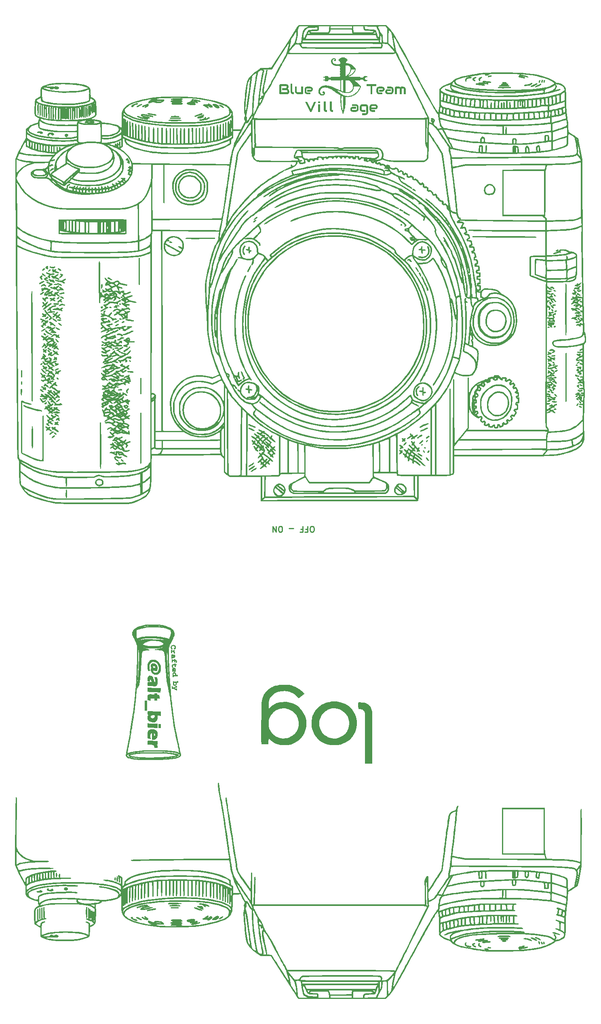
<source format=gto>
G04 #@! TF.GenerationSoftware,KiCad,Pcbnew,7.0.10*
G04 #@! TF.CreationDate,2024-04-01T20:39:50-05:00*
G04 #@! TF.ProjectId,camera_badge,63616d65-7261-45f6-9261-6467652e6b69,1*
G04 #@! TF.SameCoordinates,Original*
G04 #@! TF.FileFunction,Legend,Top*
G04 #@! TF.FilePolarity,Positive*
%FSLAX46Y46*%
G04 Gerber Fmt 4.6, Leading zero omitted, Abs format (unit mm)*
G04 Created by KiCad (PCBNEW 7.0.10) date 2024-04-01 20:39:50*
%MOMM*%
%LPD*%
G01*
G04 APERTURE LIST*
%ADD10C,0.240000*%
%ADD11C,0.010000*%
G04 APERTURE END LIST*
D10*
X102327820Y-127959337D02*
X102099248Y-127959337D01*
X102099248Y-127959337D02*
X101984963Y-127902194D01*
X101984963Y-127902194D02*
X101870677Y-127787908D01*
X101870677Y-127787908D02*
X101813534Y-127559337D01*
X101813534Y-127559337D02*
X101813534Y-127159337D01*
X101813534Y-127159337D02*
X101870677Y-126930765D01*
X101870677Y-126930765D02*
X101984963Y-126816480D01*
X101984963Y-126816480D02*
X102099248Y-126759337D01*
X102099248Y-126759337D02*
X102327820Y-126759337D01*
X102327820Y-126759337D02*
X102442106Y-126816480D01*
X102442106Y-126816480D02*
X102556391Y-126930765D01*
X102556391Y-126930765D02*
X102613534Y-127159337D01*
X102613534Y-127159337D02*
X102613534Y-127559337D01*
X102613534Y-127559337D02*
X102556391Y-127787908D01*
X102556391Y-127787908D02*
X102442106Y-127902194D01*
X102442106Y-127902194D02*
X102327820Y-127959337D01*
X100899248Y-127387908D02*
X101299248Y-127387908D01*
X101299248Y-126759337D02*
X101299248Y-127959337D01*
X101299248Y-127959337D02*
X100727820Y-127959337D01*
X99870677Y-127387908D02*
X100270677Y-127387908D01*
X100270677Y-126759337D02*
X100270677Y-127959337D01*
X100270677Y-127959337D02*
X99699249Y-127959337D01*
X98327820Y-127216480D02*
X97413535Y-127216480D01*
X95699249Y-127959337D02*
X95470677Y-127959337D01*
X95470677Y-127959337D02*
X95356392Y-127902194D01*
X95356392Y-127902194D02*
X95242106Y-127787908D01*
X95242106Y-127787908D02*
X95184963Y-127559337D01*
X95184963Y-127559337D02*
X95184963Y-127159337D01*
X95184963Y-127159337D02*
X95242106Y-126930765D01*
X95242106Y-126930765D02*
X95356392Y-126816480D01*
X95356392Y-126816480D02*
X95470677Y-126759337D01*
X95470677Y-126759337D02*
X95699249Y-126759337D01*
X95699249Y-126759337D02*
X95813535Y-126816480D01*
X95813535Y-126816480D02*
X95927820Y-126930765D01*
X95927820Y-126930765D02*
X95984963Y-127159337D01*
X95984963Y-127159337D02*
X95984963Y-127559337D01*
X95984963Y-127559337D02*
X95927820Y-127787908D01*
X95927820Y-127787908D02*
X95813535Y-127902194D01*
X95813535Y-127902194D02*
X95699249Y-127959337D01*
X94670677Y-126759337D02*
X94670677Y-127959337D01*
X94670677Y-127959337D02*
X93984963Y-126759337D01*
X93984963Y-126759337D02*
X93984963Y-127959337D01*
G36*
X82665041Y-180488082D02*
G01*
X82703639Y-180523899D01*
X82722046Y-180601159D01*
X82752283Y-180782336D01*
X82791408Y-181047413D01*
X82836479Y-181376367D01*
X82884553Y-181749181D01*
X82889357Y-181787658D01*
X82953065Y-182252536D01*
X83032299Y-182759396D01*
X83119309Y-183262627D01*
X83206344Y-183716616D01*
X83258688Y-183961179D01*
X83326277Y-184268998D01*
X83393263Y-184595274D01*
X83461437Y-184950981D01*
X83532592Y-185347092D01*
X83608518Y-185794584D01*
X83691008Y-186304429D01*
X83781852Y-186887603D01*
X83882843Y-187555080D01*
X83995771Y-188317833D01*
X84122429Y-189186839D01*
X84204438Y-189754637D01*
X84296292Y-190391046D01*
X84396531Y-191083294D01*
X84500401Y-191798710D01*
X84603150Y-192504619D01*
X84700026Y-193168351D01*
X84786276Y-193757231D01*
X84823262Y-194008845D01*
X84901443Y-194544701D01*
X84980724Y-195096771D01*
X85057230Y-195637440D01*
X85127083Y-196139090D01*
X85186408Y-196574104D01*
X85231330Y-196914865D01*
X85233367Y-196930806D01*
X85333814Y-197668419D01*
X85435917Y-198299664D01*
X85545687Y-198842911D01*
X85669141Y-199316534D01*
X85812293Y-199738902D01*
X85981156Y-200128387D01*
X86181744Y-200503361D01*
X86420073Y-200882194D01*
X86622064Y-201172745D01*
X86756247Y-201363584D01*
X86946925Y-201640211D01*
X87181688Y-201984342D01*
X87448126Y-202377694D01*
X87733826Y-202801985D01*
X88026378Y-203238930D01*
X88123164Y-203384066D01*
X88395181Y-203790820D01*
X88646754Y-204163962D01*
X88869172Y-204490811D01*
X89053727Y-204758687D01*
X89191709Y-204954909D01*
X89274409Y-205066795D01*
X89293311Y-205087876D01*
X89317738Y-205044037D01*
X89336328Y-204886092D01*
X89348340Y-204624647D01*
X89353033Y-204270307D01*
X89353072Y-204231233D01*
X89353072Y-203337655D01*
X88470696Y-202090080D01*
X88032908Y-201469249D01*
X87662595Y-200939229D01*
X87353630Y-200490028D01*
X87099883Y-200111654D01*
X86895228Y-199794112D01*
X86733538Y-199527410D01*
X86608684Y-199301556D01*
X86514538Y-199106555D01*
X86444974Y-198932416D01*
X86393863Y-198769144D01*
X86366295Y-198658231D01*
X86343216Y-198536298D01*
X86303549Y-198303665D01*
X86249274Y-197973056D01*
X86182370Y-197557198D01*
X86104819Y-197068816D01*
X86018600Y-196520635D01*
X85925694Y-195925382D01*
X85828080Y-195295783D01*
X85727740Y-194644562D01*
X85626652Y-193984446D01*
X85526798Y-193328160D01*
X85430158Y-192688431D01*
X85338712Y-192077983D01*
X85264081Y-191574938D01*
X85209572Y-191214028D01*
X85139000Y-190759711D01*
X85057089Y-190241651D01*
X84968560Y-189689516D01*
X84878136Y-189132970D01*
X84797200Y-188641769D01*
X84693553Y-188008503D01*
X84592374Y-187373082D01*
X84495403Y-186747815D01*
X84404382Y-186145014D01*
X84321051Y-185576989D01*
X84247150Y-185056053D01*
X84184420Y-184594516D01*
X84134602Y-184204688D01*
X84099436Y-183898882D01*
X84080662Y-183689407D01*
X84080022Y-183588576D01*
X84081969Y-183582911D01*
X84175304Y-183528400D01*
X84288620Y-183547064D01*
X84327001Y-183583111D01*
X84345272Y-183658811D01*
X84377555Y-183840803D01*
X84421118Y-184111691D01*
X84473233Y-184454078D01*
X84531169Y-184850569D01*
X84579189Y-185190113D01*
X84643002Y-185636019D01*
X84723004Y-186176400D01*
X84814797Y-186782629D01*
X84913985Y-187426073D01*
X85016171Y-188078105D01*
X85116957Y-188710093D01*
X85171610Y-189047420D01*
X85255002Y-189563107D01*
X85353646Y-190180408D01*
X85464122Y-190877525D01*
X85583012Y-191632659D01*
X85706897Y-192424012D01*
X85832358Y-193229786D01*
X85955977Y-194028184D01*
X86074333Y-194797406D01*
X86111183Y-195038053D01*
X86235834Y-195848878D01*
X86344390Y-196544956D01*
X86438413Y-197135098D01*
X86519466Y-197628118D01*
X86589112Y-198032828D01*
X86648915Y-198358041D01*
X86700438Y-198612570D01*
X86745244Y-198805226D01*
X86784896Y-198944822D01*
X86820957Y-199040172D01*
X86821158Y-199040611D01*
X86889059Y-199179351D01*
X86976113Y-199337548D01*
X87089588Y-199526235D01*
X87236751Y-199756445D01*
X87424869Y-200039213D01*
X87661210Y-200385570D01*
X87953041Y-200806551D01*
X88307631Y-201313189D01*
X88473462Y-201549116D01*
X89321868Y-202754989D01*
X89360463Y-202048379D01*
X89375005Y-201723037D01*
X89388266Y-201318039D01*
X89399021Y-200878544D01*
X89406041Y-200449712D01*
X89407269Y-200325682D01*
X89411997Y-199939824D01*
X89420158Y-199661243D01*
X89433517Y-199472411D01*
X89453837Y-199355800D01*
X89482881Y-199293883D01*
X89513286Y-199272064D01*
X89630363Y-199270477D01*
X89671254Y-199294693D01*
X89684968Y-199372029D01*
X89694785Y-199569914D01*
X89700691Y-199884143D01*
X89702675Y-200310508D01*
X89700724Y-200844805D01*
X89694826Y-201482828D01*
X89684970Y-202220370D01*
X89680580Y-202501382D01*
X89669334Y-203223218D01*
X89660965Y-203830726D01*
X89655599Y-204334363D01*
X89653365Y-204744586D01*
X89654390Y-205071853D01*
X89658801Y-205326621D01*
X89666726Y-205519347D01*
X89678292Y-205660489D01*
X89693626Y-205760503D01*
X89712856Y-205829847D01*
X89721395Y-205850737D01*
X89793269Y-205984850D01*
X89851251Y-206051830D01*
X89857888Y-206053562D01*
X89876706Y-206023483D01*
X89894877Y-205928482D01*
X89912781Y-205761418D01*
X89930797Y-205515148D01*
X89949308Y-205182530D01*
X89968693Y-204756421D01*
X89989333Y-204229679D01*
X90011610Y-203595161D01*
X90035903Y-202845725D01*
X90045797Y-202527518D01*
X90062467Y-202009644D01*
X90079254Y-201531320D01*
X90095550Y-201106852D01*
X90110746Y-200750546D01*
X90124233Y-200476709D01*
X90135403Y-200299646D01*
X90143359Y-200234029D01*
X90221879Y-200194916D01*
X90292873Y-200187223D01*
X90324725Y-200187005D01*
X90351279Y-200192999D01*
X90372630Y-200215174D01*
X90388877Y-200263504D01*
X90400116Y-200347957D01*
X90406444Y-200478507D01*
X90407959Y-200665123D01*
X90404756Y-200917778D01*
X90396933Y-201246441D01*
X90384587Y-201661084D01*
X90367815Y-202171679D01*
X90346714Y-202788196D01*
X90324427Y-203432432D01*
X90306067Y-203973908D01*
X90289767Y-204475005D01*
X90275911Y-204922333D01*
X90264884Y-205302501D01*
X90257068Y-205602119D01*
X90252848Y-205807797D01*
X90252607Y-205906144D01*
X90253367Y-205912715D01*
X90316140Y-205914035D01*
X90498774Y-205915435D01*
X90796315Y-205916906D01*
X91203806Y-205918440D01*
X91716293Y-205920028D01*
X92328821Y-205921662D01*
X93036436Y-205923332D01*
X93834182Y-205925030D01*
X94717104Y-205926748D01*
X95680248Y-205928476D01*
X96718659Y-205930207D01*
X97827381Y-205931931D01*
X99001460Y-205933639D01*
X100235941Y-205935323D01*
X101525869Y-205936975D01*
X102866290Y-205938585D01*
X104252247Y-205940145D01*
X105678786Y-205941646D01*
X107140953Y-205943080D01*
X108050566Y-205943919D01*
X125833604Y-205959951D01*
X125808980Y-203536375D01*
X125801670Y-202816924D01*
X126111401Y-202816924D01*
X126112190Y-203313308D01*
X126116590Y-203814703D01*
X126124456Y-204305064D01*
X126135642Y-204768341D01*
X126150002Y-205188490D01*
X126167390Y-205549462D01*
X126187660Y-205835210D01*
X126210666Y-206029688D01*
X126236263Y-206116848D01*
X126238660Y-206118862D01*
X126359351Y-206172769D01*
X126410218Y-206128917D01*
X126399836Y-205979643D01*
X126399067Y-205975553D01*
X126389807Y-205870439D01*
X126379394Y-205654876D01*
X126368233Y-205343221D01*
X126356729Y-204949832D01*
X126345286Y-204489065D01*
X126334309Y-203975276D01*
X126324864Y-203458976D01*
X126610566Y-203458976D01*
X126611108Y-203960569D01*
X126616643Y-204253775D01*
X126630672Y-204548551D01*
X126650214Y-204783096D01*
X126651170Y-204791197D01*
X126677541Y-204967009D01*
X126719877Y-205063337D01*
X126801306Y-205085428D01*
X126944958Y-205038527D01*
X127173962Y-204927880D01*
X127198737Y-204915385D01*
X127497820Y-204713109D01*
X127831308Y-204390865D01*
X128199194Y-203948660D01*
X128232892Y-203901726D01*
X129737517Y-203901726D01*
X129754421Y-203910944D01*
X129807940Y-203909648D01*
X129913756Y-203895563D01*
X130087550Y-203866412D01*
X130345006Y-203819920D01*
X130701805Y-203753811D01*
X130916708Y-203713744D01*
X131203795Y-203665955D01*
X131595902Y-203609185D01*
X132073736Y-203545640D01*
X132618003Y-203477526D01*
X133209410Y-203407047D01*
X133828664Y-203336409D01*
X134456470Y-203267816D01*
X135073537Y-203203475D01*
X135660569Y-203145590D01*
X136198274Y-203096366D01*
X136627027Y-203061067D01*
X137651376Y-202983647D01*
X138564654Y-202916929D01*
X139380097Y-202860312D01*
X140110937Y-202813197D01*
X140770407Y-202774982D01*
X141371740Y-202745066D01*
X141928171Y-202722849D01*
X142452933Y-202707730D01*
X142959258Y-202699109D01*
X143460380Y-202696384D01*
X143969532Y-202698955D01*
X144459214Y-202705528D01*
X146006344Y-202748627D01*
X147473987Y-202826174D01*
X148903422Y-202941079D01*
X150335926Y-203096251D01*
X150762408Y-203149790D01*
X151144168Y-203198455D01*
X151488222Y-203241028D01*
X151773592Y-203275015D01*
X151979299Y-203297925D01*
X152084366Y-203307265D01*
X152088575Y-203307357D01*
X152102723Y-203303958D01*
X152509828Y-203303958D01*
X153867199Y-203743425D01*
X154261477Y-203872365D01*
X154619018Y-203991731D01*
X154921593Y-204095240D01*
X155150974Y-204176608D01*
X155288934Y-204229553D01*
X155318182Y-204243562D01*
X155420252Y-204295617D01*
X155478242Y-204268093D01*
X155515500Y-204141888D01*
X155527757Y-204072113D01*
X155545039Y-203904826D01*
X155558504Y-203655562D01*
X155566135Y-203367146D01*
X155567127Y-203236841D01*
X155567814Y-202635599D01*
X154095591Y-202129102D01*
X153689091Y-201990005D01*
X153321054Y-201865506D01*
X153008099Y-201761110D01*
X152766843Y-201682323D01*
X152613906Y-201634649D01*
X152566599Y-201622604D01*
X152545783Y-201681231D01*
X152528411Y-201842013D01*
X152516009Y-202082308D01*
X152510109Y-202379470D01*
X152509828Y-202463281D01*
X152509828Y-203303958D01*
X152102723Y-203303958D01*
X152132680Y-203296761D01*
X152163099Y-203251923D01*
X152182321Y-203153634D01*
X152192839Y-202982687D01*
X152197141Y-202719874D01*
X152197789Y-202465110D01*
X152197789Y-201622604D01*
X152010566Y-201622604D01*
X151823342Y-201622604D01*
X151822386Y-202106265D01*
X151815599Y-202347967D01*
X151798525Y-202545511D01*
X151774605Y-202661815D01*
X151769994Y-202671016D01*
X151687401Y-202717740D01*
X151507790Y-202736780D01*
X151287289Y-202733423D01*
X150856020Y-202714742D01*
X150840849Y-202465110D01*
X150826208Y-202259491D01*
X150804958Y-202000441D01*
X150790257Y-201836456D01*
X150766247Y-201579542D01*
X151096753Y-201579542D01*
X151100871Y-201740052D01*
X151115142Y-201958476D01*
X151117249Y-201984104D01*
X151138772Y-202216110D01*
X151163303Y-202350398D01*
X151203661Y-202413679D01*
X151272667Y-202432665D01*
X151333131Y-202433906D01*
X151511303Y-202433906D01*
X151511303Y-202002010D01*
X151509243Y-201775028D01*
X151494956Y-201642794D01*
X151456283Y-201575239D01*
X151381063Y-201542294D01*
X151319617Y-201528012D01*
X151179410Y-201505579D01*
X151104599Y-201509360D01*
X151103735Y-201510107D01*
X151096753Y-201579542D01*
X150766247Y-201579542D01*
X150754835Y-201457432D01*
X150118941Y-201381291D01*
X149139520Y-201266451D01*
X148277593Y-201170631D01*
X147527387Y-201093261D01*
X146883127Y-201033769D01*
X146339039Y-200991585D01*
X145941401Y-200968461D01*
X145020885Y-200925669D01*
X145020885Y-201387024D01*
X145009792Y-201694873D01*
X144967101Y-201899146D01*
X144878692Y-202019854D01*
X144730444Y-202077007D01*
X144524377Y-202090663D01*
X144284494Y-202071141D01*
X144156969Y-202011525D01*
X144145854Y-201997051D01*
X144116888Y-201891547D01*
X144095548Y-201700447D01*
X144086017Y-201462923D01*
X144085869Y-201435381D01*
X144085761Y-201372973D01*
X144396806Y-201372973D01*
X144399101Y-201601206D01*
X144412459Y-201731828D01*
X144446596Y-201792038D01*
X144511223Y-201809032D01*
X144552826Y-201809828D01*
X144634338Y-201803404D01*
X144680989Y-201766000D01*
X144702492Y-201670418D01*
X144708562Y-201489461D01*
X144708846Y-201372973D01*
X144706551Y-201144740D01*
X144693193Y-201014117D01*
X144659056Y-200953908D01*
X144594429Y-200936913D01*
X144552826Y-200936118D01*
X144471314Y-200942542D01*
X144424663Y-200979946D01*
X144403160Y-201075527D01*
X144397090Y-201256485D01*
X144396806Y-201372973D01*
X144085761Y-201372973D01*
X144085060Y-200967322D01*
X143570049Y-200983035D01*
X143367114Y-200990840D01*
X143059720Y-201004758D01*
X142668016Y-201023726D01*
X142212151Y-201046680D01*
X141712275Y-201072558D01*
X141188537Y-201100295D01*
X140661087Y-201128828D01*
X140150074Y-201157093D01*
X139675649Y-201184028D01*
X139257959Y-201208568D01*
X139014128Y-201223501D01*
X138405652Y-201261621D01*
X138405652Y-201663520D01*
X138399453Y-201892906D01*
X138372561Y-202039271D01*
X138312533Y-202144138D01*
X138238894Y-202219965D01*
X138028379Y-202376594D01*
X137847846Y-202418547D01*
X137680191Y-202346741D01*
X137583719Y-202255132D01*
X137481878Y-202123426D01*
X137428539Y-201989196D01*
X137408915Y-201803866D01*
X137407126Y-201674951D01*
X137407126Y-201610123D01*
X137719165Y-201610123D01*
X137736116Y-201880265D01*
X137788843Y-202034711D01*
X137880154Y-202078148D01*
X137976805Y-202039974D01*
X138047132Y-201967036D01*
X138083047Y-201839010D01*
X138093589Y-201622439D01*
X138093612Y-201607592D01*
X138090853Y-201405581D01*
X138072150Y-201298358D01*
X138021861Y-201255899D01*
X137924347Y-201248175D01*
X137906389Y-201248157D01*
X137801438Y-201253385D01*
X137745570Y-201289016D01*
X137723309Y-201384972D01*
X137719178Y-201571175D01*
X137719165Y-201610123D01*
X137407126Y-201610123D01*
X137407126Y-201292411D01*
X136549018Y-201336610D01*
X135334397Y-201431430D01*
X134088615Y-201589072D01*
X132863579Y-201801907D01*
X131852826Y-202026593D01*
X131546940Y-202100687D01*
X131240336Y-202171951D01*
X130983914Y-202228651D01*
X130908489Y-202244285D01*
X130557026Y-202314875D01*
X130159594Y-203076416D01*
X130013311Y-203357189D01*
X129888174Y-203598262D01*
X129795362Y-203778034D01*
X129746053Y-203874902D01*
X129741546Y-203884269D01*
X129737517Y-203901726D01*
X128232892Y-203901726D01*
X128345159Y-203745363D01*
X128732433Y-203745363D01*
X128788353Y-203783257D01*
X128932052Y-203825005D01*
X129059377Y-203849401D01*
X129386320Y-203901442D01*
X129710453Y-203276888D01*
X129839742Y-203028272D01*
X130012404Y-202696986D01*
X130213883Y-202310918D01*
X130429420Y-201898344D01*
X130791892Y-201898344D01*
X130801039Y-201920894D01*
X130840292Y-201928940D01*
X130927369Y-201919467D01*
X131079990Y-201889460D01*
X131315874Y-201835906D01*
X131652739Y-201755788D01*
X131708432Y-201742409D01*
X132349291Y-201593782D01*
X132955173Y-201465898D01*
X133544790Y-201356468D01*
X134136857Y-201263206D01*
X134750086Y-201183824D01*
X135403190Y-201116037D01*
X136114884Y-201057556D01*
X136903879Y-201006094D01*
X137788889Y-200959365D01*
X138312040Y-200935350D01*
X138851678Y-200910555D01*
X139467738Y-200880496D01*
X140112068Y-200847634D01*
X140736513Y-200814429D01*
X141292920Y-200783343D01*
X141338821Y-200780686D01*
X142121093Y-200736619D01*
X142830053Y-200700518D01*
X143479571Y-200673046D01*
X144083514Y-200654865D01*
X144655751Y-200646636D01*
X145210152Y-200649020D01*
X145760584Y-200662681D01*
X146320917Y-200688279D01*
X146905020Y-200726476D01*
X147526760Y-200777934D01*
X148200007Y-200843315D01*
X148938630Y-200923279D01*
X149756497Y-201018490D01*
X150667476Y-201129609D01*
X151685438Y-201257297D01*
X151901352Y-201284661D01*
X152197789Y-201322277D01*
X152197789Y-200473915D01*
X152194730Y-200111683D01*
X152184703Y-199860263D01*
X152166431Y-199705778D01*
X152161690Y-199693593D01*
X152506141Y-199693593D01*
X152523587Y-200482093D01*
X152541032Y-201270592D01*
X153945209Y-201755331D01*
X154343393Y-201891832D01*
X154704312Y-202013738D01*
X155010588Y-202115327D01*
X155244844Y-202190877D01*
X155389701Y-202234665D01*
X155427396Y-202243377D01*
X155463497Y-202209952D01*
X155487247Y-202096391D01*
X155500237Y-201888210D01*
X155504053Y-201570924D01*
X155504018Y-201544594D01*
X155499851Y-201227221D01*
X155479315Y-200979090D01*
X155428243Y-200786490D01*
X155332469Y-200635710D01*
X155177826Y-200513042D01*
X154950148Y-200404773D01*
X154635268Y-200297194D01*
X154219019Y-200176595D01*
X154038821Y-200126576D01*
X153687955Y-200029252D01*
X153354668Y-199936269D01*
X153069026Y-199856051D01*
X152861096Y-199797024D01*
X152804422Y-199780652D01*
X152506141Y-199693593D01*
X152161690Y-199693593D01*
X152138640Y-199634355D01*
X152119779Y-199625433D01*
X152033789Y-199617751D01*
X151846972Y-199596614D01*
X151582265Y-199564759D01*
X151262603Y-199524921D01*
X151051105Y-199497956D01*
X150714552Y-199456263D01*
X150424030Y-199423262D01*
X150200892Y-199401138D01*
X150066487Y-199392078D01*
X150036914Y-199394126D01*
X150018421Y-199462538D01*
X149989465Y-199624595D01*
X149955245Y-199850110D01*
X149942390Y-199942856D01*
X149901633Y-200193146D01*
X149855303Y-200399571D01*
X149811581Y-200527607D01*
X149799339Y-200546537D01*
X149695353Y-200579826D01*
X149526458Y-200563965D01*
X149336087Y-200511777D01*
X149167672Y-200436089D01*
X149064646Y-200349728D01*
X149053705Y-200326351D01*
X149044869Y-200212279D01*
X149047878Y-200126750D01*
X149363605Y-200126750D01*
X149425896Y-200217182D01*
X149524894Y-200244704D01*
X149565592Y-200195059D01*
X149600541Y-200078010D01*
X149630031Y-199909052D01*
X149663712Y-199689809D01*
X149674993Y-199609951D01*
X149694435Y-199431358D01*
X149682066Y-199343779D01*
X149628404Y-199315423D01*
X149586573Y-199313513D01*
X149523986Y-199319699D01*
X149479815Y-199353105D01*
X149446338Y-199436004D01*
X149415836Y-199590672D01*
X149380587Y-199839380D01*
X149366125Y-199949501D01*
X149363605Y-200126750D01*
X149047878Y-200126750D01*
X149051746Y-200016833D01*
X149072845Y-199782263D01*
X149072925Y-199781572D01*
X149092839Y-199559856D01*
X149097479Y-199389664D01*
X149085971Y-199306057D01*
X149084811Y-199304625D01*
X149010158Y-199284309D01*
X148838489Y-199260718D01*
X148597430Y-199237141D01*
X148384080Y-199221207D01*
X147721968Y-199177882D01*
X147690420Y-199618806D01*
X147660683Y-199889087D01*
X147608773Y-200080596D01*
X147520893Y-200239093D01*
X147491248Y-200279496D01*
X147335727Y-200442193D01*
X147192234Y-200487224D01*
X147037595Y-200415728D01*
X146920399Y-200307594D01*
X146827389Y-200201063D01*
X146772872Y-200098309D01*
X146746950Y-199962098D01*
X146739726Y-199755192D01*
X146739941Y-199628664D01*
X146740015Y-199616035D01*
X147020100Y-199616035D01*
X147031432Y-199862199D01*
X147086714Y-200037852D01*
X147181722Y-200121039D01*
X147211537Y-200124815D01*
X147259536Y-200072383D01*
X147318060Y-199944520D01*
X147323871Y-199928279D01*
X147366120Y-199742246D01*
X147390228Y-199510445D01*
X147392384Y-199429016D01*
X147386641Y-199247033D01*
X147358911Y-199157532D01*
X147293437Y-199128334D01*
X147244165Y-199126290D01*
X147130503Y-199155624D01*
X147069899Y-199265776D01*
X147056941Y-199321314D01*
X147020100Y-199616035D01*
X146740015Y-199616035D01*
X146742780Y-199141403D01*
X146371941Y-199102642D01*
X146120512Y-199080759D01*
X145878242Y-199066705D01*
X145761814Y-199063882D01*
X145640449Y-199069284D01*
X145558109Y-199099412D01*
X145505784Y-199175144D01*
X145474462Y-199317359D01*
X145455132Y-199546938D01*
X145442407Y-199803978D01*
X145421869Y-200075302D01*
X145373486Y-200252207D01*
X145272698Y-200363312D01*
X145094946Y-200437239D01*
X144848889Y-200495635D01*
X144577396Y-200536850D01*
X144382942Y-200525035D01*
X144318797Y-200505628D01*
X144147175Y-200439944D01*
X144147175Y-199751913D01*
X144147175Y-199656756D01*
X144459214Y-199656756D01*
X144465439Y-199936407D01*
X144482768Y-200137272D01*
X144509184Y-200240184D01*
X144521622Y-200249631D01*
X144551059Y-200190497D01*
X144572203Y-200025871D01*
X144583035Y-199774921D01*
X144584030Y-199656756D01*
X144583205Y-199619710D01*
X144896069Y-199619710D01*
X144897978Y-199883752D01*
X144907136Y-200045422D01*
X144928694Y-200127149D01*
X144967802Y-200151360D01*
X145016473Y-200144052D01*
X145076639Y-200113344D01*
X145115172Y-200042374D01*
X145138550Y-199905489D01*
X145153252Y-199677035D01*
X145156891Y-199588078D01*
X145164971Y-199332940D01*
X145161506Y-199177711D01*
X145140808Y-199097620D01*
X145097189Y-199067898D01*
X145036487Y-199063736D01*
X144969681Y-199070378D01*
X144928322Y-199106197D01*
X144906323Y-199195285D01*
X144897601Y-199361735D01*
X144896069Y-199619710D01*
X144583205Y-199619710D01*
X144577805Y-199377106D01*
X144560476Y-199176241D01*
X144534060Y-199073329D01*
X144521622Y-199063882D01*
X144492185Y-199123016D01*
X144471042Y-199287642D01*
X144460209Y-199538592D01*
X144459214Y-199656756D01*
X144147175Y-199656756D01*
X144147175Y-199063882D01*
X141627457Y-199063882D01*
X141071483Y-199064785D01*
X140548821Y-199067361D01*
X140073946Y-199071411D01*
X139661330Y-199076736D01*
X139325446Y-199083138D01*
X139080770Y-199090418D01*
X138941772Y-199098377D01*
X138921889Y-199101052D01*
X138736037Y-199138222D01*
X138766635Y-199881150D01*
X138778551Y-200195302D01*
X138781779Y-200405581D01*
X138773629Y-200532789D01*
X138751411Y-200597723D01*
X138712432Y-200621186D01*
X138670527Y-200624078D01*
X138575609Y-200603115D01*
X138514795Y-200526556D01*
X138481295Y-200373899D01*
X138468321Y-200124639D01*
X138467373Y-200010497D01*
X138460990Y-199751909D01*
X138445142Y-199506551D01*
X138428003Y-199360319D01*
X138392212Y-199206770D01*
X138328182Y-199140979D01*
X138196983Y-199126348D01*
X138179058Y-199126290D01*
X137968797Y-199126290D01*
X137968797Y-199800295D01*
X137961231Y-200160886D01*
X137938876Y-200408661D01*
X137902248Y-200538473D01*
X137893907Y-200549189D01*
X137792466Y-200591802D01*
X137621027Y-200616405D01*
X137424818Y-200622243D01*
X137249066Y-200608561D01*
X137138998Y-200574603D01*
X137126493Y-200561999D01*
X137107244Y-200477025D01*
X137085497Y-200296449D01*
X137064315Y-200049363D01*
X137050999Y-199844309D01*
X137033562Y-199552847D01*
X137030367Y-199517650D01*
X137345559Y-199517650D01*
X137345570Y-199609951D01*
X137354237Y-199929490D01*
X137381754Y-200141612D01*
X137432695Y-200262896D01*
X137511631Y-200309921D01*
X137539220Y-200312039D01*
X137595210Y-200300823D01*
X137630017Y-200251475D01*
X137648570Y-200140441D01*
X137655797Y-199944171D01*
X137656757Y-199750368D01*
X137655515Y-199484483D01*
X137647340Y-199319395D01*
X137625561Y-199231085D01*
X137583505Y-199195535D01*
X137514502Y-199188725D01*
X137500738Y-199188698D01*
X137418091Y-199195414D01*
X137371478Y-199234021D01*
X137350700Y-199332204D01*
X137345559Y-199517650D01*
X137030367Y-199517650D01*
X137016403Y-199363824D01*
X136992778Y-199255058D01*
X136955942Y-199204369D01*
X136899152Y-199189578D01*
X136851654Y-199188707D01*
X136696087Y-199198931D01*
X136437256Y-199227607D01*
X136094859Y-199271755D01*
X135688593Y-199328395D01*
X135238156Y-199394548D01*
X134763245Y-199467234D01*
X134283560Y-199543474D01*
X133818797Y-199620289D01*
X133388655Y-199694698D01*
X133012831Y-199763723D01*
X132882556Y-199789072D01*
X131759214Y-200012161D01*
X131275553Y-200937103D01*
X131115092Y-201246031D01*
X130977137Y-201515572D01*
X130871253Y-201726715D01*
X130807006Y-201860450D01*
X130791892Y-201898344D01*
X130429420Y-201898344D01*
X130429623Y-201897956D01*
X130645069Y-201485987D01*
X130687884Y-201404177D01*
X130874475Y-201044613D01*
X131038127Y-200723335D01*
X131170970Y-200456285D01*
X131265138Y-200259406D01*
X131312761Y-200148640D01*
X131316552Y-200130399D01*
X131260256Y-200137203D01*
X131157511Y-200231865D01*
X131004782Y-200418882D01*
X130798534Y-200702751D01*
X130535231Y-201087969D01*
X130379704Y-201322076D01*
X130130015Y-201696912D01*
X129859483Y-202096664D01*
X129592692Y-202485410D01*
X129354228Y-202827225D01*
X129233325Y-202997138D01*
X129050814Y-203254417D01*
X128898062Y-203476595D01*
X128788447Y-203643684D01*
X128735350Y-203735698D01*
X128732433Y-203745363D01*
X128345159Y-203745363D01*
X128579671Y-203418741D01*
X129055621Y-202715917D01*
X129464474Y-202109824D01*
X129810085Y-201594507D01*
X130096312Y-201164010D01*
X130327011Y-200812380D01*
X130506039Y-200533660D01*
X130637254Y-200321897D01*
X130724511Y-200171135D01*
X130771668Y-200075419D01*
X130782582Y-200028794D01*
X130778882Y-200023163D01*
X130746586Y-199953788D01*
X130745889Y-199799029D01*
X130751036Y-199759051D01*
X131055953Y-199759051D01*
X131059652Y-199864435D01*
X131071345Y-199875184D01*
X131154709Y-199848894D01*
X131219354Y-199817803D01*
X131346164Y-199773431D01*
X131535010Y-199731224D01*
X131605301Y-199719731D01*
X131761192Y-199693304D01*
X132011468Y-199646633D01*
X132328354Y-199585079D01*
X132684075Y-199514004D01*
X132913760Y-199467135D01*
X133596768Y-199332856D01*
X134266954Y-199214876D01*
X134936127Y-199112429D01*
X135616098Y-199024750D01*
X136318677Y-198951072D01*
X137055674Y-198890630D01*
X137838901Y-198842657D01*
X138680167Y-198806388D01*
X139591283Y-198781057D01*
X140584059Y-198765898D01*
X141670307Y-198760145D01*
X142861835Y-198763032D01*
X143679116Y-198769007D01*
X144504569Y-198776937D01*
X145218914Y-198785247D01*
X145835859Y-198794384D01*
X146369113Y-198804794D01*
X146832382Y-198816924D01*
X147239376Y-198831219D01*
X147603803Y-198848126D01*
X147939369Y-198868091D01*
X148259784Y-198891560D01*
X148578755Y-198918979D01*
X148734153Y-198933557D01*
X149276433Y-198987603D01*
X149857806Y-199049056D01*
X150450012Y-199114660D01*
X151024788Y-199181162D01*
X151553874Y-199245307D01*
X152009008Y-199303841D01*
X152294914Y-199343571D01*
X152422155Y-199370382D01*
X152645385Y-199425622D01*
X152940789Y-199502716D01*
X153284550Y-199595088D01*
X153652852Y-199696159D01*
X154021878Y-199799355D01*
X154367813Y-199898099D01*
X154666840Y-199985814D01*
X154895142Y-200055924D01*
X154994664Y-200089058D01*
X155311310Y-200225715D01*
X155538994Y-200390443D01*
X155690326Y-200604108D01*
X155777911Y-200887579D01*
X155814356Y-201261724D01*
X155817445Y-201450998D01*
X155821855Y-201784476D01*
X155833928Y-202115337D01*
X155851927Y-202421223D01*
X155874115Y-202679777D01*
X155898755Y-202868640D01*
X155924111Y-202965454D01*
X155935658Y-202972862D01*
X156001255Y-202934833D01*
X156150694Y-202845954D01*
X156361002Y-202719944D01*
X156581941Y-202586965D01*
X156849270Y-202422338D01*
X157025646Y-202302333D01*
X157129205Y-202210925D01*
X157178083Y-202132086D01*
X157190418Y-202049789D01*
X157190418Y-202049263D01*
X157202116Y-201934829D01*
X157204834Y-201916942D01*
X157515592Y-201916942D01*
X157526031Y-201932924D01*
X157549391Y-201914993D01*
X157583881Y-201877922D01*
X157591473Y-201870007D01*
X157628528Y-201781878D01*
X157682544Y-201582248D01*
X157750943Y-201282890D01*
X157831147Y-200895581D01*
X157920577Y-200432094D01*
X157993696Y-200032976D01*
X158073614Y-199583047D01*
X158144595Y-199174697D01*
X158204043Y-198823580D01*
X158249361Y-198545353D01*
X158277952Y-198355667D01*
X158287221Y-198270180D01*
X158286596Y-198267021D01*
X158242483Y-198302089D01*
X158147829Y-198413676D01*
X158039597Y-198555529D01*
X157914140Y-198737323D01*
X157856947Y-198860948D01*
X157855337Y-198963244D01*
X157876109Y-199030584D01*
X157915245Y-199170856D01*
X157932156Y-199341504D01*
X157925330Y-199559782D01*
X157893254Y-199842947D01*
X157834416Y-200208254D01*
X157747303Y-200672959D01*
X157720012Y-200811302D01*
X157638935Y-201218436D01*
X157579748Y-201517794D01*
X157540657Y-201724150D01*
X157519870Y-201852274D01*
X157515592Y-201916942D01*
X157204834Y-201916942D01*
X157234616Y-201720968D01*
X157284026Y-201430602D01*
X157346457Y-201086654D01*
X157413254Y-200736424D01*
X157506157Y-200236606D01*
X157567619Y-199840765D01*
X157598026Y-199532189D01*
X157597762Y-199294165D01*
X157567215Y-199109982D01*
X157506770Y-198962927D01*
X157455990Y-198885131D01*
X157355469Y-198764738D01*
X157243487Y-198670957D01*
X157101413Y-198598341D01*
X156910612Y-198541444D01*
X156652452Y-198494816D01*
X156308300Y-198453012D01*
X155859522Y-198410583D01*
X155821362Y-198407244D01*
X155356052Y-198369137D01*
X154883919Y-198335798D01*
X154393571Y-198306921D01*
X153873613Y-198282201D01*
X153312653Y-198261332D01*
X152699295Y-198244008D01*
X152022148Y-198229926D01*
X151269816Y-198218778D01*
X150430907Y-198210260D01*
X149494028Y-198204065D01*
X148447783Y-198199890D01*
X148047666Y-198198835D01*
X147336953Y-198196689D01*
X146520936Y-198193373D01*
X145619118Y-198189010D01*
X144651004Y-198183722D01*
X143636098Y-198177631D01*
X142593905Y-198170861D01*
X141543929Y-198163533D01*
X140505674Y-198155770D01*
X139498645Y-198147694D01*
X138542345Y-198139429D01*
X138436855Y-198138475D01*
X137348805Y-198128509D01*
X136378787Y-198119573D01*
X135520023Y-198111776D01*
X134765732Y-198105229D01*
X134109137Y-198100040D01*
X133543456Y-198096319D01*
X133061910Y-198094176D01*
X132657721Y-198093720D01*
X132324108Y-198095061D01*
X132054292Y-198098308D01*
X131841494Y-198103571D01*
X131678934Y-198110960D01*
X131559833Y-198120583D01*
X131477411Y-198132551D01*
X131424889Y-198146973D01*
X131395487Y-198163959D01*
X131382426Y-198183618D01*
X131378926Y-198206060D01*
X131378209Y-198231394D01*
X131375368Y-198252580D01*
X131343740Y-198388834D01*
X131293115Y-198602652D01*
X131233857Y-198850288D01*
X131227511Y-198876658D01*
X131141795Y-199252934D01*
X131083972Y-199551142D01*
X131055953Y-199759051D01*
X130751036Y-199759051D01*
X130777893Y-199550443D01*
X130843698Y-199199586D01*
X130944406Y-198738016D01*
X130949200Y-198717026D01*
X131009251Y-198411921D01*
X131071433Y-198022754D01*
X131097059Y-197833544D01*
X131478379Y-197833544D01*
X132554914Y-197791502D01*
X132790439Y-197785604D01*
X133138544Y-197781560D01*
X133587007Y-197779330D01*
X134123607Y-197778871D01*
X134736122Y-197780142D01*
X135412331Y-197783099D01*
X136140012Y-197787702D01*
X136906943Y-197793908D01*
X137700904Y-197801675D01*
X138509673Y-197810960D01*
X138624079Y-197812388D01*
X139545963Y-197823358D01*
X140538821Y-197833998D01*
X141579279Y-197844125D01*
X142643964Y-197853554D01*
X143709502Y-197862101D01*
X144752521Y-197869583D01*
X145749647Y-197875816D01*
X146677506Y-197880616D01*
X147512726Y-197883799D01*
X147798035Y-197884539D01*
X149174894Y-197889930D01*
X150430940Y-197899917D01*
X151570098Y-197914748D01*
X152596294Y-197934668D01*
X153513455Y-197959925D01*
X154325508Y-197990765D01*
X155036377Y-198027434D01*
X155649989Y-198070178D01*
X156170271Y-198119243D01*
X156601148Y-198174877D01*
X156946547Y-198237325D01*
X157210393Y-198306834D01*
X157396613Y-198383650D01*
X157509134Y-198468019D01*
X157529291Y-198495139D01*
X157597132Y-198558323D01*
X157615354Y-198561974D01*
X157668549Y-198514084D01*
X157778189Y-198386830D01*
X157926668Y-198201327D01*
X158048526Y-198042504D01*
X158210840Y-197821566D01*
X158340101Y-197634449D01*
X158420264Y-197505063D01*
X158438575Y-197461365D01*
X158379618Y-197399689D01*
X158214629Y-197326519D01*
X157961434Y-197245807D01*
X157637858Y-197161500D01*
X157261727Y-197077549D01*
X156850866Y-196997904D01*
X156423100Y-196926513D01*
X155996254Y-196867328D01*
X155588154Y-196824296D01*
X155548423Y-196820982D01*
X155380240Y-196811971D01*
X155095756Y-196802400D01*
X154703484Y-196792359D01*
X154211938Y-196781936D01*
X153629630Y-196771221D01*
X152965074Y-196760302D01*
X152226783Y-196749269D01*
X151423270Y-196738211D01*
X150563048Y-196727217D01*
X149654630Y-196716376D01*
X148706529Y-196705777D01*
X147727259Y-196695510D01*
X146725332Y-196685663D01*
X145709263Y-196676326D01*
X144687563Y-196667588D01*
X143668746Y-196659537D01*
X142661325Y-196652264D01*
X141673814Y-196645857D01*
X140714726Y-196640405D01*
X139792572Y-196635997D01*
X138915868Y-196632723D01*
X138093126Y-196630672D01*
X137332858Y-196629932D01*
X137299436Y-196629931D01*
X134352188Y-196629975D01*
X132998252Y-196349382D01*
X132603891Y-196269505D01*
X132251546Y-196201670D01*
X131959173Y-196149043D01*
X131744726Y-196114791D01*
X131626162Y-196102081D01*
X131608796Y-196104308D01*
X131586840Y-196181487D01*
X131561938Y-196354629D01*
X131536679Y-196595006D01*
X131513651Y-196873886D01*
X131495441Y-197162541D01*
X131484637Y-197432242D01*
X131483341Y-197496993D01*
X131478379Y-197833544D01*
X131097059Y-197833544D01*
X131130040Y-197590032D01*
X131179366Y-197154262D01*
X131199271Y-196942014D01*
X131220564Y-196698303D01*
X131242274Y-196459961D01*
X131265596Y-196216419D01*
X131291725Y-195957106D01*
X131321855Y-195671451D01*
X131357183Y-195348885D01*
X131398903Y-194978837D01*
X131448210Y-194550737D01*
X131506299Y-194054014D01*
X131574365Y-193478098D01*
X131653604Y-192812418D01*
X131745211Y-192046405D01*
X131850380Y-191169488D01*
X131876629Y-190950860D01*
X131944083Y-190381369D01*
X132009547Y-189814117D01*
X132070747Y-189269896D01*
X132125405Y-188769494D01*
X132171245Y-188333703D01*
X132205991Y-187983314D01*
X132225110Y-187768059D01*
X132252263Y-187437694D01*
X132278390Y-187135373D01*
X132300770Y-186891609D01*
X132316679Y-186736912D01*
X132318435Y-186722514D01*
X132327797Y-186586028D01*
X132288948Y-186541290D01*
X132176578Y-186556785D01*
X131888172Y-186651420D01*
X131607158Y-186795308D01*
X131374430Y-186964256D01*
X131246730Y-187106959D01*
X131206943Y-187199180D01*
X131161018Y-187363728D01*
X131108253Y-187605273D01*
X131047952Y-187928487D01*
X130979412Y-188338040D01*
X130901937Y-188838601D01*
X130814825Y-189434843D01*
X130717378Y-190131434D01*
X130608896Y-190933046D01*
X130488680Y-191844350D01*
X130356030Y-192870014D01*
X130210247Y-194014711D01*
X130199148Y-194102457D01*
X130124474Y-194688495D01*
X130045968Y-195296461D01*
X129967096Y-195900065D01*
X129891325Y-196473021D01*
X129822121Y-196989041D01*
X129762952Y-197421836D01*
X129736126Y-197613571D01*
X129557164Y-198878002D01*
X128775256Y-200141089D01*
X128500305Y-200580865D01*
X128195070Y-201061737D01*
X127882641Y-201547810D01*
X127586105Y-202003192D01*
X127328549Y-202391989D01*
X127301957Y-202431576D01*
X126610566Y-203458976D01*
X126324864Y-203458976D01*
X126324203Y-203422825D01*
X126320317Y-203182801D01*
X126310112Y-202547413D01*
X126300804Y-202027067D01*
X126291854Y-201611999D01*
X126282721Y-201292442D01*
X126272863Y-201058632D01*
X126261739Y-200900804D01*
X126248810Y-200809192D01*
X126233533Y-200774032D01*
X126215368Y-200785557D01*
X126193774Y-200834003D01*
X126190686Y-200842506D01*
X126166741Y-200971830D01*
X126147282Y-201202449D01*
X126132165Y-201518315D01*
X126121243Y-201903380D01*
X126114370Y-202341599D01*
X126111401Y-202816924D01*
X125801670Y-202816924D01*
X125784355Y-201112800D01*
X125954520Y-200589692D01*
X126057227Y-200291851D01*
X126142694Y-200099478D01*
X126224126Y-199996998D01*
X126314729Y-199968835D01*
X126427711Y-199999411D01*
X126447561Y-200008173D01*
X126610566Y-200082442D01*
X126610566Y-201487487D01*
X126610566Y-202892532D01*
X127162669Y-202080386D01*
X127365024Y-201777081D01*
X127612625Y-201397105D01*
X127886166Y-200970614D01*
X128166341Y-200527765D01*
X128433844Y-200098712D01*
X128498137Y-199994439D01*
X129281500Y-198720639D01*
X129630019Y-196068304D01*
X129706794Y-195482429D01*
X129780836Y-194914391D01*
X129850027Y-194380669D01*
X129912245Y-193897743D01*
X129965371Y-193482093D01*
X130007285Y-193150198D01*
X130035867Y-192918537D01*
X130043478Y-192854299D01*
X130066453Y-192667387D01*
X130104276Y-192373907D01*
X130154669Y-191990927D01*
X130215356Y-191535516D01*
X130284058Y-191024742D01*
X130358498Y-190475672D01*
X130436400Y-189905375D01*
X130455651Y-189765110D01*
X130542239Y-189137005D01*
X130614577Y-188620087D01*
X130675026Y-188201837D01*
X130725946Y-187869737D01*
X130769698Y-187611269D01*
X130808644Y-187413914D01*
X130845144Y-187265154D01*
X130881558Y-187152471D01*
X130920249Y-187063345D01*
X130963576Y-186985259D01*
X130987015Y-186947547D01*
X131227343Y-186677766D01*
X131567354Y-186455806D01*
X131987039Y-186294096D01*
X132076934Y-186270526D01*
X132208242Y-186233125D01*
X132295873Y-186180158D01*
X132362291Y-186083198D01*
X132429961Y-185913821D01*
X132483839Y-185755671D01*
X132571627Y-185514198D01*
X132645031Y-185370342D01*
X132718681Y-185300326D01*
X132774596Y-185283006D01*
X132857184Y-185279697D01*
X132898947Y-185313218D01*
X132900527Y-185404370D01*
X132862569Y-185573951D01*
X132791332Y-185823727D01*
X132738108Y-186056714D01*
X132683486Y-186391031D01*
X132630715Y-186803282D01*
X132583042Y-187270066D01*
X132570336Y-187415846D01*
X132538952Y-187761577D01*
X132494752Y-188207050D01*
X132440337Y-188728147D01*
X132378309Y-189300751D01*
X132311269Y-189900744D01*
X132241819Y-190504008D01*
X132189979Y-190941890D01*
X132082540Y-191838003D01*
X131989149Y-192617929D01*
X131908905Y-193289399D01*
X131840907Y-193860143D01*
X131784254Y-194337893D01*
X131738044Y-194730379D01*
X131701376Y-195045331D01*
X131673350Y-195290481D01*
X131653064Y-195473557D01*
X131639617Y-195602293D01*
X131632108Y-195684417D01*
X131629635Y-195727660D01*
X131630731Y-195739526D01*
X131692485Y-195755846D01*
X131858912Y-195793539D01*
X132112435Y-195848792D01*
X132435476Y-195917799D01*
X132810459Y-195996748D01*
X132998481Y-196035963D01*
X134354437Y-196317936D01*
X138205474Y-196325643D01*
X138979998Y-196327694D01*
X139854228Y-196330888D01*
X140803062Y-196335082D01*
X141801397Y-196340137D01*
X142824131Y-196345912D01*
X143846160Y-196352265D01*
X144842383Y-196359056D01*
X145787696Y-196366144D01*
X146549878Y-196372449D01*
X147287090Y-196378687D01*
X147987268Y-196384267D01*
X148640497Y-196389133D01*
X149236863Y-196393227D01*
X149766452Y-196396491D01*
X150219349Y-196398868D01*
X150585641Y-196400300D01*
X150855413Y-196400729D01*
X151018752Y-196400098D01*
X151066515Y-196398677D01*
X151063213Y-196336985D01*
X151032313Y-196187375D01*
X150980467Y-195981954D01*
X150979243Y-195977424D01*
X150868699Y-195569041D01*
X146493809Y-195568086D01*
X145764804Y-195567233D01*
X145071621Y-195565077D01*
X144424477Y-195561734D01*
X143833592Y-195557321D01*
X143309185Y-195551954D01*
X142861475Y-195545750D01*
X142500680Y-195538824D01*
X142237020Y-195531293D01*
X142080713Y-195523274D01*
X142040524Y-195517359D01*
X142025620Y-195484298D01*
X142012793Y-195400749D01*
X142001956Y-195259734D01*
X141993018Y-195054279D01*
X141985893Y-194777408D01*
X141980492Y-194422145D01*
X141976724Y-193981514D01*
X141974504Y-193448540D01*
X141973740Y-192816248D01*
X141974346Y-192077661D01*
X141976231Y-191225803D01*
X141978116Y-190603695D01*
X141993181Y-186020639D01*
X142274939Y-186020639D01*
X142274939Y-190638820D01*
X142274939Y-195257002D01*
X146487470Y-195257002D01*
X150700000Y-195257002D01*
X150700000Y-190638820D01*
X150700000Y-186020639D01*
X146487470Y-186020639D01*
X142274939Y-186020639D01*
X141993181Y-186020639D01*
X141994104Y-185739803D01*
X146487470Y-185739803D01*
X150980836Y-185739803D01*
X150995702Y-190451597D01*
X150999697Y-191445741D01*
X151005046Y-192330371D01*
X151011718Y-193103521D01*
X151019679Y-193763225D01*
X151028899Y-194307519D01*
X151039344Y-194734438D01*
X151050984Y-195042016D01*
X151063785Y-195228288D01*
X151074607Y-195288206D01*
X151121319Y-195405442D01*
X151188052Y-195605006D01*
X151262220Y-195848744D01*
X151280498Y-195912285D01*
X151422348Y-196411548D01*
X153573091Y-196448790D01*
X154272982Y-196463020D01*
X154861147Y-196479828D01*
X155350662Y-196499879D01*
X155754601Y-196523838D01*
X156086039Y-196552370D01*
X156358052Y-196586139D01*
X156399766Y-196592518D01*
X156729263Y-196650020D01*
X157094984Y-196722928D01*
X157466168Y-196804164D01*
X157812056Y-196886653D01*
X158101886Y-196963318D01*
X158304899Y-197027081D01*
X158329362Y-197036447D01*
X158348289Y-197039126D01*
X158364899Y-197025998D01*
X158379343Y-196989505D01*
X158391771Y-196922089D01*
X158402335Y-196816192D01*
X158411185Y-196664258D01*
X158418472Y-196458727D01*
X158424345Y-196192043D01*
X158428957Y-195856648D01*
X158432457Y-195444984D01*
X158434997Y-194949493D01*
X158436726Y-194362618D01*
X158437796Y-193676802D01*
X158438357Y-192884485D01*
X158438561Y-191978111D01*
X158438575Y-191558053D01*
X158438756Y-190593025D01*
X158439383Y-189745242D01*
X158440588Y-189007136D01*
X158442500Y-188371138D01*
X158445250Y-187829676D01*
X158448967Y-187375183D01*
X158453781Y-187000089D01*
X158459823Y-186696824D01*
X158467223Y-186457819D01*
X158476111Y-186275504D01*
X158486616Y-186142311D01*
X158498869Y-186050669D01*
X158513000Y-185993009D01*
X158529139Y-185961762D01*
X158534832Y-185956036D01*
X158645997Y-185912435D01*
X158692948Y-185938009D01*
X158704291Y-186012268D01*
X158714047Y-186209677D01*
X158722207Y-186528582D01*
X158728758Y-186967328D01*
X158733690Y-187524258D01*
X158736991Y-188197719D01*
X158738651Y-188986055D01*
X158738657Y-189887612D01*
X158737000Y-190900733D01*
X158733801Y-191985806D01*
X158712793Y-197971744D01*
X158331806Y-199989046D01*
X158239793Y-200473320D01*
X158154500Y-200916642D01*
X158078788Y-201304565D01*
X158015520Y-201622641D01*
X157967560Y-201856422D01*
X157937770Y-201991463D01*
X157929463Y-202019476D01*
X157873297Y-202062220D01*
X157748115Y-202160587D01*
X157600978Y-202277400D01*
X157424291Y-202407270D01*
X157173718Y-202577196D01*
X156883351Y-202764629D01*
X156602452Y-202937909D01*
X155911057Y-203353621D01*
X155864659Y-203751872D01*
X155842643Y-204004162D01*
X155825091Y-204323141D01*
X155814990Y-204650692D01*
X155813876Y-204739759D01*
X155800842Y-205029844D01*
X155768400Y-205397563D01*
X155721271Y-205798088D01*
X155664174Y-206186593D01*
X155657074Y-206229115D01*
X155579587Y-206711783D01*
X155517359Y-207164037D01*
X155468786Y-207609026D01*
X155432267Y-208069899D01*
X155406198Y-208569805D01*
X155388978Y-209131895D01*
X155379004Y-209779316D01*
X155375468Y-210297297D01*
X155371198Y-210897611D01*
X155363024Y-211387405D01*
X155349467Y-211780949D01*
X155329049Y-212092516D01*
X155300291Y-212336375D01*
X155261716Y-212526799D01*
X155211844Y-212678059D01*
X155149198Y-212804427D01*
X155109189Y-212867855D01*
X154887954Y-213104148D01*
X154569205Y-213318653D01*
X154179995Y-213497493D01*
X153747375Y-213626791D01*
X153559126Y-213663002D01*
X153237202Y-213770678D01*
X153056463Y-213894386D01*
X152826405Y-214062495D01*
X152502848Y-214251851D01*
X152112341Y-214449529D01*
X151681432Y-214642604D01*
X151236670Y-214818151D01*
X150964297Y-214912948D01*
X150213843Y-215133462D01*
X149399753Y-215322030D01*
X148507610Y-215481184D01*
X147522994Y-215613456D01*
X146431487Y-215721379D01*
X146300246Y-215732199D01*
X146014697Y-215750068D01*
X145627749Y-215766450D01*
X145155109Y-215781234D01*
X144612481Y-215794310D01*
X144015570Y-215805567D01*
X143380082Y-215814894D01*
X142721721Y-215822181D01*
X142056193Y-215827316D01*
X141399204Y-215830189D01*
X140766457Y-215830689D01*
X140173658Y-215828706D01*
X139636513Y-215824128D01*
X139170726Y-215816845D01*
X138792004Y-215806746D01*
X138516049Y-215793721D01*
X138437726Y-215787645D01*
X138126767Y-215753397D01*
X137727882Y-215700997D01*
X137261135Y-215633810D01*
X136746590Y-215555203D01*
X136453434Y-215508354D01*
X138842507Y-215508354D01*
X138873711Y-215539557D01*
X138904914Y-215508354D01*
X138873711Y-215477150D01*
X138842507Y-215508354D01*
X136453434Y-215508354D01*
X136204311Y-215468542D01*
X135654363Y-215377194D01*
X135116811Y-215284526D01*
X134611718Y-215193902D01*
X134159149Y-215108691D01*
X133779169Y-215032259D01*
X133491841Y-214967971D01*
X133472593Y-214962966D01*
X135000287Y-214962966D01*
X135061630Y-214972960D01*
X135142574Y-214961486D01*
X135143541Y-214940182D01*
X135060014Y-214925284D01*
X135023926Y-214935255D01*
X135000287Y-214962966D01*
X133472593Y-214962966D01*
X133381819Y-214939362D01*
X132772049Y-214735447D01*
X132238269Y-214493075D01*
X131797024Y-214220857D01*
X131490716Y-213955365D01*
X131486503Y-213951230D01*
X132177033Y-213951230D01*
X132194431Y-214073474D01*
X132204877Y-214091937D01*
X132314307Y-214185720D01*
X132523404Y-214296066D01*
X132809376Y-214415389D01*
X133149432Y-214536106D01*
X133520781Y-214650633D01*
X133900632Y-214751387D01*
X134266193Y-214830783D01*
X134567568Y-214878121D01*
X134879607Y-214915327D01*
X134608150Y-214814516D01*
X134365767Y-214670629D01*
X134229262Y-214461707D01*
X134202157Y-214194145D01*
X134216050Y-214102585D01*
X134272297Y-213941955D01*
X134370445Y-213872146D01*
X134407214Y-213864633D01*
X134499863Y-213861368D01*
X134534677Y-213909233D01*
X134527691Y-214040052D01*
X134521122Y-214090712D01*
X134509181Y-214262207D01*
X134520785Y-214380543D01*
X134527767Y-214396206D01*
X134637615Y-214477962D01*
X134830324Y-214554203D01*
X135064220Y-214611000D01*
X135233068Y-214631928D01*
X135436656Y-214646494D01*
X135545452Y-214664481D01*
X135589119Y-214698815D01*
X135597320Y-214762425D01*
X135597298Y-214790663D01*
X135563369Y-214886245D01*
X135442734Y-214915380D01*
X135430877Y-214915479D01*
X135307100Y-214923899D01*
X135305516Y-214948851D01*
X135424666Y-214989869D01*
X135663088Y-215046490D01*
X136019324Y-215118250D01*
X136140158Y-215141024D01*
X136450732Y-215196251D01*
X136805022Y-215255067D01*
X137177863Y-215313764D01*
X137544091Y-215368634D01*
X137878539Y-215415966D01*
X138156041Y-215452053D01*
X138351433Y-215473185D01*
X138420776Y-215477150D01*
X138434751Y-215448170D01*
X138376841Y-215393005D01*
X138290523Y-215297196D01*
X138314418Y-215225549D01*
X138435570Y-215182024D01*
X138641022Y-215170582D01*
X138917818Y-215195182D01*
X138988467Y-215206066D01*
X139143655Y-215242521D01*
X139203905Y-215297922D01*
X139202089Y-215381397D01*
X139176139Y-215517145D01*
X141365219Y-215531524D01*
X141961957Y-215532958D01*
X142594349Y-215530078D01*
X143232396Y-215523323D01*
X143846103Y-215513129D01*
X144405472Y-215499936D01*
X144880505Y-215484180D01*
X145020885Y-215478160D01*
X146126989Y-215416111D01*
X147124011Y-215336155D01*
X148026698Y-215236057D01*
X148849794Y-215113582D01*
X149608047Y-214966496D01*
X150316201Y-214792566D01*
X150989004Y-214589557D01*
X151074448Y-214560979D01*
X151333500Y-214463015D01*
X151634624Y-214333019D01*
X151951673Y-214184167D01*
X152258504Y-214029640D01*
X152528972Y-213882617D01*
X152736931Y-213756276D01*
X152856237Y-213663797D01*
X152857910Y-213661975D01*
X152908122Y-213591616D01*
X152896733Y-213528922D01*
X152808129Y-213445177D01*
X152693724Y-213360046D01*
X152179348Y-213054118D01*
X151587321Y-212828584D01*
X151169182Y-212725170D01*
X150413284Y-212591206D01*
X149548510Y-212474520D01*
X148589729Y-212376060D01*
X147551809Y-212296773D01*
X146449616Y-212237607D01*
X145298021Y-212199511D01*
X144111889Y-212183432D01*
X142906088Y-212190318D01*
X142805406Y-212191954D01*
X142078172Y-212206781D01*
X141319377Y-212226667D01*
X140546049Y-212250870D01*
X139775218Y-212278645D01*
X139023916Y-212309251D01*
X138309171Y-212341943D01*
X137648014Y-212375980D01*
X137057475Y-212410618D01*
X136554583Y-212445113D01*
X136156369Y-212478723D01*
X136096561Y-212484679D01*
X135437726Y-212568673D01*
X134804608Y-212680742D01*
X134210497Y-212816435D01*
X133668683Y-212971302D01*
X133192456Y-213140891D01*
X132795108Y-213320753D01*
X132489929Y-213506436D01*
X132290209Y-213693491D01*
X132238402Y-213776675D01*
X132177033Y-213951230D01*
X131486503Y-213951230D01*
X131299160Y-213767337D01*
X131128919Y-213647105D01*
X130926556Y-213562515D01*
X130753298Y-213511634D01*
X130340506Y-213376052D01*
X130276550Y-213347928D01*
X131516354Y-213347928D01*
X131523662Y-213431846D01*
X131580708Y-213560785D01*
X131677329Y-213702661D01*
X131780357Y-213814665D01*
X131851168Y-213854545D01*
X131895221Y-213801986D01*
X131955653Y-213671632D01*
X131970991Y-213631010D01*
X132102955Y-213430154D01*
X132346539Y-213227952D01*
X132688701Y-213029227D01*
X133116397Y-212838802D01*
X133616586Y-212661500D01*
X134176224Y-212502143D01*
X134782269Y-212365555D01*
X135421677Y-212256558D01*
X135826950Y-212205193D01*
X136249472Y-212164740D01*
X136779440Y-212123639D01*
X137399490Y-212082662D01*
X138092261Y-212042584D01*
X138840390Y-212004175D01*
X139626514Y-211968209D01*
X140433271Y-211935459D01*
X141243298Y-211906698D01*
X141580874Y-211896519D01*
X145823527Y-211896519D01*
X145906419Y-211907324D01*
X145925799Y-211907735D01*
X146032381Y-211900989D01*
X146041764Y-211881453D01*
X146036200Y-211878966D01*
X145912309Y-211866620D01*
X145848977Y-211876653D01*
X145823527Y-211896519D01*
X141580874Y-211896519D01*
X142039234Y-211882698D01*
X142803715Y-211864233D01*
X143519380Y-211852074D01*
X143835136Y-211848749D01*
X145052089Y-211838822D01*
X144084767Y-211782375D01*
X143680962Y-211765821D01*
X143174152Y-211756240D01*
X142585938Y-211753340D01*
X141937919Y-211756829D01*
X141251695Y-211766416D01*
X140548865Y-211781809D01*
X139851031Y-211802715D01*
X139179790Y-211828843D01*
X138624079Y-211856153D01*
X138229412Y-211882872D01*
X137764499Y-211922619D01*
X137251252Y-211972771D01*
X136711584Y-212030706D01*
X136167406Y-212093801D01*
X135640633Y-212159433D01*
X135153175Y-212224979D01*
X134726947Y-212287816D01*
X134383860Y-212345323D01*
X134167627Y-212389552D01*
X133958596Y-212445952D01*
X133661798Y-212534748D01*
X133306951Y-212646176D01*
X132923768Y-212770474D01*
X132541964Y-212897880D01*
X132191256Y-213018631D01*
X131901357Y-213122964D01*
X131717873Y-213194393D01*
X131569769Y-213270105D01*
X131516354Y-213347928D01*
X130276550Y-213347928D01*
X129945946Y-213202549D01*
X129586765Y-213003013D01*
X129280110Y-212789334D01*
X129043128Y-212573401D01*
X128892967Y-212367102D01*
X128846398Y-212189472D01*
X128849783Y-211993653D01*
X128848286Y-211857494D01*
X128846421Y-211751177D01*
X128843835Y-211540368D01*
X128840736Y-211245383D01*
X128839795Y-211146176D01*
X129110021Y-211146176D01*
X129110245Y-211383891D01*
X129116196Y-211545783D01*
X129127490Y-211607796D01*
X129127943Y-211607862D01*
X129198169Y-211578919D01*
X129333119Y-211506383D01*
X129389360Y-211473807D01*
X129533331Y-211376225D01*
X129589940Y-211285649D01*
X129585541Y-211157633D01*
X129583637Y-211146166D01*
X129562053Y-210988669D01*
X129535992Y-210754845D01*
X129510779Y-210492800D01*
X129508685Y-210468919D01*
X129479179Y-210206515D01*
X129439852Y-210053367D01*
X129380505Y-209993915D01*
X129290940Y-210012600D01*
X129231698Y-210046344D01*
X129188867Y-210102156D01*
X129157868Y-210219329D01*
X129136025Y-210416604D01*
X129120657Y-210712724D01*
X129115911Y-210856690D01*
X129110021Y-211146176D01*
X128839795Y-211146176D01*
X128837334Y-210886541D01*
X128833834Y-210484162D01*
X128832308Y-210297297D01*
X128824847Y-209877810D01*
X129778626Y-209877810D01*
X129822583Y-210439721D01*
X129853561Y-210779127D01*
X129889012Y-211006897D01*
X129936493Y-211136173D01*
X130003563Y-211180096D01*
X130097779Y-211151808D01*
X130195309Y-211087824D01*
X130247614Y-211039065D01*
X130275828Y-210969892D01*
X130281777Y-210853460D01*
X130267284Y-210662926D01*
X130240430Y-210424129D01*
X130208891Y-210170500D01*
X130180922Y-209969128D01*
X130172436Y-209918665D01*
X130520389Y-209918665D01*
X130522924Y-209991214D01*
X130548656Y-210393955D01*
X130586684Y-210678645D01*
X130638328Y-210851566D01*
X130704911Y-210918998D01*
X130718373Y-210920420D01*
X130862893Y-210888281D01*
X130907610Y-210865911D01*
X130949520Y-210804037D01*
X130971557Y-210671519D01*
X130975759Y-210448164D01*
X130970018Y-210247911D01*
X130956686Y-209994834D01*
X130939593Y-209792245D01*
X130921574Y-209670205D01*
X130918289Y-209661584D01*
X131264409Y-209661584D01*
X131267932Y-209788203D01*
X131273161Y-209997851D01*
X131279058Y-210248770D01*
X131280011Y-210290663D01*
X131291155Y-210783292D01*
X131554608Y-210724098D01*
X131720669Y-210683092D01*
X131825739Y-210650196D01*
X131840680Y-210642285D01*
X131843082Y-210575538D01*
X131831823Y-210418630D01*
X131810783Y-210204976D01*
X131783846Y-209967992D01*
X131754893Y-209741092D01*
X131727807Y-209557692D01*
X131706471Y-209451208D01*
X131700758Y-209437940D01*
X131632467Y-209437582D01*
X131493240Y-209464852D01*
X131469620Y-209470802D01*
X131319757Y-209531204D01*
X131266018Y-209622624D01*
X131264409Y-209661584D01*
X130918289Y-209661584D01*
X130913571Y-209649201D01*
X130835539Y-209639873D01*
X130695903Y-209665427D01*
X130695144Y-209665636D01*
X130580826Y-209708238D01*
X130529787Y-209778946D01*
X130520389Y-209918665D01*
X130172436Y-209918665D01*
X130160592Y-209848239D01*
X130154200Y-209826336D01*
X130087501Y-209824380D01*
X129957618Y-209843433D01*
X129778626Y-209877810D01*
X128824847Y-209877810D01*
X128822877Y-209767068D01*
X128804046Y-209252179D01*
X128777223Y-208770174D01*
X128743819Y-208338594D01*
X128705243Y-207974980D01*
X128676000Y-207782888D01*
X128991025Y-207782888D01*
X129005953Y-207973708D01*
X129013710Y-208047722D01*
X129039825Y-208263324D01*
X129065559Y-208427166D01*
X129084256Y-208500718D01*
X129153322Y-208510323D01*
X129270355Y-208472717D01*
X129366747Y-208416483D01*
X129405446Y-208338081D01*
X129400695Y-208195280D01*
X129390578Y-208116225D01*
X129350632Y-207833282D01*
X129317877Y-207654571D01*
X129282989Y-207560603D01*
X129236643Y-207531893D01*
X129169515Y-207548953D01*
X129127934Y-207567331D01*
X129044168Y-207612707D01*
X129001147Y-207673557D01*
X128991025Y-207782888D01*
X128676000Y-207782888D01*
X128662905Y-207696874D01*
X128618215Y-207521818D01*
X128607263Y-207497024D01*
X128577033Y-207470036D01*
X128530117Y-207487172D01*
X128460612Y-207557193D01*
X128362617Y-207688860D01*
X128230230Y-207890933D01*
X128057547Y-208172174D01*
X127838667Y-208541342D01*
X127567688Y-209007199D01*
X127435444Y-209236363D01*
X127144236Y-209742885D01*
X126863508Y-210233524D01*
X126587217Y-210719148D01*
X126309319Y-211210624D01*
X126023770Y-211718820D01*
X125724529Y-212254602D01*
X125405550Y-212828839D01*
X125060791Y-213452396D01*
X124684208Y-214136141D01*
X124269758Y-214890942D01*
X123811399Y-215727665D01*
X123303085Y-216657178D01*
X122992639Y-217225432D01*
X122439623Y-218237915D01*
X121942488Y-219147462D01*
X121497255Y-219960664D01*
X121099949Y-220684113D01*
X120746592Y-221324398D01*
X120433208Y-221888110D01*
X120155818Y-222381841D01*
X119910447Y-222812180D01*
X119693116Y-223185720D01*
X119499849Y-223509049D01*
X119326669Y-223788761D01*
X119169599Y-224031444D01*
X119024661Y-224243690D01*
X118887879Y-224432090D01*
X118755276Y-224603234D01*
X118622874Y-224763713D01*
X118486697Y-224920119D01*
X118342767Y-225079041D01*
X118187107Y-225247071D01*
X118088114Y-225353194D01*
X117695022Y-225774447D01*
X108526348Y-225774447D01*
X107274840Y-225774388D01*
X106142171Y-225774165D01*
X105122365Y-225773707D01*
X104209443Y-225772944D01*
X103397430Y-225771805D01*
X102680349Y-225770220D01*
X102052223Y-225768119D01*
X101507075Y-225765430D01*
X101038928Y-225762083D01*
X100641806Y-225758008D01*
X100309732Y-225753135D01*
X100036728Y-225747392D01*
X99816819Y-225740710D01*
X99644027Y-225733017D01*
X99512376Y-225724244D01*
X99415889Y-225714321D01*
X99348589Y-225703175D01*
X99304499Y-225690738D01*
X99277642Y-225676938D01*
X99264855Y-225665233D01*
X99217714Y-225596874D01*
X99130954Y-225465046D01*
X113192875Y-225465046D01*
X113383227Y-225462408D01*
X115951950Y-225462408D01*
X116760717Y-225462408D01*
X117569484Y-225462408D01*
X117725846Y-225276581D01*
X117882209Y-225090754D01*
X117875696Y-223639354D01*
X117872007Y-223226194D01*
X117865197Y-222855756D01*
X117855882Y-222545934D01*
X117844678Y-222314620D01*
X117832201Y-222179706D01*
X117824517Y-222152588D01*
X117743096Y-222137704D01*
X117575813Y-222134328D01*
X117389804Y-222141551D01*
X116999755Y-222165877D01*
X116996035Y-222643995D01*
X116983927Y-223047101D01*
X116949486Y-223357735D01*
X116884798Y-223607406D01*
X116781953Y-223827620D01*
X116648088Y-224029579D01*
X116506034Y-224250712D01*
X116350217Y-224536976D01*
X116208656Y-224835886D01*
X116174720Y-224916339D01*
X115951950Y-225462408D01*
X113383227Y-225462408D01*
X114413855Y-225448125D01*
X115634835Y-225431204D01*
X115880440Y-224844496D01*
X115995992Y-224558070D01*
X116068460Y-224339064D01*
X116107699Y-224141862D01*
X116123561Y-223920848D01*
X116126045Y-223707511D01*
X116116955Y-223410837D01*
X116090168Y-223237408D01*
X116046410Y-223187018D01*
X115986404Y-223259463D01*
X115910877Y-223454539D01*
X115820553Y-223772041D01*
X115814565Y-223795424D01*
X115702305Y-224203311D01*
X115601639Y-224495782D01*
X115508834Y-224681291D01*
X115420161Y-224768292D01*
X115381194Y-224777550D01*
X115287332Y-224781809D01*
X115093002Y-224792478D01*
X114822308Y-224808172D01*
X114499355Y-224827508D01*
X114316304Y-224838694D01*
X113916402Y-224865743D01*
X113624383Y-224894844D01*
X113423400Y-224932740D01*
X113296609Y-224986176D01*
X113227164Y-225061894D01*
X113198221Y-225166639D01*
X113192875Y-225288431D01*
X113192875Y-225465046D01*
X99130954Y-225465046D01*
X99108681Y-225431203D01*
X98942887Y-225176204D01*
X98725464Y-224839859D01*
X98461544Y-224430150D01*
X98156260Y-223955059D01*
X97814741Y-223422570D01*
X97442122Y-222840664D01*
X97043532Y-222217324D01*
X96624104Y-221560532D01*
X96376152Y-221171867D01*
X93580267Y-216787715D01*
X92523643Y-216787715D01*
X91467019Y-216787715D01*
X90675279Y-216267676D01*
X89993401Y-215774040D01*
X89429066Y-215266717D01*
X88983956Y-214747746D01*
X88659756Y-214219168D01*
X88458150Y-213683023D01*
X88425995Y-213542506D01*
X88348064Y-213103208D01*
X88267555Y-212565029D01*
X88187286Y-211953790D01*
X88110071Y-211295308D01*
X88038728Y-210615402D01*
X87976072Y-209939892D01*
X87924921Y-209294596D01*
X87888090Y-208705334D01*
X87879951Y-208536510D01*
X87864712Y-208150283D01*
X87860041Y-207911687D01*
X88188290Y-207911687D01*
X88190826Y-208192437D01*
X88200460Y-208530890D01*
X88216619Y-208910358D01*
X88238731Y-209314149D01*
X88266223Y-209725576D01*
X88298523Y-210127948D01*
X88326413Y-210422113D01*
X88385982Y-210971511D01*
X88451674Y-211521016D01*
X88520902Y-212053136D01*
X88591079Y-212550384D01*
X88659617Y-212995270D01*
X88723930Y-213370305D01*
X88781429Y-213657999D01*
X88829528Y-213840865D01*
X88834061Y-213853632D01*
X88916610Y-214053119D01*
X89011382Y-214248444D01*
X89102207Y-214410269D01*
X89172917Y-214509257D01*
X89203572Y-214524110D01*
X89199496Y-214459907D01*
X89179710Y-214283336D01*
X89145677Y-214005658D01*
X89098858Y-213638134D01*
X89040717Y-213192024D01*
X88972715Y-212678591D01*
X88896314Y-212109094D01*
X88812976Y-211494794D01*
X88759596Y-211104615D01*
X88670906Y-210464488D01*
X88585423Y-209859223D01*
X88504914Y-209300549D01*
X88431146Y-208800192D01*
X88365886Y-208369881D01*
X88310900Y-208021344D01*
X88267955Y-207766308D01*
X88238818Y-207616502D01*
X88228996Y-207582555D01*
X88206802Y-207590056D01*
X88193425Y-207705330D01*
X88188290Y-207911687D01*
X87860041Y-207911687D01*
X87859114Y-207864316D01*
X87864423Y-207654332D01*
X87881904Y-207496056D01*
X87912822Y-207365214D01*
X87946000Y-207269409D01*
X88023954Y-206940077D01*
X88021371Y-206886804D01*
X88365327Y-206886804D01*
X88431282Y-207175110D01*
X88478267Y-207311768D01*
X88520574Y-207468728D01*
X88576200Y-207746303D01*
X88644598Y-208141062D01*
X88725219Y-208649576D01*
X88817516Y-209268418D01*
X88920941Y-209994157D01*
X89010117Y-210640540D01*
X89124229Y-211479852D01*
X89222569Y-212204493D01*
X89306847Y-212823379D01*
X89378772Y-213345423D01*
X89440055Y-213779541D01*
X89492406Y-214134648D01*
X89537533Y-214419658D01*
X89577146Y-214643487D01*
X89612956Y-214815048D01*
X89646672Y-214943258D01*
X89680004Y-215037030D01*
X89714661Y-215105280D01*
X89752353Y-215156922D01*
X89794791Y-215200871D01*
X89843683Y-215246042D01*
X89900739Y-215301349D01*
X89904790Y-215305528D01*
X90112559Y-215494149D01*
X90279748Y-215591118D01*
X90337855Y-215601965D01*
X90444455Y-215579516D01*
X90453317Y-215498655D01*
X90451584Y-215492752D01*
X90428021Y-215386149D01*
X90388899Y-215176283D01*
X90337501Y-214883275D01*
X90277108Y-214527247D01*
X90211004Y-214128322D01*
X90142472Y-213706620D01*
X90074793Y-213282264D01*
X90011249Y-212875375D01*
X89955125Y-212506076D01*
X89909702Y-212194489D01*
X89889098Y-212044717D01*
X89806706Y-211390128D01*
X89742178Y-210789013D01*
X89692306Y-210201183D01*
X89653883Y-209586450D01*
X89623701Y-208904625D01*
X89612332Y-208576917D01*
X89580991Y-207609487D01*
X89895556Y-207609487D01*
X89899892Y-207955696D01*
X89911328Y-208368270D01*
X89929575Y-208832666D01*
X89954343Y-209334338D01*
X89981487Y-209798034D01*
X90016675Y-210264763D01*
X90066006Y-210784990D01*
X90127275Y-211344368D01*
X90198274Y-211928549D01*
X90276796Y-212523186D01*
X90360633Y-213113931D01*
X90447580Y-213686436D01*
X90535428Y-214226352D01*
X90621971Y-214719334D01*
X90705001Y-215151032D01*
X90782311Y-215507099D01*
X90851695Y-215773188D01*
X90910944Y-215934950D01*
X90930315Y-215966047D01*
X91056899Y-216067007D01*
X91246864Y-216167074D01*
X91448463Y-216243597D01*
X91609949Y-216273927D01*
X91630959Y-216272709D01*
X91721494Y-216230186D01*
X91747337Y-216111842D01*
X91746163Y-216070024D01*
X91732663Y-215958361D01*
X91699763Y-215742948D01*
X91650628Y-215442797D01*
X91588421Y-215076918D01*
X91516307Y-214664322D01*
X91455273Y-214322604D01*
X91329909Y-213614084D01*
X91226357Y-212994797D01*
X91140180Y-212431953D01*
X91066941Y-211892762D01*
X91002203Y-211344432D01*
X90941530Y-210754173D01*
X90925409Y-210578569D01*
X91242154Y-210578569D01*
X91252155Y-210764513D01*
X91279106Y-211042276D01*
X91320680Y-211396301D01*
X91374545Y-211811031D01*
X91438372Y-212270910D01*
X91509833Y-212760383D01*
X91586596Y-213263892D01*
X91666333Y-213765882D01*
X91746713Y-214250795D01*
X91825408Y-214703077D01*
X91900087Y-215107170D01*
X91968420Y-215447519D01*
X92028079Y-215708567D01*
X92036166Y-215740039D01*
X92092647Y-215976715D01*
X92111537Y-216132729D01*
X92094644Y-216245854D01*
X92063764Y-216317311D01*
X91981604Y-216475675D01*
X92328788Y-216475675D01*
X92525880Y-216469664D01*
X92616578Y-216448326D01*
X92618868Y-216406709D01*
X92612092Y-216397666D01*
X92584595Y-216319835D01*
X92536268Y-216136191D01*
X92470708Y-215863320D01*
X92391515Y-215517811D01*
X92302287Y-215116251D01*
X92206623Y-214675227D01*
X92108122Y-214211328D01*
X92010383Y-213741142D01*
X91917004Y-213281255D01*
X91831585Y-212848255D01*
X91758906Y-212465133D01*
X91711404Y-212189835D01*
X91690517Y-211995629D01*
X91696007Y-211841715D01*
X91699276Y-211825754D01*
X92026936Y-211825754D01*
X92037701Y-212009247D01*
X92068812Y-212260557D01*
X92121607Y-212590502D01*
X92197425Y-213009901D01*
X92297602Y-213529573D01*
X92422764Y-214156799D01*
X92541244Y-214747969D01*
X92635504Y-215228232D01*
X92707308Y-215608760D01*
X92758421Y-215900725D01*
X92790606Y-216115302D01*
X92805627Y-216263664D01*
X92805249Y-216356983D01*
X92791234Y-216406433D01*
X92779776Y-216418128D01*
X92787857Y-216447062D01*
X92912777Y-216466192D01*
X93146868Y-216474471D01*
X93194276Y-216474720D01*
X93461317Y-216484179D01*
X93661458Y-216509062D01*
X93766597Y-216545789D01*
X93768924Y-216547941D01*
X93815546Y-216613121D01*
X93922651Y-216773535D01*
X94083715Y-217019110D01*
X94292215Y-217339773D01*
X94541628Y-217725453D01*
X94825432Y-218166077D01*
X95137103Y-218651572D01*
X95470117Y-219171867D01*
X95605431Y-219383702D01*
X95942771Y-219911551D01*
X96259396Y-220405906D01*
X96549064Y-220857097D01*
X96805532Y-221255452D01*
X97022560Y-221591300D01*
X97193904Y-221854969D01*
X97313322Y-222036790D01*
X97374574Y-222127090D01*
X97381458Y-222135393D01*
X97370578Y-222074243D01*
X97333106Y-221911862D01*
X97273791Y-221667836D01*
X97197384Y-221361751D01*
X97121326Y-221062653D01*
X97016649Y-220662563D01*
X97341676Y-220662563D01*
X97357471Y-220729202D01*
X97400180Y-220891673D01*
X97463284Y-221125552D01*
X97540120Y-221405897D01*
X97620795Y-221722861D01*
X97686980Y-222029386D01*
X97731000Y-222286928D01*
X97745198Y-222435626D01*
X97753924Y-222563192D01*
X97780602Y-222686097D01*
X97835240Y-222825409D01*
X97927845Y-223002195D01*
X98068426Y-223237522D01*
X98266989Y-223552459D01*
X98301054Y-223605774D01*
X98487014Y-223893368D01*
X98650329Y-224139970D01*
X98779076Y-224328052D01*
X98861333Y-224440084D01*
X98884684Y-224463882D01*
X98896845Y-224406746D01*
X98897662Y-224255378D01*
X98887212Y-224039838D01*
X98883483Y-223987786D01*
X98852241Y-223721199D01*
X98796943Y-223384824D01*
X98726487Y-223029257D01*
X98676261Y-222809686D01*
X98505045Y-222107683D01*
X98445912Y-222032951D01*
X98790947Y-222032951D01*
X98973728Y-222733551D01*
X99080575Y-223200062D01*
X99149700Y-223654410D01*
X99190347Y-224159790D01*
X99194486Y-224242343D01*
X99215393Y-224606402D01*
X99240980Y-224870105D01*
X99275095Y-225057912D01*
X99321583Y-225194280D01*
X99353969Y-225256471D01*
X99475474Y-225462408D01*
X100389826Y-225461693D01*
X101304177Y-225460979D01*
X100898526Y-225236341D01*
X100700283Y-225125689D01*
X100549928Y-225040127D01*
X100476089Y-224995978D01*
X100473406Y-224993958D01*
X100444088Y-224931312D01*
X100383297Y-224780387D01*
X100302564Y-224570080D01*
X100276284Y-224500009D01*
X100176691Y-224184458D01*
X100092605Y-223805757D01*
X100018887Y-223338825D01*
X100005336Y-223231915D01*
X100321055Y-223231915D01*
X100338837Y-223412213D01*
X100354696Y-223537544D01*
X100407632Y-223835661D01*
X100485888Y-224151491D01*
X100554144Y-224364448D01*
X100651370Y-224593771D01*
X100756492Y-224747948D01*
X100905601Y-224873423D01*
X100995138Y-224931941D01*
X101164950Y-225025033D01*
X101349424Y-225094073D01*
X101571021Y-225142790D01*
X101852199Y-225174916D01*
X102215417Y-225194182D01*
X102630344Y-225203601D01*
X103270025Y-225212776D01*
X103270025Y-225025553D01*
X103270025Y-224838329D01*
X102401103Y-224838329D01*
X102009189Y-224835617D01*
X101716649Y-224817006D01*
X101499931Y-224766781D01*
X101335487Y-224669228D01*
X101199767Y-224508634D01*
X101177789Y-224468339D01*
X101772236Y-224468339D01*
X101830898Y-224491001D01*
X101991953Y-224509343D01*
X102233006Y-224521669D01*
X102531662Y-224526288D01*
X102538448Y-224526290D01*
X102921942Y-224530420D01*
X103198181Y-224549113D01*
X103384621Y-224591823D01*
X103498717Y-224668004D01*
X103557926Y-224787109D01*
X103579703Y-224958593D01*
X103582064Y-225091499D01*
X103582064Y-225462408D01*
X104681534Y-225462408D01*
X105781004Y-225462408D01*
X105745915Y-225087960D01*
X106078379Y-225087960D01*
X106078379Y-225275184D01*
X106078379Y-225462408D01*
X108293858Y-225462408D01*
X110509337Y-225462408D01*
X110821376Y-225462408D01*
X111841005Y-225462408D01*
X112860634Y-225462408D01*
X112917541Y-225103899D01*
X112954851Y-224921947D01*
X113012624Y-224787607D01*
X113108925Y-224692553D01*
X113261818Y-224628458D01*
X113489369Y-224586997D01*
X113809641Y-224559843D01*
X114133815Y-224543311D01*
X114438933Y-224526187D01*
X114696547Y-224505009D01*
X114882298Y-224482273D01*
X114971826Y-224460477D01*
X114975741Y-224457019D01*
X114948179Y-224398310D01*
X114839815Y-224320805D01*
X114820619Y-224310520D01*
X114748198Y-224282241D01*
X114643400Y-224259905D01*
X114492371Y-224242863D01*
X114281255Y-224230465D01*
X113996197Y-224222062D01*
X113623344Y-224217006D01*
X113148840Y-224214646D01*
X112766398Y-224214250D01*
X110898342Y-224214250D01*
X110860711Y-224354668D01*
X110842341Y-224483988D01*
X110828682Y-224695314D01*
X110822371Y-224945856D01*
X110822229Y-224978747D01*
X110821376Y-225462408D01*
X110509337Y-225462408D01*
X110509337Y-225275184D01*
X110509337Y-225087960D01*
X108293858Y-225087960D01*
X106078379Y-225087960D01*
X105745915Y-225087960D01*
X105736014Y-224982304D01*
X105702072Y-224730086D01*
X105654346Y-224510830D01*
X105602510Y-224367867D01*
X105596689Y-224358225D01*
X105502353Y-224214250D01*
X103735364Y-224214250D01*
X103209689Y-224215039D01*
X102795007Y-224217888D01*
X102477505Y-224223524D01*
X102243365Y-224232675D01*
X102078775Y-224246065D01*
X101969918Y-224264422D01*
X101902979Y-224288472D01*
X101870306Y-224312320D01*
X101791533Y-224414627D01*
X101772236Y-224468339D01*
X101177789Y-224468339D01*
X101069220Y-224269285D01*
X100955301Y-224013929D01*
X101307869Y-224013929D01*
X101336056Y-224126823D01*
X101344733Y-224151842D01*
X101407467Y-224295378D01*
X101468400Y-224323352D01*
X101547155Y-224235734D01*
X101597712Y-224151448D01*
X101677389Y-224011425D01*
X105766751Y-224011425D01*
X105798564Y-224090155D01*
X105876121Y-224222414D01*
X105891155Y-224245454D01*
X105977710Y-224429302D01*
X106015477Y-224614725D01*
X106015534Y-224619901D01*
X106015919Y-224807125D01*
X108254114Y-224790013D01*
X110492309Y-224772900D01*
X110527595Y-224477973D01*
X110557611Y-224277209D01*
X110592026Y-224115895D01*
X110605194Y-224073833D01*
X110609881Y-224046248D01*
X110592983Y-224023730D01*
X110543265Y-224005768D01*
X110481418Y-223996589D01*
X114926783Y-223996589D01*
X114940295Y-224010069D01*
X115056463Y-224073222D01*
X115185098Y-224163016D01*
X115322422Y-224228373D01*
X115409961Y-224180293D01*
X115438603Y-224042629D01*
X115380765Y-223989466D01*
X115204464Y-223969444D01*
X115143121Y-223969546D01*
X114991733Y-223978647D01*
X114926783Y-223996589D01*
X110481418Y-223996589D01*
X110449494Y-223991851D01*
X110300435Y-223981466D01*
X110084855Y-223974102D01*
X109791519Y-223969248D01*
X109409194Y-223966391D01*
X108926645Y-223965021D01*
X108332638Y-223964626D01*
X108206923Y-223964619D01*
X107668819Y-223965773D01*
X107171829Y-223969065D01*
X106729310Y-223974237D01*
X106354621Y-223981035D01*
X106061119Y-223989201D01*
X105862161Y-223998480D01*
X105771104Y-224008616D01*
X105766751Y-224011425D01*
X101677389Y-224011425D01*
X101704023Y-223964619D01*
X101491745Y-223964619D01*
X101350822Y-223971251D01*
X101307869Y-224013929D01*
X100955301Y-224013929D01*
X100920298Y-223935467D01*
X100869200Y-223816147D01*
X100733464Y-223506677D01*
X100631351Y-223296697D01*
X100552359Y-223168944D01*
X100485988Y-223106151D01*
X100428090Y-223090909D01*
X100361329Y-223097748D01*
X100327101Y-223135921D01*
X100321055Y-223231915D01*
X100005336Y-223231915D01*
X99987224Y-223089018D01*
X99961952Y-222888083D01*
X100795190Y-222888083D01*
X100833986Y-222966182D01*
X100906060Y-223122548D01*
X100982662Y-223293734D01*
X101141289Y-223652580D01*
X108352832Y-223652580D01*
X109494436Y-223652333D01*
X110516909Y-223651553D01*
X111425933Y-223650178D01*
X112227192Y-223648146D01*
X112926368Y-223645396D01*
X113529145Y-223641866D01*
X114041205Y-223637496D01*
X114468232Y-223632223D01*
X114815909Y-223625985D01*
X115089919Y-223618723D01*
X115295944Y-223610373D01*
X115439669Y-223600875D01*
X115526775Y-223590167D01*
X115562947Y-223578188D01*
X115564722Y-223574570D01*
X115601749Y-223341184D01*
X115695669Y-223121733D01*
X115823740Y-222964659D01*
X115863597Y-222937921D01*
X115878439Y-222924198D01*
X115865611Y-222911885D01*
X115818973Y-222900904D01*
X115732383Y-222891178D01*
X115599697Y-222882630D01*
X115414774Y-222875182D01*
X115171473Y-222868757D01*
X114863649Y-222863277D01*
X114485163Y-222858665D01*
X114029870Y-222854843D01*
X113491630Y-222851733D01*
X112864300Y-222849259D01*
X112141738Y-222847343D01*
X111317801Y-222845907D01*
X110386348Y-222844874D01*
X109341236Y-222844166D01*
X108399389Y-222843776D01*
X107435011Y-222843835D01*
X106506336Y-222844624D01*
X105620879Y-222846099D01*
X104786157Y-222848216D01*
X104009688Y-222850932D01*
X103298988Y-222854203D01*
X102661574Y-222857985D01*
X102104962Y-222862234D01*
X101636671Y-222866907D01*
X101264215Y-222871959D01*
X100995114Y-222877347D01*
X100836882Y-222883027D01*
X100795190Y-222888083D01*
X99961952Y-222888083D01*
X99945531Y-222757516D01*
X99913850Y-222531203D01*
X116413924Y-222531203D01*
X116417116Y-222816807D01*
X116426587Y-223081185D01*
X116440244Y-223368623D01*
X116455362Y-223549305D01*
X116475856Y-223641267D01*
X116505639Y-223662545D01*
X116546402Y-223633416D01*
X116594964Y-223540340D01*
X116631717Y-223361725D01*
X116659048Y-223082701D01*
X116672561Y-222847439D01*
X116685695Y-222546011D01*
X116689017Y-222347687D01*
X116679622Y-222230946D01*
X116654602Y-222174269D01*
X116611051Y-222156134D01*
X116579013Y-222154791D01*
X116505228Y-222169452D01*
X116455063Y-222225254D01*
X116425601Y-222339928D01*
X116413924Y-222531203D01*
X99913850Y-222531203D01*
X99913575Y-222529238D01*
X100212040Y-222529238D01*
X108131161Y-222529238D01*
X109294618Y-222529133D01*
X110339567Y-222528767D01*
X111272318Y-222528060D01*
X112099178Y-222526935D01*
X112826456Y-222525313D01*
X113460461Y-222523117D01*
X114007501Y-222520267D01*
X114473885Y-222516686D01*
X114865920Y-222512296D01*
X115189916Y-222507017D01*
X115452181Y-222500773D01*
X115659022Y-222493484D01*
X115816750Y-222485072D01*
X115931671Y-222475459D01*
X116010095Y-222464567D01*
X116058330Y-222452318D01*
X116082684Y-222438632D01*
X116088164Y-222430522D01*
X116105668Y-222390441D01*
X116121633Y-222354433D01*
X116129807Y-222322282D01*
X116123937Y-222293769D01*
X116097771Y-222268677D01*
X116045057Y-222246787D01*
X115959543Y-222227883D01*
X115834977Y-222211747D01*
X115665107Y-222198161D01*
X115443681Y-222186906D01*
X115164446Y-222177767D01*
X114821151Y-222170524D01*
X114407543Y-222164961D01*
X113917370Y-222160859D01*
X113344380Y-222158001D01*
X112682322Y-222156169D01*
X111924942Y-222155145D01*
X111065989Y-222154712D01*
X110099211Y-222154652D01*
X109018355Y-222154748D01*
X108169042Y-222154791D01*
X100212040Y-222154791D01*
X100212040Y-222342014D01*
X100212040Y-222529238D01*
X99913575Y-222529238D01*
X99905043Y-222468288D01*
X99869374Y-222244878D01*
X99842136Y-222110830D01*
X99833219Y-222085307D01*
X99791256Y-222061179D01*
X118154300Y-222061179D01*
X118172238Y-223413379D01*
X118190176Y-224765579D01*
X118464271Y-224472549D01*
X118738367Y-224179519D01*
X118880623Y-223370904D01*
X119198809Y-223370904D01*
X119208108Y-223402948D01*
X119244279Y-223350722D01*
X119332773Y-223203495D01*
X119465418Y-222975441D01*
X119634045Y-222680737D01*
X119830483Y-222333558D01*
X120044394Y-221951965D01*
X120274337Y-221538501D01*
X120549541Y-221041235D01*
X120855748Y-220486076D01*
X121178700Y-219898933D01*
X121504138Y-219305714D01*
X121817804Y-218732327D01*
X121993481Y-218410319D01*
X122794844Y-216941847D01*
X123539066Y-215582513D01*
X124226948Y-214330905D01*
X124859292Y-213185610D01*
X125436900Y-212145216D01*
X125960572Y-211208309D01*
X126431112Y-210373477D01*
X126849320Y-209639308D01*
X127215997Y-209004388D01*
X127531946Y-208467305D01*
X127797969Y-208026646D01*
X128014866Y-207680999D01*
X128179319Y-207435110D01*
X129624588Y-207435110D01*
X129625630Y-207559778D01*
X129637154Y-207640916D01*
X129680259Y-207915950D01*
X129716112Y-208090243D01*
X129754490Y-208186704D01*
X129805172Y-208228238D01*
X129877934Y-208237755D01*
X129891937Y-208237838D01*
X129967222Y-208231831D01*
X130012132Y-208196748D01*
X130034505Y-208106990D01*
X130042177Y-207936960D01*
X130042998Y-207744416D01*
X130042998Y-207250995D01*
X129821037Y-207319116D01*
X129681199Y-207369808D01*
X129624588Y-207435110D01*
X128179319Y-207435110D01*
X128183439Y-207428950D01*
X128304491Y-207269087D01*
X128333323Y-207237168D01*
X128339696Y-207230267D01*
X128925783Y-207230267D01*
X128931831Y-207300765D01*
X128933020Y-207301720D01*
X128995103Y-207281820D01*
X129154427Y-207226846D01*
X129230301Y-207200211D01*
X130316825Y-207200211D01*
X130321245Y-207223866D01*
X130338936Y-207329645D01*
X130351169Y-207516858D01*
X130355037Y-207712475D01*
X130365021Y-207951627D01*
X130407900Y-208082580D01*
X130503071Y-208121216D01*
X130669927Y-208083421D01*
X130765625Y-208048737D01*
X130850509Y-208011896D01*
X130898261Y-207962187D01*
X130915890Y-207870167D01*
X130910406Y-207706396D01*
X130894412Y-207507778D01*
X130872189Y-207277799D01*
X130851816Y-207116485D01*
X131184485Y-207116485D01*
X131194821Y-207346556D01*
X131200102Y-207412655D01*
X131243757Y-207913108D01*
X131523923Y-207817646D01*
X131692220Y-207754912D01*
X131769038Y-207694738D01*
X131781599Y-207601103D01*
X131766737Y-207496350D01*
X131742023Y-207280536D01*
X131729173Y-207039274D01*
X131728697Y-206998337D01*
X131728677Y-206990265D01*
X132040050Y-206990265D01*
X132052662Y-207295002D01*
X132088435Y-207510746D01*
X132144274Y-207624740D01*
X132196704Y-207636084D01*
X132303238Y-207609443D01*
X132481600Y-207577105D01*
X132579872Y-207562162D01*
X132882556Y-207519125D01*
X132885563Y-207481334D01*
X133212144Y-207481334D01*
X133577817Y-207445319D01*
X133775060Y-207424594D01*
X133912995Y-207407640D01*
X133956546Y-207399663D01*
X133957169Y-207374045D01*
X135098035Y-207374045D01*
X135269656Y-207341185D01*
X135433410Y-207314128D01*
X135654921Y-207282626D01*
X135768919Y-207267962D01*
X135870955Y-207255392D01*
X136408600Y-207255392D01*
X136735110Y-207212079D01*
X136921096Y-207184882D01*
X137047042Y-207161695D01*
X137078430Y-207151955D01*
X137081534Y-207086413D01*
X137074570Y-206927995D01*
X137059037Y-206708107D01*
X137054802Y-206656762D01*
X137030069Y-206364170D01*
X137344718Y-206364170D01*
X137353831Y-206579205D01*
X137376500Y-206825000D01*
X137384405Y-206887358D01*
X137424091Y-207176904D01*
X137790056Y-207176904D01*
X138156020Y-207176904D01*
X138155168Y-206755651D01*
X138149554Y-206449711D01*
X138128174Y-206247519D01*
X138088074Y-206143868D01*
X138417272Y-206143868D01*
X138428725Y-206193980D01*
X138448347Y-206328113D01*
X138462271Y-206538925D01*
X138467207Y-206755651D01*
X138468059Y-207176904D01*
X138904914Y-207176904D01*
X139341769Y-207176904D01*
X139341769Y-206615233D01*
X139341769Y-206053562D01*
X139653809Y-206053562D01*
X139653809Y-206584029D01*
X139653809Y-207114496D01*
X140090664Y-207114496D01*
X140527519Y-207114496D01*
X140527519Y-206584029D01*
X140527519Y-206053562D01*
X140839558Y-206053562D01*
X140839558Y-206592512D01*
X140839558Y-207131461D01*
X141129104Y-207091775D01*
X141339061Y-207067316D01*
X141520034Y-207053346D01*
X141565959Y-207052088D01*
X141639053Y-207045685D01*
X141682826Y-207009522D01*
X141704780Y-206918169D01*
X141712419Y-206746193D01*
X141713268Y-206552825D01*
X141713268Y-206053562D01*
X141276413Y-206053562D01*
X140839558Y-206053562D01*
X140527519Y-206053562D01*
X140090664Y-206053562D01*
X139653809Y-206053562D01*
X139341769Y-206053562D01*
X138866432Y-206053562D01*
X138626756Y-206055368D01*
X138487960Y-206065902D01*
X138426109Y-206092843D01*
X138417272Y-206143868D01*
X138088074Y-206143868D01*
X138082009Y-206128191D01*
X138002038Y-206070843D01*
X137879240Y-206054589D01*
X137852304Y-206054415D01*
X137597754Y-206066516D01*
X137443730Y-206109870D01*
X137367130Y-206198577D01*
X137344849Y-206346735D01*
X137344718Y-206364170D01*
X137030069Y-206364170D01*
X137014364Y-206178378D01*
X136810198Y-206178378D01*
X136621822Y-206185566D01*
X136503914Y-206222858D01*
X136440034Y-206313850D01*
X136413743Y-206482137D01*
X136408600Y-206751315D01*
X136408600Y-206754766D01*
X136408600Y-207255392D01*
X135870955Y-207255392D01*
X136096561Y-207227599D01*
X136096561Y-206761618D01*
X136096561Y-206295636D01*
X135644104Y-206338683D01*
X135416544Y-206363216D01*
X135239375Y-206387669D01*
X135147867Y-206407107D01*
X135144841Y-206408552D01*
X135122367Y-206479452D01*
X135105790Y-206642316D01*
X135098207Y-206864325D01*
X135098035Y-206904710D01*
X135098035Y-207374045D01*
X133957169Y-207374045D01*
X133958053Y-207337708D01*
X133950004Y-207183004D01*
X133934108Y-206967109D01*
X133931292Y-206933060D01*
X133892982Y-206476098D01*
X133611128Y-206514730D01*
X133434789Y-206544880D01*
X133316784Y-206576156D01*
X133294990Y-206587648D01*
X133274556Y-206662842D01*
X133253651Y-206827479D01*
X133236729Y-207046282D01*
X133236424Y-207051634D01*
X133212144Y-207481334D01*
X132885563Y-207481334D01*
X132917281Y-207082781D01*
X132933956Y-206866262D01*
X132945148Y-206707238D01*
X132948593Y-206638025D01*
X132948485Y-206637377D01*
X132889610Y-206637158D01*
X132737507Y-206644957D01*
X132523386Y-206659131D01*
X132492507Y-206661365D01*
X132040050Y-206694412D01*
X132040050Y-206990265D01*
X131728677Y-206990265D01*
X131728010Y-206726158D01*
X131493981Y-206769164D01*
X131328271Y-206809538D01*
X131218666Y-206854160D01*
X131208199Y-206862186D01*
X131189108Y-206943945D01*
X131184485Y-207116485D01*
X130851816Y-207116485D01*
X130849917Y-207101446D01*
X130831795Y-207010974D01*
X130829081Y-207006066D01*
X130759748Y-207006979D01*
X130614932Y-207038850D01*
X130545748Y-207058417D01*
X130373354Y-207127720D01*
X130316825Y-207200211D01*
X129230301Y-207200211D01*
X129390758Y-207143884D01*
X129683858Y-207040024D01*
X129887474Y-206967436D01*
X130362888Y-206799219D01*
X130745123Y-206669175D01*
X131057731Y-206571289D01*
X131324267Y-206499545D01*
X131568282Y-206447928D01*
X131698417Y-206428010D01*
X134224325Y-206428010D01*
X134224325Y-206701044D01*
X134233684Y-206924779D01*
X134256835Y-207132816D01*
X134263330Y-207169103D01*
X134301562Y-207296567D01*
X134375319Y-207351677D01*
X134527306Y-207364091D01*
X134544165Y-207364127D01*
X134785996Y-207364127D01*
X134785996Y-206896069D01*
X134785996Y-206428010D01*
X134505160Y-206428010D01*
X134224325Y-206428010D01*
X131698417Y-206428010D01*
X131813329Y-206410422D01*
X132082962Y-206381011D01*
X132237686Y-206367178D01*
X132568928Y-206336241D01*
X132897899Y-206300973D01*
X133178992Y-206266478D01*
X133319411Y-206246086D01*
X133524749Y-206218242D01*
X133817673Y-206185653D01*
X134161246Y-206152121D01*
X134518530Y-206121448D01*
X134567568Y-206117596D01*
X135341657Y-206047606D01*
X142025308Y-206047606D01*
X142025308Y-206549847D01*
X142025308Y-207052088D01*
X142433584Y-207052088D01*
X142841860Y-207052088D01*
X142823633Y-206568427D01*
X142805406Y-206084766D01*
X142415357Y-206066186D01*
X142144191Y-206053269D01*
X143117445Y-206053269D01*
X143137799Y-206552679D01*
X143158153Y-207052088D01*
X143647912Y-207052088D01*
X144137671Y-207052088D01*
X144158025Y-206552679D01*
X144178379Y-206053269D01*
X143647912Y-206053269D01*
X143117445Y-206053269D01*
X142144191Y-206053269D01*
X142025308Y-206047606D01*
X135341657Y-206047606D01*
X135356046Y-206046305D01*
X136206589Y-205949225D01*
X137146405Y-205823208D01*
X137294332Y-205801966D01*
X137434616Y-205790685D01*
X137687208Y-205780112D01*
X138039599Y-205770432D01*
X138479283Y-205761835D01*
X138993751Y-205754506D01*
X139570496Y-205748634D01*
X140197011Y-205744407D01*
X140860788Y-205742011D01*
X141327599Y-205741523D01*
X142121685Y-205742045D01*
X142799182Y-205743730D01*
X143368313Y-205746757D01*
X143837300Y-205751304D01*
X144214368Y-205757552D01*
X144507738Y-205765678D01*
X144725634Y-205775861D01*
X144876278Y-205788281D01*
X144967894Y-205803116D01*
X145008704Y-205820546D01*
X145009674Y-205821626D01*
X145047849Y-205929670D01*
X144970912Y-206011492D01*
X144787144Y-206059653D01*
X144739240Y-206064515D01*
X144490418Y-206084766D01*
X144472292Y-206599631D01*
X144465464Y-206852310D01*
X144470447Y-207005224D01*
X144492616Y-207083257D01*
X144537343Y-207111292D01*
X144583465Y-207114496D01*
X144690419Y-207152924D01*
X144764427Y-207237635D01*
X144768658Y-207322770D01*
X144759757Y-207334019D01*
X144693356Y-207340947D01*
X144516204Y-207348823D01*
X144242361Y-207357302D01*
X143885885Y-207366039D01*
X143460834Y-207374690D01*
X142981269Y-207382911D01*
X142461246Y-207390358D01*
X142458558Y-207390393D01*
X141680955Y-207401859D01*
X140899142Y-207416013D01*
X140125267Y-207432463D01*
X139371475Y-207450820D01*
X138649914Y-207470691D01*
X137972728Y-207491686D01*
X137352065Y-207513415D01*
X136800071Y-207535486D01*
X136328893Y-207557509D01*
X135950676Y-207579093D01*
X135677567Y-207599847D01*
X135566094Y-207612162D01*
X135263240Y-207644293D01*
X134919161Y-207667051D01*
X134661180Y-207674691D01*
X134391563Y-207684685D01*
X134041356Y-207709743D01*
X133645516Y-207746123D01*
X133238999Y-207790079D01*
X132856762Y-207837868D01*
X132533763Y-207885747D01*
X132328046Y-207924581D01*
X132156045Y-207968426D01*
X131905835Y-208038407D01*
X131618186Y-208122944D01*
X131458375Y-208171578D01*
X131124610Y-208268628D01*
X130763569Y-208364242D01*
X130436618Y-208442440D01*
X130335440Y-208463989D01*
X129885022Y-208572490D01*
X129549192Y-208696559D01*
X129317919Y-208844703D01*
X129181176Y-209025427D01*
X129128933Y-209247238D01*
X129143554Y-209474932D01*
X129181758Y-209713846D01*
X130564098Y-209381155D01*
X130774678Y-209329975D01*
X132071254Y-209329975D01*
X132082157Y-209642014D01*
X132100869Y-209969093D01*
X132130736Y-210250251D01*
X132168280Y-210463607D01*
X132210024Y-210587280D01*
X132235867Y-210609336D01*
X132335215Y-210582466D01*
X132434202Y-210537586D01*
X132553357Y-210460854D01*
X132622205Y-210364524D01*
X132654072Y-210214503D01*
X132662286Y-209976700D01*
X132662320Y-209954054D01*
X132656947Y-209658542D01*
X132633486Y-209466999D01*
X132581222Y-209358794D01*
X132489437Y-209313298D01*
X132347417Y-209309882D01*
X132328374Y-209311181D01*
X132071254Y-209329975D01*
X130774678Y-209329975D01*
X130980287Y-209280003D01*
X131372078Y-209182949D01*
X131548152Y-209138412D01*
X132868021Y-209138412D01*
X132873732Y-209200012D01*
X132906534Y-209335383D01*
X132914827Y-209364900D01*
X132948433Y-209546322D01*
X132970713Y-209789723D01*
X132976168Y-209969244D01*
X132976168Y-210359705D01*
X133194595Y-210359705D01*
X133413023Y-210359705D01*
X133413023Y-209698937D01*
X133413023Y-209642014D01*
X133725062Y-209642014D01*
X133726830Y-209943441D01*
X133738259Y-210139143D01*
X133768538Y-210248211D01*
X133826852Y-210289734D01*
X133922391Y-210282804D01*
X134021499Y-210257962D01*
X134084120Y-210234492D01*
X134103602Y-210212512D01*
X134473956Y-210212512D01*
X134801598Y-210165849D01*
X135010471Y-210138173D01*
X135181016Y-210119173D01*
X135240648Y-210114629D01*
X135315487Y-210092683D01*
X135300018Y-210014196D01*
X135284288Y-209983445D01*
X135248766Y-209864414D01*
X135213751Y-209658891D01*
X135185333Y-209405076D01*
X135178746Y-209321577D01*
X135140974Y-208786336D01*
X134916679Y-208823439D01*
X134734681Y-208848873D01*
X134592132Y-208861070D01*
X134583170Y-208861229D01*
X134534744Y-208873846D01*
X134503057Y-208925187D01*
X134484660Y-209036582D01*
X134476109Y-209229361D01*
X134473958Y-209524854D01*
X134473956Y-209537214D01*
X134473956Y-210212512D01*
X134103602Y-210212512D01*
X134124691Y-210188718D01*
X134147983Y-210097105D01*
X134158763Y-209936123D01*
X134161800Y-209682236D01*
X134161917Y-209565049D01*
X134160995Y-209273785D01*
X134155055Y-209086394D01*
X134139336Y-208981936D01*
X134109077Y-208939468D01*
X134059517Y-208938050D01*
X134021499Y-208947397D01*
X133876377Y-208978072D01*
X133803072Y-208985880D01*
X133765565Y-209023564D01*
X133741202Y-209145128D01*
X133728293Y-209364802D01*
X133725062Y-209642014D01*
X133413023Y-209642014D01*
X133413023Y-209038169D01*
X133147789Y-209081988D01*
X132982647Y-209111412D01*
X132881164Y-209133563D01*
X132868021Y-209138412D01*
X131548152Y-209138412D01*
X131717497Y-209095577D01*
X131994569Y-209023476D01*
X132181321Y-208972229D01*
X132227273Y-208958353D01*
X132476952Y-208893597D01*
X132836287Y-208822377D01*
X133290391Y-208746480D01*
X133353964Y-208737100D01*
X135454888Y-208737100D01*
X135488012Y-209268025D01*
X135524458Y-209625476D01*
X135586651Y-209873709D01*
X135681881Y-210026952D01*
X135817435Y-210099432D01*
X135919469Y-210110073D01*
X136113946Y-210110073D01*
X136074592Y-209782432D01*
X136051188Y-209518363D01*
X136036803Y-209223137D01*
X136034695Y-209095946D01*
X136034153Y-208737100D01*
X135744521Y-208737100D01*
X135454888Y-208737100D01*
X133353964Y-208737100D01*
X133661945Y-208691658D01*
X136346192Y-208691658D01*
X136346735Y-209073224D01*
X136353975Y-209349038D01*
X136371883Y-209634541D01*
X136385621Y-209773900D01*
X136423965Y-210093010D01*
X136712720Y-210065416D01*
X136903215Y-210043759D01*
X137046186Y-210021390D01*
X137079484Y-210013499D01*
X137087010Y-210002676D01*
X138957233Y-210002676D01*
X139258715Y-209965946D01*
X139503625Y-209936517D01*
X139785973Y-209903155D01*
X139919042Y-209887638D01*
X140151647Y-209860687D01*
X143055037Y-209860687D01*
X143694718Y-209860565D01*
X144334398Y-209860442D01*
X144334398Y-209173955D01*
X144334398Y-208487469D01*
X144162777Y-208486617D01*
X143975607Y-208471733D01*
X143850738Y-208448134D01*
X143787175Y-208435616D01*
X143746439Y-208453374D01*
X143723452Y-208522743D01*
X143713138Y-208665056D01*
X143710418Y-208901647D01*
X143710320Y-209038178D01*
X143703587Y-209367586D01*
X143680842Y-209583710D01*
X143638262Y-209697484D01*
X143572026Y-209719842D01*
X143489159Y-209670950D01*
X143442534Y-209594725D01*
X143413834Y-209446426D01*
X143400287Y-209205918D01*
X143398281Y-209010294D01*
X143397077Y-208737748D01*
X143389387Y-208566489D01*
X143369089Y-208472990D01*
X143330063Y-208433723D01*
X143266188Y-208425161D01*
X143246039Y-208425061D01*
X143180676Y-208428934D01*
X143136681Y-208454711D01*
X143108977Y-208523629D01*
X143092485Y-208656923D01*
X143082129Y-208875832D01*
X143074417Y-209142874D01*
X143055037Y-209860687D01*
X140151647Y-209860687D01*
X140277887Y-209846060D01*
X140277444Y-209556814D01*
X140270936Y-209335052D01*
X140254537Y-209058132D01*
X140237215Y-208846314D01*
X140213654Y-208623510D01*
X140186422Y-208497504D01*
X140141254Y-208440728D01*
X140063886Y-208425616D01*
X140019232Y-208425061D01*
X140509470Y-208425061D01*
X140549255Y-208846314D01*
X140570737Y-209119949D01*
X140585362Y-209394325D01*
X140589483Y-209564005D01*
X140589927Y-209860442D01*
X140862382Y-209860442D01*
X141134838Y-209860442D01*
X141083528Y-209595209D01*
X141056652Y-209392947D01*
X141037097Y-209126561D01*
X141029500Y-208877518D01*
X141026782Y-208425061D01*
X141327157Y-208425061D01*
X141348591Y-209111407D01*
X141370025Y-209797753D01*
X142087715Y-209798021D01*
X142805406Y-209798288D01*
X142785911Y-209111675D01*
X142776479Y-208811953D01*
X142764924Y-208615291D01*
X142745817Y-208499977D01*
X142713734Y-208444301D01*
X142663245Y-208426549D01*
X142614289Y-208425061D01*
X142545086Y-208429327D01*
X142500884Y-208457362D01*
X142476081Y-208532018D01*
X142465072Y-208676150D01*
X142462252Y-208912612D01*
X142462163Y-209045457D01*
X142455291Y-209373068D01*
X142432119Y-209587332D01*
X142388813Y-209699092D01*
X142321539Y-209719192D01*
X142241001Y-209670950D01*
X142194377Y-209594725D01*
X142165677Y-209446426D01*
X142152130Y-209205918D01*
X142150123Y-209010294D01*
X142143823Y-208733196D01*
X142126306Y-208534494D01*
X142099650Y-208433664D01*
X142087715Y-208425061D01*
X142057200Y-208483664D01*
X142035630Y-208644565D01*
X142025674Y-208885406D01*
X142025308Y-208947886D01*
X142017892Y-209240065D01*
X141993657Y-209427810D01*
X141949625Y-209530733D01*
X141934430Y-209546134D01*
X141840054Y-209596560D01*
X141774756Y-209558341D01*
X141734662Y-209421619D01*
X141715901Y-209176533D01*
X141713268Y-208983049D01*
X141713268Y-208425061D01*
X141520213Y-208425061D01*
X141327157Y-208425061D01*
X141026782Y-208425061D01*
X140768126Y-208425061D01*
X140509470Y-208425061D01*
X140019232Y-208425061D01*
X139841032Y-208425061D01*
X139841032Y-208947886D01*
X139833616Y-209240065D01*
X139809382Y-209427810D01*
X139765350Y-209530733D01*
X139750154Y-209546134D01*
X139656160Y-209596579D01*
X139591034Y-209559134D01*
X139550900Y-209423810D01*
X139531881Y-209180616D01*
X139528993Y-208976103D01*
X139528993Y-208411170D01*
X139294964Y-208454885D01*
X139143146Y-208485262D01*
X139058805Y-208506024D01*
X139053358Y-208508637D01*
X139046932Y-208570976D01*
X139035028Y-208733316D01*
X139019343Y-208971047D01*
X139001574Y-209259561D01*
X139001508Y-209260675D01*
X138957233Y-210002676D01*
X137087010Y-210002676D01*
X137097469Y-209987636D01*
X137469534Y-209987636D01*
X137641155Y-209946463D01*
X137767397Y-209914622D01*
X137820283Y-209898469D01*
X137820617Y-209837477D01*
X137815718Y-209677603D01*
X137806492Y-209444631D01*
X137796500Y-209220761D01*
X137792866Y-209148799D01*
X138124816Y-209148799D01*
X138132339Y-209492476D01*
X138159798Y-209729936D01*
X138214534Y-209879142D01*
X138303883Y-209958056D01*
X138435183Y-209984640D01*
X138466543Y-209985258D01*
X138552920Y-209979738D01*
X138606527Y-209945897D01*
X138638806Y-209857815D01*
X138661201Y-209689569D01*
X138677329Y-209507783D01*
X138697610Y-209230395D01*
X138712102Y-208960697D01*
X138717690Y-208756721D01*
X138717691Y-208755469D01*
X138717691Y-208480630D01*
X138421254Y-208499652D01*
X138124816Y-208518673D01*
X138124816Y-209148799D01*
X137792866Y-209148799D01*
X137781571Y-208925103D01*
X137765933Y-208732222D01*
X137743730Y-208620188D01*
X137709107Y-208567069D01*
X137656207Y-208550933D01*
X137617373Y-208549877D01*
X137554031Y-208553792D01*
X137511992Y-208579692D01*
X137486889Y-208648808D01*
X137474355Y-208782371D01*
X137470025Y-209001613D01*
X137469534Y-209268756D01*
X137469534Y-209987636D01*
X137097469Y-209987636D01*
X137117075Y-209959442D01*
X137141638Y-209816533D01*
X137154574Y-209571977D01*
X137157494Y-209300730D01*
X137157838Y-208990823D01*
X137148609Y-208786463D01*
X137114420Y-208668514D01*
X137039881Y-208617842D01*
X136909605Y-208615314D01*
X136708203Y-208641795D01*
X136635738Y-208651971D01*
X136346192Y-208691658D01*
X133661945Y-208691658D01*
X133824380Y-208667691D01*
X134423365Y-208587796D01*
X135072462Y-208508580D01*
X135756782Y-208431829D01*
X136461441Y-208359330D01*
X137171551Y-208292868D01*
X137872226Y-208234228D01*
X138548579Y-208185197D01*
X138811303Y-208168534D01*
X139102828Y-208155061D01*
X139477280Y-208144271D01*
X139919863Y-208136071D01*
X140415781Y-208130371D01*
X140950239Y-208127082D01*
X141508442Y-208126111D01*
X142075595Y-208127369D01*
X142636901Y-208130764D01*
X143177565Y-208136207D01*
X143682792Y-208143606D01*
X144137786Y-208152871D01*
X144527752Y-208163910D01*
X144837895Y-208176635D01*
X145053418Y-208190953D01*
X145159527Y-208206774D01*
X145161303Y-208207443D01*
X145253650Y-208299699D01*
X145270516Y-208369330D01*
X145251906Y-208440540D01*
X145176053Y-208476026D01*
X145012925Y-208487158D01*
X144958477Y-208487469D01*
X144646438Y-208487469D01*
X144646438Y-209169465D01*
X144646438Y-209851461D01*
X145005283Y-209891680D01*
X145214694Y-209917779D01*
X145378138Y-209942877D01*
X145442138Y-209956619D01*
X145511627Y-210028604D01*
X145504199Y-210130822D01*
X145441507Y-210189305D01*
X145360561Y-210195174D01*
X145171796Y-210196533D01*
X144892118Y-210193647D01*
X144538432Y-210186781D01*
X144127644Y-210176200D01*
X143676660Y-210162169D01*
X143647281Y-210161176D01*
X142921202Y-210140795D01*
X142285086Y-210133005D01*
X141704688Y-210138050D01*
X141145769Y-210156176D01*
X140652335Y-210182653D01*
X140176796Y-210209209D01*
X139660729Y-210232804D01*
X139147679Y-210251785D01*
X138681190Y-210264502D01*
X138374448Y-210269032D01*
X137981150Y-210276297D01*
X137582353Y-210291751D01*
X137216803Y-210313370D01*
X136923252Y-210339129D01*
X136842074Y-210349107D01*
X136511297Y-210384784D01*
X136147239Y-210408998D01*
X135826071Y-210416757D01*
X135812344Y-210416621D01*
X135573923Y-210422664D01*
X135247494Y-210443279D01*
X134868639Y-210475612D01*
X134472945Y-210516811D01*
X134286733Y-210538989D01*
X133920514Y-210584334D01*
X133578311Y-210626165D01*
X133287818Y-210661137D01*
X133076729Y-210685903D01*
X132999290Y-210694516D01*
X132800444Y-210729056D01*
X132635485Y-210779981D01*
X132610592Y-210791812D01*
X132499405Y-210831588D01*
X132295294Y-210887192D01*
X132027941Y-210951073D01*
X131744963Y-211012028D01*
X131145229Y-211149424D01*
X130598950Y-211303865D01*
X130119605Y-211470002D01*
X129720673Y-211642488D01*
X129415633Y-211815973D01*
X129217964Y-211985111D01*
X129186067Y-212027343D01*
X129142530Y-212113391D01*
X129153883Y-212194357D01*
X129232819Y-212306064D01*
X129319844Y-212404899D01*
X129595737Y-212645041D01*
X129970444Y-212873469D01*
X130417998Y-213075528D01*
X130661782Y-213162351D01*
X130864495Y-213227918D01*
X131012424Y-213274778D01*
X131073809Y-213292873D01*
X131073874Y-213292874D01*
X131075292Y-213237088D01*
X131065864Y-213094855D01*
X131056620Y-212991170D01*
X131074502Y-212660335D01*
X131201697Y-212365812D01*
X131433277Y-212100504D01*
X131624837Y-211925540D01*
X131193168Y-212055044D01*
X130911778Y-212146887D01*
X130619765Y-212253763D01*
X130421799Y-212334780D01*
X130228172Y-212415965D01*
X130111806Y-212446513D01*
X130037779Y-212430504D01*
X129984539Y-212385866D01*
X129921985Y-212301925D01*
X129958540Y-212235654D01*
X130003826Y-212200062D01*
X130215540Y-212080493D01*
X130532465Y-211951837D01*
X130935798Y-211819119D01*
X131406736Y-211687365D01*
X131926475Y-211561600D01*
X132476212Y-211446849D01*
X133037143Y-211348138D01*
X133381819Y-211297262D01*
X133811316Y-211238423D01*
X134293377Y-211171633D01*
X134769721Y-211105005D01*
X135182069Y-211046652D01*
X135190904Y-211045391D01*
X135735003Y-210969562D01*
X136224623Y-210906260D01*
X136679941Y-210854137D01*
X137121135Y-210811847D01*
X137568385Y-210778041D01*
X138041866Y-210751372D01*
X138561759Y-210730493D01*
X139148239Y-210714054D01*
X139821486Y-210700710D01*
X140506387Y-210690394D01*
X141166596Y-210684083D01*
X141839680Y-210682577D01*
X142512192Y-210685537D01*
X143170686Y-210692625D01*
X143801716Y-210703501D01*
X144391836Y-210717828D01*
X144927598Y-210735266D01*
X145395558Y-210755477D01*
X145782267Y-210778122D01*
X146074281Y-210802863D01*
X146258152Y-210829360D01*
X146284644Y-210835928D01*
X146373927Y-210916088D01*
X146393858Y-210995248D01*
X146387577Y-211052328D01*
X146353818Y-211087365D01*
X146270201Y-211103509D01*
X146114351Y-211103913D01*
X145863889Y-211091728D01*
X145754177Y-211085335D01*
X145365314Y-211066717D01*
X144875942Y-211050188D01*
X144305284Y-211035874D01*
X143672564Y-211023900D01*
X142997005Y-211014392D01*
X142297830Y-211007474D01*
X141594263Y-211003272D01*
X140905526Y-211001911D01*
X140250843Y-211003518D01*
X139649438Y-211008216D01*
X139120533Y-211016132D01*
X138683352Y-211027390D01*
X138436525Y-211037618D01*
X137955838Y-211067447D01*
X137425405Y-211109030D01*
X136864182Y-211160128D01*
X136291121Y-211218499D01*
X135725178Y-211281902D01*
X135185306Y-211348097D01*
X134690460Y-211414843D01*
X134259594Y-211479898D01*
X133911663Y-211541023D01*
X133665620Y-211595976D01*
X133631450Y-211605686D01*
X133498598Y-211643825D01*
X133276540Y-211705837D01*
X132996565Y-211783043D01*
X132699343Y-211864215D01*
X132378357Y-211954094D01*
X132149286Y-212028159D01*
X131982793Y-212100221D01*
X131849542Y-212184087D01*
X131720199Y-212293566D01*
X131654011Y-212356257D01*
X131468126Y-212555635D01*
X131373602Y-212713215D01*
X131353563Y-212820019D01*
X131370388Y-212941886D01*
X131430859Y-212963289D01*
X131451109Y-212956757D01*
X131684734Y-212871034D01*
X131997569Y-212761765D01*
X132362227Y-212637950D01*
X132751326Y-212508588D01*
X133137479Y-212382680D01*
X133493303Y-212269226D01*
X133791412Y-212177225D01*
X134004423Y-212115677D01*
X134033681Y-212107998D01*
X134296468Y-212051464D01*
X134662177Y-211987868D01*
X135109291Y-211919847D01*
X135616295Y-211850037D01*
X136161671Y-211781073D01*
X136723904Y-211715594D01*
X137281476Y-211656233D01*
X137812872Y-211605629D01*
X138296575Y-211566416D01*
X138624079Y-211545586D01*
X139908387Y-211485585D01*
X141090899Y-211449011D01*
X142192372Y-211435624D01*
X143233562Y-211445189D01*
X144235227Y-211477466D01*
X144303195Y-211480515D01*
X144771773Y-211502804D01*
X145219175Y-211525743D01*
X145624227Y-211548119D01*
X145965752Y-211568719D01*
X146222575Y-211586330D01*
X146362654Y-211598496D01*
X146571277Y-211626243D01*
X146683463Y-211660224D01*
X146727374Y-211714077D01*
X146732381Y-211777523D01*
X146738579Y-211837859D01*
X146772488Y-211884106D01*
X146850067Y-211919352D01*
X146987275Y-211946688D01*
X147200068Y-211969202D01*
X147504405Y-211989984D01*
X147916244Y-212012124D01*
X147954055Y-212014033D01*
X148555760Y-212054087D01*
X149176800Y-212113102D01*
X149795131Y-212187696D01*
X150388710Y-212274486D01*
X150935492Y-212370090D01*
X151413435Y-212471125D01*
X151800494Y-212574208D01*
X151963281Y-212629279D01*
X152244207Y-212749854D01*
X152540627Y-212899788D01*
X152730216Y-213010600D01*
X152899566Y-213114079D01*
X153012383Y-213173489D01*
X153045565Y-213176747D01*
X153044576Y-213174986D01*
X153050835Y-213092445D01*
X153070481Y-213075076D01*
X153130247Y-212971015D01*
X153097888Y-212800606D01*
X152977887Y-212581121D01*
X152881966Y-212420449D01*
X152826968Y-212290893D01*
X152821868Y-212260373D01*
X152861596Y-212179602D01*
X152961114Y-212177442D01*
X153090918Y-212245291D01*
X153221508Y-212374549D01*
X153223825Y-212377570D01*
X153386831Y-212666211D01*
X153425835Y-212942518D01*
X153359686Y-213172073D01*
X153259672Y-213372556D01*
X153586796Y-213333813D01*
X153817144Y-213283428D01*
X154090860Y-213190836D01*
X154317116Y-213091146D01*
X154621289Y-212912987D01*
X154825031Y-212727880D01*
X154951371Y-212510517D01*
X155003619Y-212336746D01*
X155026955Y-212203191D01*
X155008380Y-212110428D01*
X154927600Y-212021141D01*
X154765446Y-211898827D01*
X154325848Y-211614619D01*
X153883381Y-211403748D01*
X153601966Y-211302509D01*
X153548581Y-211280680D01*
X154319656Y-211280680D01*
X154492039Y-211352083D01*
X154660389Y-211442198D01*
X154837693Y-211565222D01*
X154850885Y-211575838D01*
X154970357Y-211673381D01*
X155036233Y-211727023D01*
X155040484Y-211730433D01*
X155042359Y-211672619D01*
X155045344Y-211512388D01*
X155049073Y-211272131D01*
X155053182Y-210974239D01*
X155054524Y-210869873D01*
X155065427Y-210007067D01*
X154733863Y-209902551D01*
X154544342Y-209844979D01*
X154406190Y-209807018D01*
X154360977Y-209798034D01*
X154344950Y-209856397D01*
X154331821Y-210015327D01*
X154322939Y-210250584D01*
X154319657Y-210537929D01*
X154319656Y-210539357D01*
X154319656Y-211280680D01*
X153548581Y-211280680D01*
X153372400Y-211208640D01*
X153234304Y-211111717D01*
X153197249Y-211022473D01*
X153270805Y-210951641D01*
X153284196Y-210946143D01*
X153397307Y-210943405D01*
X153574823Y-210978583D01*
X153674372Y-211008740D01*
X153847319Y-211066285D01*
X153963589Y-211102374D01*
X153989511Y-211108599D01*
X153996732Y-211050295D01*
X153999949Y-210891676D01*
X153999013Y-210657186D01*
X153993996Y-210380399D01*
X153976413Y-209652199D01*
X153617568Y-209532692D01*
X153403262Y-209450191D01*
X153290734Y-209374600D01*
X153258723Y-209293571D01*
X153305206Y-209193163D01*
X153384692Y-209173955D01*
X153480502Y-209192060D01*
X153666372Y-209240665D01*
X153913820Y-209311207D01*
X154194360Y-209395121D01*
X154479509Y-209483845D01*
X154740782Y-209568814D01*
X154949696Y-209641465D01*
X154990541Y-209656751D01*
X155032348Y-209638723D01*
X155057123Y-209534778D01*
X155067679Y-209328916D01*
X155068551Y-209213025D01*
X155066624Y-208972792D01*
X155054516Y-208829253D01*
X155022733Y-208754292D01*
X154961780Y-208719788D01*
X154896929Y-208704703D01*
X154725236Y-208651355D01*
X154529844Y-208566294D01*
X154504489Y-208553234D01*
X154319241Y-208476555D01*
X154074149Y-208401730D01*
X153897139Y-208360495D01*
X153595157Y-208288062D01*
X153462356Y-208232313D01*
X154684048Y-208232313D01*
X154720209Y-208314794D01*
X154818919Y-208366510D01*
X154970152Y-208407269D01*
X155042769Y-208400574D01*
X155077936Y-208334068D01*
X155091624Y-208284643D01*
X155115170Y-208135187D01*
X155128820Y-207930024D01*
X155130107Y-207857806D01*
X155120086Y-207671709D01*
X155076880Y-207567677D01*
X154982921Y-207503939D01*
X154980894Y-207503012D01*
X154895512Y-207471336D01*
X154843695Y-207490546D01*
X154807835Y-207584330D01*
X154770326Y-207776376D01*
X154768012Y-207789432D01*
X154729960Y-207999155D01*
X154698101Y-208165686D01*
X154684048Y-208232313D01*
X153462356Y-208232313D01*
X153411836Y-208211105D01*
X153341023Y-208125673D01*
X153376564Y-208027818D01*
X153377364Y-208026850D01*
X153453037Y-207968028D01*
X153884056Y-207968028D01*
X153935997Y-208042422D01*
X154062482Y-208089659D01*
X154215093Y-208104010D01*
X154345410Y-208079743D01*
X154400878Y-208029194D01*
X154426045Y-207923690D01*
X154456770Y-207740835D01*
X154477175Y-207592168D01*
X154521304Y-207238970D01*
X154288919Y-207141873D01*
X154136761Y-207087233D01*
X154040225Y-207069205D01*
X154028268Y-207073043D01*
X154007414Y-207142414D01*
X153976945Y-207296674D01*
X153943131Y-207496913D01*
X153912240Y-207704219D01*
X153890543Y-207879682D01*
X153884056Y-207968028D01*
X153453037Y-207968028D01*
X153464524Y-207959099D01*
X153509895Y-207957955D01*
X153535794Y-207956280D01*
X153560180Y-207904733D01*
X153586962Y-207785363D01*
X153620049Y-207580220D01*
X153663350Y-207271354D01*
X153669790Y-207223710D01*
X153688646Y-207044901D01*
X153675814Y-206957209D01*
X153622194Y-206928996D01*
X153584525Y-206927272D01*
X153457718Y-206880126D01*
X153416053Y-206766961D01*
X153446642Y-206676516D01*
X153548003Y-206627969D01*
X153743938Y-206644467D01*
X154024523Y-206722799D01*
X154379833Y-206859754D01*
X154799943Y-207052120D01*
X155138538Y-207223955D01*
X155163863Y-207177621D01*
X155198260Y-207041501D01*
X155236053Y-206849750D01*
X155271566Y-206636522D01*
X155299125Y-206435973D01*
X155313053Y-206282258D01*
X155307676Y-206209531D01*
X155307194Y-206208995D01*
X155229084Y-206173961D01*
X155050058Y-206114332D01*
X154790340Y-206035582D01*
X154470152Y-205943187D01*
X154109718Y-205842621D01*
X153729260Y-205739361D01*
X153349003Y-205638881D01*
X152989169Y-205546657D01*
X152669982Y-205468163D01*
X152411664Y-205408875D01*
X152234439Y-205374269D01*
X152211877Y-205370972D01*
X151828001Y-205324856D01*
X151343508Y-205274328D01*
X150782430Y-205221382D01*
X150168801Y-205168007D01*
X149526654Y-205116197D01*
X148880023Y-205067944D01*
X148252940Y-205025239D01*
X147669440Y-204990075D01*
X147517199Y-204981855D01*
X147103850Y-204964158D01*
X146589857Y-204948642D01*
X145989180Y-204935307D01*
X145315776Y-204924155D01*
X144583605Y-204915186D01*
X143806626Y-204908401D01*
X142998797Y-204903802D01*
X142174077Y-204901389D01*
X141346426Y-204901163D01*
X140529802Y-204903126D01*
X139738163Y-204907279D01*
X138985469Y-204913622D01*
X138285678Y-204922156D01*
X137652749Y-204932884D01*
X137100642Y-204945804D01*
X136643314Y-204960920D01*
X136294725Y-204978231D01*
X136252580Y-204981024D01*
X135690019Y-205030310D01*
X135056455Y-205103765D01*
X134371069Y-205197812D01*
X133653038Y-205308874D01*
X132921543Y-205433375D01*
X132195762Y-205567739D01*
X131494876Y-205708390D01*
X130838063Y-205851750D01*
X130244503Y-205994243D01*
X129733374Y-206132294D01*
X129323857Y-206262325D01*
X129262900Y-206284423D01*
X128950860Y-206400289D01*
X128932524Y-206851004D01*
X128926003Y-207070003D01*
X128925783Y-207230267D01*
X128339696Y-207230267D01*
X128484342Y-207073628D01*
X128566455Y-206946707D01*
X128600572Y-206806349D01*
X128607599Y-206602499D01*
X128607617Y-206580496D01*
X128621034Y-206366085D01*
X128657272Y-206078232D01*
X128667572Y-206014190D01*
X128991750Y-206014190D01*
X129013793Y-206044538D01*
X129061705Y-206035066D01*
X129091278Y-206023564D01*
X129207454Y-205982542D01*
X129397472Y-205920328D01*
X129574939Y-205864472D01*
X130100524Y-205715655D01*
X130725557Y-205561256D01*
X131425078Y-205405806D01*
X132174129Y-205253835D01*
X132947753Y-205109876D01*
X133720990Y-204978458D01*
X134468882Y-204864114D01*
X135166472Y-204771374D01*
X135788800Y-204704770D01*
X136096561Y-204680481D01*
X136400443Y-204663774D01*
X136807191Y-204646447D01*
X137294863Y-204629170D01*
X137841514Y-204612611D01*
X138425201Y-204597438D01*
X139023983Y-204584318D01*
X139575799Y-204574536D01*
X140770642Y-204556001D01*
X142306143Y-204556001D01*
X142555774Y-204550960D01*
X142691640Y-204541324D01*
X142739130Y-204523021D01*
X142731509Y-204517449D01*
X142876664Y-204517449D01*
X142945480Y-204540661D01*
X143108481Y-204552951D01*
X143370197Y-204556733D01*
X143703631Y-204560099D01*
X144138821Y-204568716D01*
X144652851Y-204581784D01*
X145222808Y-204598502D01*
X145825778Y-204618069D01*
X146438847Y-204639683D01*
X147039102Y-204662542D01*
X147603627Y-204685847D01*
X148109509Y-204708795D01*
X148533834Y-204730586D01*
X148796561Y-204746471D01*
X149122622Y-204769250D01*
X149448419Y-204794260D01*
X149793244Y-204823278D01*
X150176389Y-204858083D01*
X150617147Y-204900451D01*
X151134810Y-204952160D01*
X151748670Y-205014988D01*
X152057371Y-205046941D01*
X152093067Y-205016730D01*
X152116889Y-204907663D01*
X152130435Y-204705219D01*
X152135301Y-204394876D01*
X152135381Y-204337346D01*
X152135345Y-204332628D01*
X152447421Y-204332628D01*
X152451816Y-204674708D01*
X152465905Y-204905259D01*
X152491038Y-205037288D01*
X152525430Y-205083033D01*
X152783036Y-205160421D01*
X153099607Y-205252244D01*
X153454853Y-205352975D01*
X153828483Y-205457083D01*
X154200207Y-205559040D01*
X154549733Y-205653317D01*
X154856772Y-205734385D01*
X155101032Y-205796716D01*
X155262222Y-205834780D01*
X155318182Y-205844007D01*
X155379226Y-205793105D01*
X155428884Y-205645018D01*
X155469024Y-205408848D01*
X155495787Y-205080085D01*
X155468623Y-204842957D01*
X155380729Y-204673521D01*
X155225304Y-204547834D01*
X155224227Y-204547207D01*
X155108126Y-204495194D01*
X154894328Y-204414135D01*
X154604447Y-204311645D01*
X154260096Y-204195337D01*
X153882890Y-204072827D01*
X153830601Y-204056219D01*
X153459166Y-203938293D01*
X153125234Y-203831741D01*
X152848266Y-203742817D01*
X152647720Y-203677771D01*
X152543058Y-203642858D01*
X152535638Y-203640154D01*
X152497222Y-203644934D01*
X152471486Y-203706172D01*
X152456144Y-203841818D01*
X152448909Y-204069820D01*
X152447421Y-204332628D01*
X152135345Y-204332628D01*
X152132950Y-204022795D01*
X152123929Y-203813396D01*
X152105730Y-203689551D01*
X152075761Y-203631659D01*
X152040547Y-203619656D01*
X151951319Y-203611784D01*
X151759214Y-203589866D01*
X151485065Y-203556445D01*
X151149704Y-203514065D01*
X150773961Y-203465269D01*
X150745584Y-203461534D01*
X149161841Y-203279978D01*
X147504911Y-203141278D01*
X145820018Y-203048812D01*
X144786855Y-203016311D01*
X142961426Y-202975748D01*
X142961426Y-203690871D01*
X142954244Y-204069071D01*
X142932836Y-204328114D01*
X142897410Y-204465821D01*
X142886536Y-204480884D01*
X142876664Y-204517449D01*
X142731509Y-204517449D01*
X142727396Y-204514442D01*
X142690938Y-204457497D01*
X142666632Y-204312932D01*
X142653210Y-204068152D01*
X142649386Y-203739271D01*
X142649386Y-202995577D01*
X142496933Y-202995577D01*
X142344480Y-202995577D01*
X142325312Y-203775789D01*
X142306143Y-204556001D01*
X140770642Y-204556001D01*
X142025308Y-204536538D01*
X142025308Y-203761567D01*
X142025308Y-202986596D01*
X141697666Y-203022214D01*
X141541819Y-203036350D01*
X141283727Y-203056537D01*
X140945725Y-203081171D01*
X140550151Y-203108649D01*
X140119339Y-203137365D01*
X139872236Y-203153312D01*
X138962265Y-203212293D01*
X138155392Y-203266939D01*
X137430048Y-203319061D01*
X136764667Y-203370469D01*
X136137680Y-203422974D01*
X135527523Y-203478387D01*
X134912625Y-203538519D01*
X134271422Y-203605179D01*
X133582344Y-203680179D01*
X133537838Y-203685114D01*
X133005928Y-203745581D01*
X132496829Y-203806167D01*
X132028007Y-203864591D01*
X131616926Y-203918574D01*
X131281051Y-203965835D01*
X131037847Y-204004093D01*
X130921638Y-204026710D01*
X130625449Y-204090612D01*
X130299238Y-204150950D01*
X130117402Y-204179594D01*
X129812101Y-204248195D01*
X129574188Y-204367419D01*
X129390825Y-204553237D01*
X129249176Y-204821620D01*
X129136405Y-205188540D01*
X129074457Y-205477230D01*
X129022719Y-205751235D01*
X128994937Y-205923322D01*
X128991750Y-206014190D01*
X128667572Y-206014190D01*
X128710316Y-205748428D01*
X128774150Y-205408160D01*
X128842758Y-205088918D01*
X128910122Y-204822190D01*
X128970228Y-204639466D01*
X128984319Y-204608835D01*
X129087742Y-204445854D01*
X129179892Y-204330338D01*
X129251563Y-204243832D01*
X129242960Y-204199792D01*
X129136165Y-204172129D01*
X129062880Y-204159958D01*
X128860379Y-204125568D01*
X128683397Y-204093287D01*
X128670025Y-204090680D01*
X128570691Y-204090041D01*
X128473465Y-204144256D01*
X128351235Y-204272886D01*
X128260856Y-204385876D01*
X127871952Y-204798452D01*
X127417777Y-205130081D01*
X127029743Y-205320479D01*
X126668822Y-205460688D01*
X126708339Y-205866339D01*
X126747857Y-206271990D01*
X124878997Y-210016462D01*
X124523956Y-210728552D01*
X124156894Y-211466092D01*
X123786396Y-212211749D01*
X123421048Y-212948191D01*
X123069436Y-213658086D01*
X122740144Y-214324100D01*
X122441759Y-214928902D01*
X122182865Y-215455158D01*
X121989236Y-215850349D01*
X121725003Y-216388886D01*
X121448681Y-216948022D01*
X121172087Y-217504126D01*
X120907037Y-218033563D01*
X120665349Y-218512700D01*
X120458838Y-218917904D01*
X120352835Y-219123201D01*
X119737335Y-220306638D01*
X119492256Y-221714375D01*
X119420248Y-222125955D01*
X119353692Y-222502558D01*
X119296099Y-222824611D01*
X119250983Y-223072544D01*
X119221856Y-223226783D01*
X119214414Y-223262530D01*
X119198809Y-223370904D01*
X118880623Y-223370904D01*
X119023515Y-222558678D01*
X119101017Y-222119485D01*
X119172486Y-221717009D01*
X119234776Y-221368774D01*
X119284738Y-221092306D01*
X119319226Y-220905127D01*
X119334585Y-220826831D01*
X119308002Y-220821676D01*
X119212275Y-220899877D01*
X119059005Y-221049612D01*
X118859792Y-221259056D01*
X118626237Y-221516386D01*
X118369940Y-221809779D01*
X118368423Y-221811548D01*
X118154300Y-222061179D01*
X99791256Y-222061179D01*
X99741866Y-222032780D01*
X99566486Y-221994280D01*
X99347508Y-221974339D01*
X99125359Y-221977491D01*
X99006129Y-221992582D01*
X98790947Y-222032951D01*
X98445912Y-222032951D01*
X97923161Y-221372301D01*
X97721305Y-221118765D01*
X97549899Y-220906469D01*
X97422212Y-220751608D01*
X97351514Y-220670377D01*
X97341676Y-220662563D01*
X97016649Y-220662563D01*
X96994788Y-220579005D01*
X96884137Y-220188402D01*
X96812498Y-219968575D01*
X97212516Y-219968575D01*
X97742602Y-220640430D01*
X97954341Y-220907705D01*
X98154195Y-221158025D01*
X98321470Y-221365598D01*
X98435472Y-221504631D01*
X98446664Y-221517940D01*
X98620639Y-221723594D01*
X99071810Y-221680719D01*
X99522980Y-221637844D01*
X99525360Y-221632927D01*
X99877432Y-221632927D01*
X99886436Y-221709542D01*
X99945008Y-221764742D01*
X99984378Y-221776382D01*
X100073549Y-221786886D01*
X100217844Y-221796305D01*
X100422587Y-221804689D01*
X100693100Y-221812086D01*
X101034708Y-221818547D01*
X101452734Y-221824121D01*
X101952501Y-221828857D01*
X102539333Y-221832807D01*
X103218552Y-221836019D01*
X103995482Y-221838542D01*
X104875447Y-221840428D01*
X105863770Y-221841724D01*
X106965775Y-221842482D01*
X108186784Y-221842750D01*
X108304597Y-221842752D01*
X116560522Y-221842752D01*
X116598087Y-221693080D01*
X116618396Y-221442378D01*
X116542191Y-221256309D01*
X116438084Y-221173838D01*
X116391804Y-221161911D01*
X116298851Y-221151267D01*
X116153646Y-221141865D01*
X115950611Y-221133659D01*
X115684169Y-221126606D01*
X115348742Y-221120662D01*
X114938751Y-221115783D01*
X114448620Y-221111926D01*
X113872770Y-221109046D01*
X113205622Y-221107100D01*
X112441601Y-221106045D01*
X111575126Y-221105835D01*
X110600621Y-221106428D01*
X109512508Y-221107780D01*
X108305209Y-221109847D01*
X108293858Y-221109868D01*
X107116002Y-221111977D01*
X106056578Y-221113789D01*
X105109201Y-221115600D01*
X104267489Y-221117707D01*
X103525058Y-221120407D01*
X102875524Y-221123996D01*
X102312505Y-221128771D01*
X101829618Y-221135029D01*
X101420478Y-221143067D01*
X101078703Y-221153180D01*
X100797909Y-221165667D01*
X100571713Y-221180823D01*
X100393732Y-221198945D01*
X100257583Y-221220331D01*
X100156882Y-221245276D01*
X100085245Y-221274077D01*
X100036290Y-221307031D01*
X100003633Y-221344436D01*
X99980891Y-221386586D01*
X99961681Y-221433780D01*
X99939619Y-221486314D01*
X99933832Y-221498449D01*
X99877432Y-221632927D01*
X99525360Y-221632927D01*
X99653510Y-221368204D01*
X99809228Y-221136666D01*
X100008484Y-220959037D01*
X100013642Y-220955793D01*
X100243244Y-220813022D01*
X108278053Y-220796497D01*
X109467170Y-220793987D01*
X110537840Y-220791757D01*
X111496434Y-220790048D01*
X112349320Y-220789099D01*
X113102867Y-220789150D01*
X113763446Y-220790440D01*
X114337426Y-220793209D01*
X114831175Y-220797696D01*
X115251064Y-220804140D01*
X115603462Y-220812782D01*
X115894737Y-220823861D01*
X116131260Y-220837616D01*
X116319400Y-220854286D01*
X116465526Y-220874111D01*
X116576008Y-220897331D01*
X116657214Y-220924186D01*
X116715515Y-220954914D01*
X116757280Y-220989755D01*
X116788878Y-221028948D01*
X116816679Y-221072734D01*
X116845262Y-221118633D01*
X116924117Y-221342393D01*
X116927676Y-221560700D01*
X116905244Y-221842752D01*
X117217733Y-221841263D01*
X117457515Y-221829199D01*
X117688247Y-221800669D01*
X117756533Y-221787168D01*
X117907871Y-221725595D01*
X118084812Y-221598339D01*
X118306573Y-221390517D01*
X118419441Y-221273792D01*
X118771975Y-220896436D01*
X119038961Y-220598000D01*
X119225673Y-220371782D01*
X119337381Y-220211083D01*
X119379358Y-220109200D01*
X119368424Y-220067529D01*
X119308481Y-220058230D01*
X119146681Y-220049514D01*
X118881289Y-220041369D01*
X118510569Y-220033780D01*
X118032788Y-220026737D01*
X117446210Y-220020224D01*
X116749101Y-220014231D01*
X115939724Y-220008743D01*
X115016346Y-220003749D01*
X113977231Y-219999234D01*
X112820644Y-219995187D01*
X111544850Y-219991594D01*
X110148115Y-219988443D01*
X108628704Y-219985720D01*
X108257571Y-219985147D01*
X97212516Y-219968575D01*
X96812498Y-219968575D01*
X96777809Y-219862132D01*
X96664240Y-219571478D01*
X96531864Y-219287729D01*
X96369119Y-218982169D01*
X96164439Y-218626085D01*
X96087399Y-218495431D01*
X95932171Y-218225814D01*
X95732504Y-217867734D01*
X95500706Y-217443901D01*
X95249082Y-216977024D01*
X94989940Y-216489811D01*
X94735584Y-216004971D01*
X94683889Y-215905504D01*
X94294782Y-215158545D01*
X93955819Y-214514843D01*
X93662081Y-213965644D01*
X93408646Y-213502193D01*
X93190595Y-213115736D01*
X93003008Y-212797516D01*
X92840964Y-212538779D01*
X92699544Y-212330771D01*
X92600377Y-212198094D01*
X92446073Y-211995729D01*
X92315344Y-211814084D01*
X92234270Y-211689519D01*
X92229833Y-211681481D01*
X92156664Y-211588107D01*
X92103338Y-211573988D01*
X92061092Y-211618943D01*
X92035179Y-211699259D01*
X92026936Y-211825754D01*
X91699276Y-211825754D01*
X91727635Y-211687294D01*
X91753821Y-211594973D01*
X91818544Y-211406976D01*
X91881335Y-211272404D01*
X91912717Y-211232844D01*
X91936879Y-211146361D01*
X91892140Y-210966374D01*
X91885696Y-210948459D01*
X91827714Y-210812197D01*
X91797042Y-210795910D01*
X91791376Y-210836689D01*
X91745884Y-210964211D01*
X91647665Y-211012446D01*
X91544952Y-210966425D01*
X91492958Y-210855751D01*
X91474939Y-210719712D01*
X91441703Y-210586178D01*
X91364372Y-210496137D01*
X91276507Y-210482582D01*
X91251435Y-210499998D01*
X91242154Y-210578569D01*
X90925409Y-210578569D01*
X90880484Y-210089194D01*
X90876840Y-210047666D01*
X90829533Y-209507320D01*
X91142600Y-209507320D01*
X91148564Y-209686595D01*
X91152623Y-209766824D01*
X91167882Y-209986165D01*
X91192183Y-210108509D01*
X91236196Y-210161667D01*
X91308642Y-210173437D01*
X91463056Y-210200499D01*
X91535540Y-210232451D01*
X91623730Y-210272554D01*
X91643586Y-210232808D01*
X91594363Y-210104806D01*
X91509937Y-209942665D01*
X91395250Y-209743275D01*
X91285519Y-209568580D01*
X91238515Y-209501591D01*
X91181706Y-209432943D01*
X91151691Y-209428811D01*
X91142600Y-209507320D01*
X90829533Y-209507320D01*
X90770296Y-208830712D01*
X90373723Y-208043092D01*
X90230747Y-207754366D01*
X90110683Y-207502828D01*
X90023770Y-207310632D01*
X89980247Y-207199931D01*
X89977150Y-207184983D01*
X89943155Y-207117930D01*
X89928048Y-207114496D01*
X89909344Y-207174343D01*
X89898610Y-207344188D01*
X89895556Y-207609487D01*
X89580991Y-207609487D01*
X89567718Y-207199780D01*
X89346995Y-206891904D01*
X89208704Y-206686357D01*
X89043121Y-206421909D01*
X88882034Y-206149606D01*
X88854095Y-206100368D01*
X88729454Y-205885506D01*
X88626138Y-205719637D01*
X88559852Y-205627442D01*
X88546242Y-205616567D01*
X88531547Y-205673584D01*
X88525958Y-205824048D01*
X88530488Y-206036852D01*
X88531682Y-206063457D01*
X88537581Y-206309695D01*
X88523745Y-206459634D01*
X88485897Y-206540831D01*
X88453672Y-206565961D01*
X88372689Y-206680692D01*
X88365327Y-206886804D01*
X88021371Y-206886804D01*
X88014850Y-206752309D01*
X87963237Y-206435256D01*
X87939866Y-206208777D01*
X87945473Y-206041700D01*
X87980795Y-205902851D01*
X88037855Y-205777690D01*
X88112747Y-205623062D01*
X88129062Y-205537451D01*
X88089157Y-205480943D01*
X88056805Y-205456715D01*
X87990266Y-205374313D01*
X87884051Y-205202412D01*
X87751651Y-204964439D01*
X87606556Y-204683823D01*
X87574448Y-204619050D01*
X87200000Y-203857691D01*
X86471896Y-203879091D01*
X86180801Y-203891746D01*
X85935672Y-203910091D01*
X85763351Y-203931605D01*
X85691798Y-203952403D01*
X85676988Y-204026217D01*
X85661517Y-204208149D01*
X85646179Y-204481510D01*
X85631768Y-204829612D01*
X85619079Y-205235765D01*
X85608907Y-205683281D01*
X85608600Y-205699824D01*
X85577396Y-207395331D01*
X85399631Y-207757351D01*
X85179680Y-208110104D01*
X84876210Y-208467214D01*
X84524310Y-208794160D01*
X84159069Y-209056424D01*
X83980509Y-209153419D01*
X83538870Y-209339939D01*
X82993866Y-209531982D01*
X82366490Y-209724355D01*
X81677733Y-209911863D01*
X80948586Y-210089311D01*
X80200039Y-210251506D01*
X79453085Y-210393253D01*
X78728714Y-210509358D01*
X78244472Y-210572811D01*
X77563476Y-210640585D01*
X76793422Y-210696201D01*
X75955148Y-210739556D01*
X75069494Y-210770548D01*
X74157297Y-210789074D01*
X73239396Y-210795032D01*
X72336629Y-210788319D01*
X71469835Y-210768834D01*
X70659853Y-210736473D01*
X69927520Y-210691135D01*
X69293675Y-210632716D01*
X69164128Y-210617433D01*
X68065764Y-210458887D01*
X67003138Y-210261127D01*
X66002459Y-210029803D01*
X65089934Y-209770564D01*
X64808519Y-209678463D01*
X64235572Y-209450571D01*
X63708577Y-209175980D01*
X63249024Y-208868477D01*
X62878401Y-208541847D01*
X62691228Y-208320125D01*
X62572598Y-208149111D01*
X62494283Y-208015676D01*
X62959459Y-208015676D01*
X63018409Y-208240554D01*
X63018843Y-208241367D01*
X63113606Y-208352606D01*
X63291589Y-208506392D01*
X63527521Y-208683558D01*
X63796130Y-208864937D01*
X64025170Y-209004593D01*
X64334316Y-209156445D01*
X64744864Y-209318198D01*
X65234431Y-209483762D01*
X65780630Y-209647044D01*
X66361079Y-209801954D01*
X66953391Y-209942399D01*
X67535183Y-210062288D01*
X68084070Y-210155530D01*
X68415234Y-210199262D01*
X68727273Y-210234805D01*
X68395015Y-210103947D01*
X68126816Y-209956483D01*
X67934892Y-209767424D01*
X69456945Y-209767424D01*
X69460151Y-209771617D01*
X69531667Y-209790319D01*
X69697398Y-209815446D01*
X69927138Y-209843543D01*
X70190678Y-209871155D01*
X70457810Y-209894825D01*
X70661917Y-209909079D01*
X70656149Y-209889953D01*
X70561165Y-209838219D01*
X70537101Y-209826984D01*
X70420522Y-209794898D01*
X70240455Y-209768054D01*
X70027448Y-209748022D01*
X69812046Y-209736373D01*
X69624797Y-209734676D01*
X69496248Y-209744503D01*
X69456945Y-209767424D01*
X67934892Y-209767424D01*
X67931799Y-209764377D01*
X67831441Y-209551398D01*
X67822592Y-209470393D01*
X67870735Y-209383042D01*
X68000159Y-209365202D01*
X68187580Y-209418229D01*
X68246711Y-209445676D01*
X68411943Y-209512497D01*
X68628379Y-209580711D01*
X68712966Y-209602921D01*
X68898873Y-209641763D01*
X69013371Y-209637824D01*
X69104483Y-209584579D01*
X69149821Y-209543581D01*
X69222324Y-209484516D01*
X69307378Y-209447996D01*
X69432347Y-209430421D01*
X69624594Y-209428192D01*
X69911483Y-209437708D01*
X69944226Y-209439074D01*
X70349139Y-209470193D01*
X70653053Y-209530483D01*
X70878119Y-209628781D01*
X71046488Y-209773923D01*
X71149518Y-209919913D01*
X71219656Y-210048672D01*
X71219307Y-210115108D01*
X71142153Y-210163957D01*
X71113173Y-210177275D01*
X70957651Y-210209910D01*
X70692951Y-210213973D01*
X70343045Y-210192207D01*
X70059437Y-210169988D01*
X69877720Y-210162584D01*
X69775639Y-210171925D01*
X69730935Y-210199939D01*
X69721341Y-210246074D01*
X69729533Y-210289972D01*
X69765926Y-210323845D01*
X69848247Y-210351179D01*
X69994221Y-210375459D01*
X70221576Y-210400168D01*
X70548039Y-210428793D01*
X70724325Y-210443257D01*
X70972272Y-210456738D01*
X71326118Y-210466624D01*
X71767005Y-210473076D01*
X72276072Y-210476255D01*
X72834460Y-210476321D01*
X73423310Y-210473437D01*
X74023761Y-210467762D01*
X74616954Y-210459458D01*
X75184030Y-210448686D01*
X75706129Y-210435606D01*
X76164391Y-210420380D01*
X76539958Y-210403168D01*
X76715480Y-210392121D01*
X77422159Y-210337602D01*
X78032409Y-210282194D01*
X78574568Y-210221710D01*
X79076979Y-210151962D01*
X79567982Y-210068763D01*
X80075920Y-209967923D01*
X80629133Y-209845256D01*
X80990418Y-209760429D01*
X81830740Y-209550011D01*
X82552328Y-209346951D01*
X83160865Y-209148673D01*
X83662037Y-208952598D01*
X84061528Y-208756150D01*
X84365023Y-208556750D01*
X84578207Y-208351822D01*
X84706764Y-208138788D01*
X84732242Y-208063923D01*
X84796769Y-207697201D01*
X84780033Y-207375157D01*
X84684129Y-207121502D01*
X84644114Y-207066840D01*
X84431335Y-206882389D01*
X84106800Y-206694444D01*
X83683344Y-206506977D01*
X83173802Y-206323957D01*
X82591010Y-206149355D01*
X81947803Y-205987142D01*
X81257018Y-205841289D01*
X80531490Y-205715766D01*
X80059050Y-205648481D01*
X79647096Y-205599054D01*
X79220689Y-205557170D01*
X78766568Y-205522323D01*
X78271469Y-205494004D01*
X77722132Y-205471708D01*
X77105292Y-205454926D01*
X76407689Y-205443151D01*
X75616060Y-205435878D01*
X74717143Y-205432597D01*
X74406389Y-205432308D01*
X73394826Y-205435473D01*
X72489600Y-205446434D01*
X71672415Y-205466202D01*
X70924974Y-205495788D01*
X70228985Y-205536202D01*
X69566150Y-205588455D01*
X68918175Y-205653557D01*
X68266765Y-205732519D01*
X67791155Y-205797691D01*
X67029805Y-205923082D01*
X66299726Y-206075475D01*
X65612765Y-206250568D01*
X64980768Y-206444058D01*
X64415580Y-206651642D01*
X63929047Y-206869018D01*
X63533016Y-207091882D01*
X63239332Y-207315932D01*
X63074883Y-207510785D01*
X62979706Y-207753878D01*
X62959459Y-208015676D01*
X62494283Y-208015676D01*
X62478384Y-207988587D01*
X62405794Y-207821593D01*
X62355932Y-207644963D01*
X62636383Y-207644963D01*
X62725156Y-207453763D01*
X62824139Y-207303405D01*
X62980112Y-207128173D01*
X63083901Y-207031477D01*
X63428430Y-206787703D01*
X63882625Y-206547011D01*
X64431354Y-206314401D01*
X65059482Y-206094870D01*
X65751875Y-205893416D01*
X66493400Y-205715037D01*
X67268923Y-205564731D01*
X67756550Y-205488348D01*
X68433412Y-205397666D01*
X69092660Y-205321839D01*
X69752932Y-205259828D01*
X70432870Y-205210594D01*
X71151112Y-205173097D01*
X71926298Y-205146297D01*
X72777068Y-205129155D01*
X73722061Y-205120632D01*
X74375185Y-205119219D01*
X75013261Y-205120645D01*
X75652661Y-205124708D01*
X76274239Y-205131105D01*
X76858849Y-205139535D01*
X77387342Y-205149697D01*
X77840573Y-205161290D01*
X78199394Y-205174012D01*
X78358585Y-205181898D01*
X79346022Y-205258243D01*
X80296531Y-205369306D01*
X81198567Y-205512266D01*
X82040582Y-205684298D01*
X82811030Y-205882577D01*
X83498364Y-206104281D01*
X84091038Y-206346586D01*
X84577504Y-206606667D01*
X84795284Y-206756021D01*
X84972077Y-206960225D01*
X85083532Y-207234009D01*
X85111235Y-207449302D01*
X85117692Y-207573718D01*
X85141650Y-207587086D01*
X85181359Y-207527502D01*
X85217346Y-207386087D01*
X85219528Y-207172570D01*
X85212373Y-207095845D01*
X85159467Y-206860051D01*
X85050496Y-206663550D01*
X84866859Y-206485519D01*
X84589953Y-206305135D01*
X84425945Y-206215535D01*
X83871569Y-205955852D01*
X83243729Y-205722476D01*
X82533922Y-205513410D01*
X81733645Y-205326656D01*
X80834394Y-205160215D01*
X79827667Y-205012090D01*
X78774939Y-204887681D01*
X78351923Y-204852232D01*
X77824322Y-204823358D01*
X77212192Y-204801047D01*
X76535591Y-204785288D01*
X75814576Y-204776068D01*
X75069202Y-204773376D01*
X74319527Y-204777198D01*
X73585607Y-204787524D01*
X72887499Y-204804341D01*
X72245260Y-204827637D01*
X71678947Y-204857401D01*
X71223588Y-204892210D01*
X70295101Y-204982087D01*
X69474316Y-205069008D01*
X68744252Y-205155758D01*
X68087924Y-205245124D01*
X67488353Y-205339890D01*
X66928556Y-205442841D01*
X66391552Y-205556763D01*
X65860357Y-205684441D01*
X65317991Y-205828661D01*
X65045209Y-205905581D01*
X64696114Y-206020432D01*
X64310418Y-206171840D01*
X63915145Y-206346723D01*
X63537322Y-206531998D01*
X63203973Y-206714585D01*
X62942123Y-206881402D01*
X62809418Y-206987817D01*
X62730986Y-207117420D01*
X62675039Y-207308443D01*
X62665939Y-207370571D01*
X62636383Y-207644963D01*
X62355932Y-207644963D01*
X62352037Y-207631167D01*
X62314322Y-207400348D01*
X62289858Y-207112176D01*
X62275854Y-206749687D01*
X62275528Y-206726328D01*
X62580099Y-206726328D01*
X63407003Y-206267105D01*
X63780326Y-206065337D01*
X64093290Y-205912590D01*
X64390654Y-205790587D01*
X64717177Y-205681048D01*
X65117617Y-205565696D01*
X65138821Y-205559875D01*
X66154883Y-205297620D01*
X67087804Y-205090144D01*
X67926677Y-204939789D01*
X68228010Y-204896874D01*
X69675431Y-204728027D01*
X71122004Y-204598620D01*
X72557180Y-204508263D01*
X73970409Y-204456564D01*
X75351143Y-204443131D01*
X76688832Y-204467574D01*
X77972926Y-204529501D01*
X79192876Y-204628521D01*
X80338132Y-204764242D01*
X81398145Y-204936273D01*
X82362366Y-205144223D01*
X83220245Y-205387701D01*
X83436657Y-205461024D01*
X83893537Y-205634692D01*
X84319091Y-205820470D01*
X84688125Y-206006103D01*
X84975448Y-206179336D01*
X85089776Y-206265107D01*
X85276644Y-206422346D01*
X85317708Y-204734048D01*
X85327315Y-204286137D01*
X85333592Y-203878743D01*
X85336478Y-203528640D01*
X85335914Y-203252604D01*
X85331839Y-203067409D01*
X85324194Y-202989831D01*
X85323984Y-202989459D01*
X85278111Y-202935726D01*
X85241997Y-202946344D01*
X85214614Y-203031025D01*
X85194934Y-203199476D01*
X85181929Y-203461409D01*
X85174570Y-203826532D01*
X85171830Y-204304554D01*
X85171745Y-204427275D01*
X85170372Y-204927966D01*
X85165095Y-205315656D01*
X85154172Y-205602139D01*
X85135863Y-205799210D01*
X85108430Y-205918664D01*
X85070131Y-205972297D01*
X85019228Y-205971903D01*
X84953979Y-205929278D01*
X84950584Y-205926478D01*
X84921903Y-205883794D01*
X84899728Y-205799895D01*
X84883295Y-205660867D01*
X84871840Y-205452797D01*
X84864599Y-205161771D01*
X84860809Y-204773876D01*
X84859706Y-204275198D01*
X84859706Y-204270980D01*
X84857255Y-203754664D01*
X84850116Y-203327283D01*
X84838612Y-202997168D01*
X84823062Y-202772653D01*
X84803788Y-202662066D01*
X84797298Y-202652334D01*
X84775227Y-202699261D01*
X84757857Y-202868737D01*
X84745283Y-203158579D01*
X84737597Y-203566604D01*
X84734893Y-204090632D01*
X84734890Y-204111552D01*
X84733524Y-204612857D01*
X84728268Y-205001153D01*
X84717390Y-205288228D01*
X84699152Y-205485871D01*
X84671822Y-205605871D01*
X84633663Y-205660015D01*
X84582942Y-205660093D01*
X84517923Y-205617892D01*
X84513729Y-205614439D01*
X84484754Y-205571325D01*
X84462424Y-205486652D01*
X84445951Y-205346356D01*
X84434546Y-205136372D01*
X84427421Y-204842637D01*
X84423787Y-204451086D01*
X84422851Y-203993138D01*
X84421911Y-203505544D01*
X84418538Y-203128715D01*
X84411902Y-202848608D01*
X84401170Y-202651183D01*
X84385513Y-202522398D01*
X84364098Y-202448213D01*
X84336096Y-202414585D01*
X84329239Y-202411338D01*
X84299422Y-202413010D01*
X84276550Y-202452980D01*
X84259722Y-202545012D01*
X84248037Y-202702870D01*
X84240593Y-202940317D01*
X84236489Y-203271116D01*
X84234825Y-203709032D01*
X84234671Y-203855644D01*
X84232154Y-204276688D01*
X84225607Y-204658544D01*
X84215691Y-204982685D01*
X84203072Y-205230583D01*
X84188411Y-205383713D01*
X84178562Y-205422976D01*
X84081804Y-205479327D01*
X84024556Y-205472146D01*
X83993917Y-205447187D01*
X83969786Y-205389219D01*
X83951176Y-205284209D01*
X83937100Y-205118122D01*
X83926571Y-204876926D01*
X83918601Y-204546588D01*
X83912204Y-204113074D01*
X83909044Y-203830017D01*
X83902031Y-203307119D01*
X83892716Y-202898692D01*
X83880507Y-202594400D01*
X83864811Y-202383911D01*
X83845034Y-202256889D01*
X83820583Y-202203000D01*
X83815494Y-202200220D01*
X83790036Y-202220109D01*
X83769575Y-202305948D01*
X83753417Y-202468840D01*
X83740864Y-202719889D01*
X83731221Y-203070198D01*
X83723791Y-203530870D01*
X83721883Y-203692838D01*
X83705160Y-205211056D01*
X83564742Y-205230999D01*
X83424325Y-205250941D01*
X83424325Y-203661877D01*
X83423908Y-203163653D01*
X83421236Y-202776292D01*
X83414172Y-202485845D01*
X83400583Y-202278359D01*
X83378334Y-202139883D01*
X83345289Y-202056466D01*
X83299315Y-202014156D01*
X83238277Y-201999002D01*
X83169589Y-201997051D01*
X83152295Y-202057057D01*
X83137399Y-202227491D01*
X83125465Y-202493981D01*
X83117058Y-202842152D01*
X83112743Y-203257632D01*
X83112285Y-203455995D01*
X83111227Y-203930358D01*
X83107426Y-204294927D01*
X83099942Y-204564710D01*
X83087839Y-204754713D01*
X83070176Y-204879946D01*
X83046016Y-204955417D01*
X83016029Y-204994824D01*
X82906978Y-205038253D01*
X82861129Y-205016067D01*
X82844201Y-204939556D01*
X82827881Y-204755401D01*
X82812971Y-204480774D01*
X82800269Y-204132847D01*
X82790577Y-203728793D01*
X82785764Y-203399228D01*
X82769042Y-201841032D01*
X82628625Y-201821089D01*
X82488207Y-201801147D01*
X82488207Y-203295634D01*
X82487029Y-203780668D01*
X82482945Y-204155202D01*
X82475126Y-204433538D01*
X82462744Y-204629975D01*
X82444972Y-204758812D01*
X82420982Y-204834350D01*
X82397329Y-204865544D01*
X82332832Y-204909199D01*
X82282115Y-204913016D01*
X82243553Y-204865359D01*
X82215523Y-204754591D01*
X82196402Y-204569075D01*
X82184567Y-204297174D01*
X82178395Y-203927250D01*
X82176262Y-203447667D01*
X82176168Y-203280008D01*
X82176168Y-201699569D01*
X82035750Y-201661939D01*
X81944687Y-201637994D01*
X81874471Y-201630129D01*
X81822393Y-201651982D01*
X81785749Y-201717193D01*
X81761832Y-201839399D01*
X81747936Y-202032240D01*
X81741355Y-202309355D01*
X81739382Y-202684381D01*
X81739312Y-203155937D01*
X81739312Y-204689270D01*
X81598895Y-204669328D01*
X81458477Y-204649385D01*
X81441804Y-203073587D01*
X81425130Y-201497788D01*
X81270182Y-201497788D01*
X81115234Y-201497788D01*
X81115234Y-202987936D01*
X81114051Y-203472222D01*
X81109949Y-203846031D01*
X81102097Y-204123682D01*
X81089663Y-204319495D01*
X81071816Y-204447790D01*
X81047724Y-204522888D01*
X81024356Y-204553505D01*
X80959446Y-204597343D01*
X80908496Y-204600825D01*
X80869852Y-204552268D01*
X80841857Y-204439988D01*
X80822855Y-204252302D01*
X80811190Y-203977527D01*
X80805207Y-203603980D01*
X80803249Y-203119977D01*
X80803195Y-202993083D01*
X80803195Y-201437759D01*
X80631573Y-201401607D01*
X80509449Y-201372931D01*
X80415664Y-201353990D01*
X80346511Y-201358500D01*
X80298285Y-201400178D01*
X80267280Y-201492742D01*
X80249790Y-201649908D01*
X80242110Y-201885395D01*
X80240533Y-202212918D01*
X80241354Y-202646197D01*
X80241524Y-202845400D01*
X80241090Y-203320052D01*
X80239036Y-203684420D01*
X80234237Y-203953037D01*
X80225563Y-204140435D01*
X80211889Y-204261146D01*
X80192087Y-204329700D01*
X80165030Y-204360630D01*
X80129591Y-204368468D01*
X80123385Y-204368550D01*
X80006107Y-204322666D01*
X79967365Y-204269834D01*
X79956606Y-204181381D01*
X79947034Y-203986969D01*
X79939108Y-203705452D01*
X79933285Y-203355684D01*
X79930023Y-202956519D01*
X79929484Y-202709638D01*
X79929484Y-201248157D01*
X79711057Y-201248157D01*
X79492629Y-201248157D01*
X79492629Y-202769508D01*
X79491482Y-203259141D01*
X79487502Y-203638150D01*
X79479884Y-203920710D01*
X79467819Y-204120997D01*
X79450501Y-204253186D01*
X79427124Y-204331451D01*
X79401751Y-204366281D01*
X79337373Y-204409883D01*
X79286722Y-204413795D01*
X79248184Y-204366394D01*
X79220145Y-204256057D01*
X79200990Y-204071159D01*
X79189107Y-203800077D01*
X79182881Y-203431188D01*
X79180698Y-202952868D01*
X79180590Y-202773466D01*
X79180590Y-201185749D01*
X78962163Y-201185749D01*
X78743735Y-201185749D01*
X78743735Y-202702260D01*
X78742336Y-203209890D01*
X78736971Y-203605328D01*
X78725883Y-203901181D01*
X78707318Y-204110054D01*
X78679521Y-204244552D01*
X78640737Y-204317281D01*
X78589211Y-204340845D01*
X78523188Y-204327851D01*
X78517703Y-204325792D01*
X78490528Y-204294517D01*
X78469475Y-204215363D01*
X78453847Y-204075265D01*
X78442952Y-203861159D01*
X78436093Y-203559979D01*
X78432577Y-203158661D01*
X78431696Y-202708065D01*
X78431696Y-201123341D01*
X78245562Y-201123341D01*
X78059429Y-201123341D01*
X78042737Y-202667936D01*
X78026045Y-204212530D01*
X77885627Y-204232473D01*
X77745209Y-204252415D01*
X77745209Y-202656674D01*
X77745209Y-201060933D01*
X77496649Y-201060933D01*
X77248090Y-201060933D01*
X77231416Y-202636732D01*
X77214742Y-204212530D01*
X77074325Y-204232473D01*
X76933907Y-204252415D01*
X76933907Y-202663351D01*
X76933865Y-202164802D01*
X76931796Y-201777137D01*
X76924787Y-201486432D01*
X76909923Y-201278758D01*
X76884290Y-201140189D01*
X76844973Y-201056797D01*
X76789060Y-201014656D01*
X76713636Y-200999839D01*
X76615786Y-200998419D01*
X76585560Y-200998526D01*
X76434644Y-200998526D01*
X76434644Y-202625470D01*
X76434644Y-204252415D01*
X76294226Y-204232473D01*
X76153809Y-204212530D01*
X76137153Y-202605528D01*
X76120498Y-200998526D01*
X75840716Y-200998526D01*
X75560934Y-200998526D01*
X75560934Y-202546240D01*
X75559591Y-203058914D01*
X75554420Y-203459315D01*
X75543711Y-203759970D01*
X75525753Y-203973405D01*
X75498835Y-204112146D01*
X75461245Y-204188717D01*
X75411273Y-204215645D01*
X75347208Y-204205457D01*
X75334902Y-204200977D01*
X75307727Y-204169701D01*
X75286674Y-204090547D01*
X75271046Y-203950449D01*
X75260151Y-203736343D01*
X75253292Y-203435163D01*
X75249776Y-203033845D01*
X75248895Y-202583249D01*
X75248895Y-200998526D01*
X75030467Y-200998526D01*
X74812040Y-200998526D01*
X74812040Y-202551081D01*
X74810926Y-203046012D01*
X74807062Y-203430178D01*
X74799664Y-203717613D01*
X74787950Y-203922350D01*
X74771135Y-204058425D01*
X74748436Y-204139872D01*
X74721162Y-204179058D01*
X74656784Y-204222659D01*
X74606133Y-204226571D01*
X74567594Y-204179170D01*
X74539555Y-204068833D01*
X74520401Y-203883935D01*
X74508517Y-203612854D01*
X74502291Y-203243965D01*
X74500109Y-202765645D01*
X74500000Y-202586243D01*
X74500000Y-200998526D01*
X74250369Y-200998526D01*
X74000738Y-200998526D01*
X74000738Y-202551081D01*
X73999624Y-203046012D01*
X73995760Y-203430178D01*
X73988362Y-203717613D01*
X73976648Y-203922350D01*
X73959833Y-204058425D01*
X73937134Y-204139872D01*
X73909860Y-204179058D01*
X73845481Y-204222659D01*
X73794830Y-204226571D01*
X73756292Y-204179170D01*
X73728253Y-204068833D01*
X73709098Y-203883935D01*
X73697215Y-203612854D01*
X73690989Y-203243965D01*
X73688806Y-202765645D01*
X73688698Y-202586243D01*
X73688698Y-200998526D01*
X73501475Y-200998526D01*
X73314251Y-200998526D01*
X73314251Y-202551081D01*
X73313137Y-203046012D01*
X73309273Y-203430178D01*
X73301876Y-203717613D01*
X73290161Y-203922350D01*
X73273346Y-204058425D01*
X73250647Y-204139872D01*
X73223373Y-204179058D01*
X73158995Y-204222659D01*
X73108344Y-204226571D01*
X73069806Y-204179170D01*
X73041766Y-204068833D01*
X73022612Y-203883935D01*
X73010729Y-203612854D01*
X73004503Y-203243965D01*
X73002320Y-202765645D01*
X73002212Y-202586243D01*
X73002212Y-200998526D01*
X72783784Y-200998526D01*
X72565357Y-200998526D01*
X72565357Y-202586243D01*
X72564133Y-203102310D01*
X72559387Y-203505200D01*
X72549503Y-203806536D01*
X72532868Y-204017942D01*
X72507869Y-204151041D01*
X72472891Y-204217457D01*
X72426320Y-204228814D01*
X72366543Y-204196735D01*
X72344195Y-204179058D01*
X72315279Y-204136029D01*
X72292980Y-204051510D01*
X72276514Y-203911466D01*
X72265099Y-203701862D01*
X72257951Y-203408664D01*
X72254286Y-203017837D01*
X72253317Y-202551081D01*
X72253317Y-200998526D01*
X72034890Y-200998526D01*
X71816462Y-200998526D01*
X71816462Y-202551081D01*
X71815348Y-203046012D01*
X71811484Y-203430178D01*
X71804087Y-203717613D01*
X71792372Y-203922350D01*
X71775557Y-204058425D01*
X71752859Y-204139872D01*
X71725584Y-204179058D01*
X71661324Y-204222606D01*
X71610739Y-204226612D01*
X71572225Y-204179465D01*
X71544176Y-204069555D01*
X71524989Y-203885271D01*
X71513057Y-203615004D01*
X71506778Y-203247142D01*
X71504545Y-202770077D01*
X71504423Y-202578964D01*
X71504423Y-200983968D01*
X71364005Y-201021599D01*
X71189089Y-201051409D01*
X71053038Y-201060081D01*
X70882488Y-201060933D01*
X70865814Y-202636732D01*
X70860353Y-203120126D01*
X70854612Y-203493027D01*
X70847305Y-203769755D01*
X70837148Y-203964627D01*
X70822854Y-204091964D01*
X70803137Y-204166083D01*
X70776712Y-204201304D01*
X70742293Y-204211945D01*
X70724325Y-204212530D01*
X70686071Y-204208173D01*
X70656338Y-204185577D01*
X70633849Y-204130457D01*
X70617327Y-204028530D01*
X70605495Y-203865510D01*
X70597078Y-203627113D01*
X70590798Y-203299053D01*
X70585378Y-202867046D01*
X70582820Y-202629148D01*
X70566130Y-201045766D01*
X70372193Y-201084554D01*
X70207583Y-201112284D01*
X70092445Y-201123341D01*
X70059974Y-201145278D01*
X70036458Y-201221391D01*
X70020623Y-201367131D01*
X70011195Y-201597950D01*
X70006900Y-201929300D01*
X70006260Y-202168673D01*
X70003581Y-202566267D01*
X69996450Y-202965823D01*
X69985814Y-203330974D01*
X69972620Y-203625352D01*
X69965568Y-203731967D01*
X69943435Y-203985269D01*
X69920142Y-204137639D01*
X69887562Y-204212769D01*
X69837569Y-204234347D01*
X69794320Y-204231229D01*
X69753978Y-204222455D01*
X69723172Y-204199372D01*
X69700906Y-204147368D01*
X69686184Y-204051833D01*
X69678010Y-203898157D01*
X69675388Y-203671728D01*
X69677322Y-203357936D01*
X69682817Y-202942170D01*
X69687096Y-202658149D01*
X69693917Y-202177908D01*
X69697391Y-201808575D01*
X69696755Y-201536268D01*
X69691246Y-201347105D01*
X69680104Y-201227207D01*
X69662565Y-201162690D01*
X69637867Y-201139675D01*
X69605248Y-201144279D01*
X69603982Y-201144759D01*
X69468132Y-201173418D01*
X69288419Y-201185740D01*
X69283840Y-201185749D01*
X69070516Y-201185749D01*
X69070516Y-202777150D01*
X69070195Y-203263160D01*
X69068486Y-203638609D01*
X69064270Y-203917751D01*
X69056431Y-204114841D01*
X69043849Y-204244134D01*
X69025408Y-204319883D01*
X68999988Y-204356344D01*
X68966472Y-204367770D01*
X68945701Y-204368550D01*
X68837783Y-204361843D01*
X68808032Y-204352948D01*
X68803156Y-204288924D01*
X68796256Y-204117211D01*
X68787849Y-203854910D01*
X68778453Y-203519125D01*
X68768587Y-203126955D01*
X68761226Y-202807693D01*
X68727273Y-201278040D01*
X68399632Y-201330266D01*
X68071991Y-201382493D01*
X68071991Y-202937929D01*
X68071571Y-203418176D01*
X68069583Y-203787990D01*
X68064935Y-204061752D01*
X68056535Y-204253845D01*
X68043290Y-204378649D01*
X68024108Y-204450546D01*
X67997896Y-204483917D01*
X67963563Y-204493146D01*
X67953852Y-204493366D01*
X67836574Y-204447482D01*
X67797832Y-204394650D01*
X67786984Y-204305977D01*
X67777349Y-204111532D01*
X67769396Y-203830359D01*
X67763594Y-203481500D01*
X67760413Y-203083997D01*
X67759951Y-202858980D01*
X67759210Y-202397591D01*
X67756319Y-202046833D01*
X67750279Y-201792525D01*
X67740088Y-201620488D01*
X67724745Y-201516542D01*
X67703252Y-201466506D01*
X67674606Y-201456202D01*
X67661235Y-201459908D01*
X67510494Y-201493651D01*
X67447683Y-201497788D01*
X67411798Y-201504543D01*
X67383906Y-201534456D01*
X67362724Y-201601997D01*
X67346968Y-201721638D01*
X67335356Y-201907850D01*
X67326603Y-202175104D01*
X67319428Y-202537872D01*
X67312546Y-203010623D01*
X67312369Y-203023761D01*
X67303370Y-203546929D01*
X67291645Y-203955085D01*
X67276593Y-204258012D01*
X67257613Y-204465496D01*
X67234103Y-204587322D01*
X67213883Y-204627643D01*
X67147682Y-204678877D01*
X67095868Y-204677932D01*
X67057001Y-204614168D01*
X67029644Y-204476948D01*
X67012356Y-204255636D01*
X67003700Y-203939592D01*
X67002235Y-203518181D01*
X67005393Y-203086357D01*
X67020445Y-201612693D01*
X66875333Y-201633250D01*
X66811535Y-201648697D01*
X66767998Y-201688420D01*
X66738914Y-201774740D01*
X66718475Y-201929975D01*
X66700874Y-202176444D01*
X66691355Y-202340295D01*
X66675570Y-202678431D01*
X66661460Y-203089103D01*
X66650582Y-203520030D01*
X66644549Y-203912410D01*
X66637544Y-204299231D01*
X66622295Y-204573823D01*
X66595429Y-204748677D01*
X66553573Y-204836286D01*
X66493354Y-204849139D01*
X66411398Y-204799730D01*
X66406106Y-204795382D01*
X66374492Y-204757522D01*
X66351328Y-204693508D01*
X66336047Y-204587993D01*
X66328087Y-204425629D01*
X66326881Y-204191067D01*
X66331867Y-203868962D01*
X66342478Y-203443964D01*
X66348513Y-203229813D01*
X66358486Y-202814792D01*
X66363621Y-202444671D01*
X66363991Y-202136564D01*
X66359668Y-201907585D01*
X66350724Y-201774847D01*
X66342254Y-201748272D01*
X66248269Y-201763721D01*
X66154006Y-201786478D01*
X66111165Y-201800536D01*
X66077980Y-201826709D01*
X66053019Y-201879713D01*
X66034854Y-201974264D01*
X66022055Y-202125076D01*
X66013193Y-202346866D01*
X66006839Y-202654348D01*
X66001562Y-203062238D01*
X65997986Y-203392629D01*
X65981327Y-204961425D01*
X65840910Y-204981367D01*
X65700492Y-205001310D01*
X65700492Y-203438784D01*
X65700492Y-201876258D01*
X65560074Y-201928044D01*
X65522337Y-201948210D01*
X65490620Y-201985790D01*
X65464034Y-202051821D01*
X65441689Y-202157339D01*
X65422697Y-202313381D01*
X65406168Y-202530983D01*
X65391213Y-202821180D01*
X65376942Y-203195009D01*
X65362466Y-203663507D01*
X65346896Y-204237710D01*
X65334343Y-204729354D01*
X65315783Y-204947848D01*
X65269631Y-205065677D01*
X65226134Y-205097293D01*
X65114061Y-205087963D01*
X65073016Y-205049540D01*
X65059426Y-204964728D01*
X65050381Y-204773927D01*
X65046068Y-204495888D01*
X65046674Y-204149364D01*
X65052383Y-203753105D01*
X65057832Y-203518250D01*
X65095856Y-202073051D01*
X64930115Y-202104734D01*
X64764374Y-202136418D01*
X64764374Y-203681697D01*
X64763252Y-204175398D01*
X64759362Y-204558365D01*
X64751914Y-204844666D01*
X64740119Y-205048368D01*
X64723190Y-205183538D01*
X64700336Y-205264242D01*
X64673496Y-205302399D01*
X64607980Y-205346503D01*
X64556694Y-205349484D01*
X64517933Y-205299592D01*
X64489992Y-205185078D01*
X64471168Y-204994195D01*
X64459756Y-204715192D01*
X64454052Y-204336321D01*
X64452351Y-203845833D01*
X64452335Y-203777835D01*
X64451902Y-203304119D01*
X64449871Y-202940984D01*
X64445137Y-202674193D01*
X64436598Y-202489513D01*
X64423150Y-202372708D01*
X64403693Y-202309544D01*
X64377121Y-202285786D01*
X64342333Y-202287199D01*
X64336955Y-202288540D01*
X64301469Y-202305263D01*
X64273460Y-202344291D01*
X64251591Y-202420041D01*
X64234527Y-202546925D01*
X64220929Y-202739359D01*
X64209463Y-203011756D01*
X64198791Y-203378532D01*
X64187576Y-203854099D01*
X64186246Y-203913939D01*
X64173173Y-204433705D01*
X64159128Y-204839863D01*
X64143318Y-205143620D01*
X64124948Y-205356184D01*
X64103224Y-205488762D01*
X64077353Y-205552562D01*
X64069690Y-205559366D01*
X64000458Y-205591660D01*
X63946835Y-205584784D01*
X63907373Y-205526825D01*
X63880622Y-205405874D01*
X63865133Y-205210021D01*
X63859459Y-204927354D01*
X63862148Y-204545964D01*
X63871754Y-204053939D01*
X63874126Y-203951816D01*
X63910323Y-202418994D01*
X63776728Y-202490492D01*
X63736030Y-202516133D01*
X63704367Y-202554086D01*
X63680410Y-202619202D01*
X63662827Y-202726332D01*
X63650287Y-202890329D01*
X63641460Y-203126042D01*
X63635016Y-203448324D01*
X63629623Y-203872027D01*
X63626481Y-204167358D01*
X63609828Y-205772727D01*
X63470510Y-205792525D01*
X63331192Y-205812324D01*
X63313349Y-204263533D01*
X63295507Y-202714742D01*
X63281046Y-204314103D01*
X63275358Y-204818630D01*
X63267931Y-205212006D01*
X63257907Y-205507891D01*
X63244426Y-205719946D01*
X63226629Y-205861832D01*
X63203657Y-205947211D01*
X63175707Y-205988886D01*
X63073032Y-206035736D01*
X63026783Y-206028433D01*
X62967740Y-206049048D01*
X62936280Y-206116672D01*
X62852880Y-206221627D01*
X62774237Y-206240786D01*
X62734458Y-206237248D01*
X62703578Y-206217080D01*
X62680254Y-206165949D01*
X62663146Y-206069522D01*
X62650914Y-205913466D01*
X62642218Y-205683449D01*
X62635716Y-205365139D01*
X62630069Y-204944201D01*
X62626855Y-204664987D01*
X62609061Y-203089189D01*
X62594580Y-204907758D01*
X62580099Y-206726328D01*
X62275528Y-206726328D01*
X62269518Y-206295923D01*
X62268059Y-205748616D01*
X62268059Y-204092931D01*
X62002826Y-204349190D01*
X61746541Y-204563882D01*
X61454468Y-204738635D01*
X61101255Y-204884932D01*
X60661548Y-205014262D01*
X60395029Y-205077564D01*
X60079852Y-205140406D01*
X59704845Y-205203460D01*
X59304359Y-205262128D01*
X58912745Y-205311817D01*
X58564355Y-205347929D01*
X58293537Y-205365870D01*
X58231356Y-205367024D01*
X58152976Y-205418391D01*
X58122222Y-205478389D01*
X58014382Y-205620317D01*
X57792200Y-205744022D01*
X57465442Y-205844547D01*
X57353440Y-205868475D01*
X56963391Y-205944986D01*
X56956001Y-206358119D01*
X56955056Y-206578873D01*
X56959824Y-206751123D01*
X56968580Y-206833661D01*
X56973642Y-206911899D01*
X56976652Y-207096032D01*
X56977579Y-207367154D01*
X56976391Y-207706360D01*
X56973057Y-208094745D01*
X56970995Y-208269041D01*
X56964166Y-208726577D01*
X56955795Y-209077976D01*
X56944225Y-209341918D01*
X56927801Y-209537084D01*
X56904868Y-209682152D01*
X56873770Y-209795803D01*
X56832852Y-209896715D01*
X56825317Y-209912856D01*
X56638136Y-210183580D01*
X56365098Y-210419582D01*
X56045128Y-210589156D01*
X55959159Y-210618419D01*
X55723962Y-210688886D01*
X55703996Y-211610078D01*
X55693307Y-212003778D01*
X55673788Y-212294616D01*
X55634844Y-212504534D01*
X55565877Y-212655475D01*
X55456292Y-212769378D01*
X55295493Y-212868187D01*
X55072882Y-212973843D01*
X55037722Y-212989735D01*
X54565418Y-213173094D01*
X54027157Y-213324415D01*
X53412003Y-213445403D01*
X52709020Y-213537765D01*
X51907271Y-213603205D01*
X50995819Y-213643432D01*
X50816217Y-213648200D01*
X49805316Y-213655225D01*
X48879376Y-213626167D01*
X48044021Y-213561853D01*
X47304873Y-213463108D01*
X46667557Y-213330756D01*
X46137695Y-213165624D01*
X45720912Y-212968536D01*
X45586833Y-212880730D01*
X45293121Y-212667583D01*
X45293040Y-212597571D01*
X45885996Y-212597571D01*
X46583743Y-212601980D01*
X46886773Y-212602785D01*
X47087160Y-212597832D01*
X47207068Y-212582919D01*
X47268660Y-212553846D01*
X47294100Y-212506413D01*
X47301434Y-212465970D01*
X47340445Y-212368708D01*
X47444790Y-212320790D01*
X47560177Y-212305899D01*
X47792145Y-212322638D01*
X47950365Y-212385439D01*
X48069339Y-212447709D01*
X48174380Y-212440530D01*
X48285739Y-212389491D01*
X48515895Y-212309915D01*
X48742617Y-212296526D01*
X48940115Y-212340953D01*
X49082600Y-212434825D01*
X49144279Y-212569768D01*
X49132603Y-212664390D01*
X49081333Y-212766091D01*
X48990212Y-212837153D01*
X48840459Y-212881945D01*
X48613294Y-212904837D01*
X48289939Y-212910198D01*
X48086988Y-212907683D01*
X47565498Y-212901301D01*
X47140688Y-212902669D01*
X46818118Y-212911524D01*
X46603353Y-212927605D01*
X46501954Y-212950649D01*
X46519484Y-212980396D01*
X46521778Y-212981338D01*
X46713895Y-213038333D01*
X47015284Y-213100883D01*
X47410669Y-213166336D01*
X47884778Y-213232044D01*
X48163883Y-213266198D01*
X48502347Y-213294859D01*
X48937398Y-213314926D01*
X49444705Y-213326725D01*
X49999936Y-213330582D01*
X50578760Y-213326823D01*
X51156845Y-213315774D01*
X51709859Y-213297760D01*
X52213472Y-213273109D01*
X52643350Y-213242144D01*
X52975164Y-213205194D01*
X53000492Y-213201416D01*
X53443761Y-213129829D01*
X53797822Y-213062722D01*
X54097604Y-212991596D01*
X54378037Y-212907951D01*
X54674051Y-212803287D01*
X54741943Y-212777659D01*
X54978934Y-212685757D01*
X55114784Y-212624606D01*
X55165392Y-212581601D01*
X55146662Y-212544140D01*
X55085186Y-212505602D01*
X54729769Y-212350107D01*
X54257346Y-212215566D01*
X53674135Y-212103055D01*
X52986351Y-212013647D01*
X52200213Y-211948418D01*
X51713546Y-211922601D01*
X50574812Y-211894574D01*
X49525334Y-211912480D01*
X48572869Y-211975899D01*
X47725173Y-212084413D01*
X47321376Y-212159990D01*
X46979176Y-212236992D01*
X46655969Y-212318282D01*
X46383844Y-212395216D01*
X46194890Y-212459151D01*
X46166831Y-212470990D01*
X45885996Y-212597571D01*
X45293040Y-212597571D01*
X45292056Y-211747673D01*
X45290991Y-210827764D01*
X44943974Y-210677499D01*
X44693274Y-210544306D01*
X44434425Y-210369272D01*
X44308901Y-210266440D01*
X44020844Y-210005646D01*
X43998427Y-208544469D01*
X43995230Y-208324667D01*
X44294595Y-208324667D01*
X44297385Y-208691480D01*
X44305141Y-209013829D01*
X44316944Y-209271529D01*
X44331876Y-209444394D01*
X44348662Y-209512044D01*
X44425138Y-209496330D01*
X44514354Y-209422115D01*
X44634193Y-209327718D01*
X44725521Y-209296873D01*
X44787378Y-209286484D01*
X44740726Y-209246139D01*
X44715848Y-209231365D01*
X44676597Y-209197222D01*
X44647956Y-209135528D01*
X44628293Y-209028575D01*
X44615978Y-208858659D01*
X44609379Y-208608073D01*
X44606867Y-208259114D01*
X44606634Y-208045554D01*
X44607905Y-207639704D01*
X44612688Y-207341722D01*
X44622441Y-207134677D01*
X44638622Y-207001640D01*
X44662688Y-206925678D01*
X44696097Y-206889861D01*
X44706545Y-206885016D01*
X44820963Y-206895017D01*
X44863793Y-206933781D01*
X44881554Y-207022258D01*
X44895132Y-207213412D01*
X44903769Y-207485148D01*
X44906709Y-207815374D01*
X44904301Y-208116846D01*
X44887470Y-209212807D01*
X45199509Y-209089980D01*
X45511548Y-208967153D01*
X45493352Y-207832192D01*
X45488104Y-207421036D01*
X45488223Y-207117091D01*
X45494872Y-206902823D01*
X45509212Y-206760699D01*
X45532407Y-206673183D01*
X45565617Y-206622743D01*
X45574007Y-206615191D01*
X45648405Y-206568416D01*
X45704277Y-206576056D01*
X45743707Y-206650034D01*
X45768776Y-206802274D01*
X45781568Y-207044699D01*
X45784164Y-207389233D01*
X45779578Y-207792072D01*
X45774411Y-208203073D01*
X45774761Y-208503773D01*
X45781474Y-208708602D01*
X45795399Y-208831986D01*
X45817382Y-208888355D01*
X45844294Y-208893895D01*
X45965002Y-208863867D01*
X45992353Y-208861916D01*
X46019238Y-208827716D01*
X45985779Y-208775740D01*
X45956985Y-208684952D01*
X45938095Y-208490096D01*
X45928835Y-208185122D01*
X45928932Y-207763981D01*
X45931331Y-207574389D01*
X45938062Y-207176592D01*
X45945691Y-206886612D01*
X45956381Y-206687455D01*
X45972294Y-206562130D01*
X45995591Y-206493643D01*
X46028436Y-206465002D01*
X46072990Y-206459214D01*
X46073219Y-206459213D01*
X46116973Y-206464736D01*
X46149468Y-206492386D01*
X46172726Y-206558784D01*
X46188769Y-206680555D01*
X46199616Y-206874319D01*
X46207289Y-207156701D01*
X46213810Y-207544321D01*
X46214999Y-207625322D01*
X46231963Y-208791430D01*
X46402159Y-208779867D01*
X46534988Y-208795809D01*
X46588466Y-208883639D01*
X46591255Y-208900281D01*
X46588590Y-208964318D01*
X46544973Y-209014544D01*
X46438905Y-209061119D01*
X46248889Y-209114198D01*
X46026434Y-209167144D01*
X45600852Y-209282192D01*
X45224613Y-209416210D01*
X44911836Y-209561382D01*
X44676638Y-209709890D01*
X44533136Y-209853916D01*
X44495446Y-209985645D01*
X44502325Y-210011088D01*
X44569276Y-210082459D01*
X44709664Y-210187901D01*
X44886262Y-210303756D01*
X45061846Y-210406363D01*
X45199188Y-210472064D01*
X45246315Y-210483935D01*
X45278290Y-210429744D01*
X45293369Y-210296973D01*
X45293532Y-210281695D01*
X45353468Y-210012926D01*
X45522402Y-209781371D01*
X45785733Y-209606866D01*
X45792582Y-209603772D01*
X46062822Y-209506307D01*
X46243675Y-209495919D01*
X46324540Y-209551136D01*
X46324953Y-209654236D01*
X46208254Y-209760235D01*
X45999157Y-209856082D01*
X45826783Y-209935649D01*
X45701229Y-210023791D01*
X45685155Y-210041668D01*
X45653985Y-210134278D01*
X45631132Y-210324303D01*
X45616101Y-210619547D01*
X45608395Y-211027814D01*
X45607145Y-211270934D01*
X45605160Y-212400590D01*
X45964005Y-212231986D01*
X46218593Y-212124347D01*
X46486942Y-212029021D01*
X46634890Y-211986260D01*
X47592651Y-211790870D01*
X48630267Y-211659319D01*
X49755757Y-211591016D01*
X50977135Y-211585367D01*
X51721131Y-211610038D01*
X52558901Y-211659799D01*
X53280866Y-211727928D01*
X53894863Y-211815730D01*
X54408731Y-211924510D01*
X54830308Y-212055573D01*
X55095431Y-212171714D01*
X55250284Y-212246927D01*
X55353793Y-212290217D01*
X55370912Y-212294349D01*
X55381167Y-212235214D01*
X55388394Y-212070845D01*
X55392281Y-211820791D01*
X55392518Y-211504605D01*
X55389000Y-211155405D01*
X55371991Y-210016462D01*
X55075553Y-209874840D01*
X54867903Y-209747682D01*
X54775478Y-209634380D01*
X54788743Y-209552455D01*
X54898160Y-209519428D01*
X55094194Y-209552821D01*
X55224542Y-209601109D01*
X55482467Y-209732341D01*
X55636329Y-209869370D01*
X55705823Y-210034223D01*
X55715234Y-210149941D01*
X55723863Y-210293324D01*
X55765340Y-210341679D01*
X55855652Y-210326639D01*
X55996235Y-210267666D01*
X56163854Y-210174400D01*
X56321746Y-210070578D01*
X56433151Y-209979937D01*
X56464128Y-209933732D01*
X56417110Y-209839548D01*
X56299988Y-209714041D01*
X56148667Y-209591781D01*
X56041065Y-209526364D01*
X55895937Y-209463980D01*
X55678399Y-209382744D01*
X55435433Y-209300198D01*
X55434398Y-209299864D01*
X55207568Y-209219884D01*
X55139565Y-209191312D01*
X56168449Y-209191312D01*
X56179932Y-209230926D01*
X56241663Y-209294979D01*
X56272821Y-209238068D01*
X56276905Y-209161474D01*
X56261615Y-209070934D01*
X56208902Y-209092190D01*
X56207453Y-209093628D01*
X56168449Y-209191312D01*
X55139565Y-209191312D01*
X55022006Y-209141919D01*
X54915631Y-209082012D01*
X54912149Y-209078927D01*
X54855746Y-208977182D01*
X54903779Y-208901913D01*
X55036046Y-208872974D01*
X55114691Y-208879866D01*
X55309583Y-208911572D01*
X55291121Y-207816188D01*
X55287671Y-207395433D01*
X55292457Y-207057705D01*
X55305015Y-206815172D01*
X55324880Y-206680002D01*
X55335282Y-206658182D01*
X55424821Y-206637151D01*
X55519887Y-206700919D01*
X55582716Y-206817219D01*
X55590418Y-206876189D01*
X55616502Y-206957605D01*
X55655560Y-206956787D01*
X55751815Y-206957526D01*
X55811579Y-206991949D01*
X55853819Y-207089216D01*
X55884574Y-207282379D01*
X55903984Y-207543062D01*
X55912188Y-207842887D01*
X55909325Y-208153479D01*
X55895533Y-208446459D01*
X55870952Y-208693452D01*
X55835720Y-208866080D01*
X55802092Y-208929929D01*
X55710892Y-208978762D01*
X55635881Y-208922687D01*
X55623085Y-208905674D01*
X55549472Y-208835503D01*
X55483516Y-208871799D01*
X55475592Y-208881083D01*
X55457959Y-208939269D01*
X55525528Y-208993050D01*
X55696678Y-209056856D01*
X55701406Y-209058372D01*
X55996069Y-209152702D01*
X55977416Y-208196007D01*
X55971006Y-207831942D01*
X55969672Y-207574291D01*
X55975487Y-207404690D01*
X55990524Y-207304772D01*
X56016857Y-207256172D01*
X56056560Y-207240525D01*
X56085440Y-207239312D01*
X56204905Y-207294314D01*
X56248895Y-207385839D01*
X56304907Y-207493505D01*
X56419563Y-207506506D01*
X56437307Y-207503380D01*
X56588944Y-207474393D01*
X56588944Y-208413210D01*
X56586205Y-208798135D01*
X56577205Y-209072461D01*
X56560770Y-209250301D01*
X56535725Y-209345767D01*
X56509148Y-209372205D01*
X56472949Y-209412571D01*
X56539666Y-209500921D01*
X56540351Y-209501597D01*
X56583086Y-209537701D01*
X56613170Y-209537145D01*
X56632816Y-209483619D01*
X56644239Y-209360812D01*
X56649653Y-209152414D01*
X56651271Y-208842114D01*
X56651352Y-208683847D01*
X56654143Y-208318170D01*
X56661793Y-207961592D01*
X56673220Y-207649529D01*
X56687340Y-207417395D01*
X56691432Y-207373420D01*
X56710199Y-207159972D01*
X56701289Y-207025621D01*
X56650910Y-206925423D01*
X56545271Y-206814434D01*
X56509518Y-206780590D01*
X56269514Y-206599620D01*
X55955026Y-206442087D01*
X55560693Y-206307315D01*
X55081155Y-206194623D01*
X54511051Y-206103335D01*
X54105503Y-206060369D01*
X55808846Y-206060369D01*
X56120885Y-206186148D01*
X56307620Y-206267431D01*
X56447504Y-206339221D01*
X56492212Y-206369968D01*
X56583867Y-206425069D01*
X56635719Y-206367118D01*
X56651352Y-206201781D01*
X56644428Y-206053651D01*
X56602100Y-205999258D01*
X56492033Y-206007561D01*
X56456327Y-206014557D01*
X56250921Y-206043226D01*
X56035074Y-206056966D01*
X55808846Y-206060369D01*
X54105503Y-206060369D01*
X53845020Y-206032772D01*
X53077701Y-205982255D01*
X52203733Y-205951107D01*
X51217755Y-205938649D01*
X50114407Y-205944203D01*
X49919366Y-205946823D01*
X49208137Y-205958835D01*
X48604555Y-205973602D01*
X48091454Y-205992807D01*
X47651672Y-206018135D01*
X47268042Y-206051272D01*
X46923401Y-206093902D01*
X46600584Y-206147710D01*
X46282427Y-206214379D01*
X45951764Y-206295597D01*
X45711634Y-206359823D01*
X45247079Y-206497005D01*
X44893788Y-206625290D01*
X44639107Y-206750722D01*
X44470384Y-206879349D01*
X44386504Y-206992972D01*
X44351653Y-207090077D01*
X44326234Y-207238162D01*
X44309077Y-207454194D01*
X44299011Y-207755143D01*
X44294865Y-208157976D01*
X44294595Y-208324667D01*
X43995230Y-208324667D01*
X43991672Y-208080067D01*
X43988314Y-207722971D01*
X43989607Y-207455691D01*
X43996805Y-207260734D01*
X44011161Y-207120611D01*
X44033927Y-207017830D01*
X44066357Y-206934899D01*
X44109704Y-206854329D01*
X44120897Y-206835068D01*
X44286727Y-206627831D01*
X44535296Y-206451306D01*
X44623432Y-206403936D01*
X44846035Y-206267608D01*
X44966307Y-206142874D01*
X44973331Y-206083838D01*
X45317644Y-206083838D01*
X45333757Y-206114071D01*
X45398972Y-206116934D01*
X45533307Y-206091162D01*
X45756781Y-206035491D01*
X45933507Y-205989428D01*
X46299243Y-205903089D01*
X46715538Y-205819096D01*
X47109983Y-205751684D01*
X47229354Y-205734658D01*
X47469712Y-205709390D01*
X47779489Y-205688849D01*
X48168341Y-205672777D01*
X48645926Y-205660916D01*
X49221902Y-205653010D01*
X49905923Y-205648799D01*
X50480772Y-205647911D01*
X53078497Y-205647911D01*
X52961485Y-205499077D01*
X52876560Y-205327274D01*
X52844472Y-205146998D01*
X52844472Y-205109591D01*
X53161157Y-205109591D01*
X53167968Y-205164250D01*
X53248330Y-205323325D01*
X53447674Y-205464000D01*
X53761218Y-205584022D01*
X54184175Y-205681141D01*
X54311057Y-205702298D01*
X54707833Y-205757069D01*
X55057082Y-205786332D01*
X55398941Y-205790199D01*
X55773545Y-205768780D01*
X56221029Y-205722184D01*
X56338875Y-205707869D01*
X56849704Y-205638855D01*
X57243535Y-205572328D01*
X57528118Y-205506645D01*
X57711201Y-205440165D01*
X57768601Y-205404943D01*
X57794378Y-205366585D01*
X57759731Y-205333170D01*
X57654147Y-205303162D01*
X57467115Y-205275027D01*
X57188125Y-205247227D01*
X56806665Y-205218229D01*
X56312225Y-205186497D01*
X56245701Y-205182487D01*
X55802220Y-205155237D01*
X55325012Y-205124811D01*
X54859267Y-205094159D01*
X54450177Y-205066233D01*
X54279853Y-205054131D01*
X53878254Y-205025015D01*
X53584728Y-205005524D01*
X53382789Y-204997290D01*
X53255948Y-205001948D01*
X53187721Y-205021128D01*
X53161619Y-205056465D01*
X53161157Y-205109591D01*
X52844472Y-205109591D01*
X52844472Y-204943753D01*
X51674325Y-204897144D01*
X50427530Y-204874386D01*
X49244450Y-204906974D01*
X48139514Y-204993990D01*
X47127150Y-205134514D01*
X46712522Y-205213523D01*
X46271948Y-205333359D01*
X45895413Y-205491703D01*
X45599496Y-205678792D01*
X45400772Y-205884861D01*
X45330613Y-206027497D01*
X45317644Y-206083838D01*
X44973331Y-206083838D01*
X44978674Y-206038925D01*
X44887470Y-205968586D01*
X44822692Y-205890236D01*
X44795367Y-205710500D01*
X44793858Y-205633309D01*
X44793858Y-205333954D01*
X44216585Y-205186870D01*
X43613918Y-204998895D01*
X43117497Y-204766392D01*
X42714396Y-204481936D01*
X42392355Y-204138975D01*
X42172728Y-203851338D01*
X42172728Y-203553888D01*
X42486138Y-203553888D01*
X42487508Y-203775675D01*
X42601020Y-203525813D01*
X42781062Y-203271883D01*
X43080400Y-203034220D01*
X43494410Y-202814156D01*
X44018468Y-202613025D01*
X44647953Y-202432159D01*
X45378239Y-202272891D01*
X46204704Y-202136556D01*
X47122724Y-202024485D01*
X48101475Y-201939856D01*
X48735562Y-201896767D01*
X49273679Y-201864921D01*
X49744106Y-201843715D01*
X50175123Y-201832544D01*
X50595012Y-201830803D01*
X51032053Y-201837887D01*
X51514528Y-201853192D01*
X51740719Y-201862057D01*
X52235860Y-201884489D01*
X52616896Y-201907825D01*
X52894530Y-201934218D01*
X53079466Y-201965820D01*
X53182408Y-202004781D01*
X53214060Y-202053254D01*
X53185124Y-202113389D01*
X53153837Y-202146107D01*
X53103769Y-202174430D01*
X53013297Y-202193560D01*
X52866952Y-202203815D01*
X52649268Y-202205517D01*
X52344776Y-202198983D01*
X51938010Y-202184533D01*
X51721131Y-202175686D01*
X50066552Y-202154162D01*
X48367836Y-202227280D01*
X46607919Y-202395807D01*
X46478870Y-202411583D01*
X45742060Y-202518719D01*
X45068303Y-202648242D01*
X44466690Y-202796966D01*
X43946317Y-202961704D01*
X43516277Y-203139270D01*
X43185662Y-203326477D01*
X42963566Y-203520139D01*
X42870690Y-203675970D01*
X42852053Y-203907978D01*
X42939731Y-204149074D01*
X43120095Y-204373818D01*
X43326929Y-204527667D01*
X43501228Y-204612630D01*
X43745960Y-204710603D01*
X44024860Y-204809485D01*
X44301667Y-204897179D01*
X44540116Y-204961582D01*
X44703944Y-204990595D01*
X44715848Y-204991107D01*
X44767722Y-204935604D01*
X44791795Y-204763801D01*
X44793858Y-204663272D01*
X44818627Y-204402320D01*
X44902202Y-204193953D01*
X45058487Y-204026648D01*
X45301386Y-203888886D01*
X45644802Y-203769146D01*
X45974932Y-203684646D01*
X46379419Y-203598608D01*
X46797849Y-203526235D01*
X47248655Y-203465668D01*
X47750271Y-203415052D01*
X48321131Y-203372531D01*
X48979669Y-203336247D01*
X49744319Y-203304345D01*
X49755283Y-203303942D01*
X50386345Y-203282615D01*
X50913519Y-203269469D01*
X51357483Y-203264794D01*
X51738913Y-203268880D01*
X52078487Y-203282017D01*
X52396884Y-203304496D01*
X52714781Y-203336608D01*
X52801176Y-203346724D01*
X52981740Y-203375426D01*
X53066710Y-203416168D01*
X53085182Y-203486571D01*
X53082012Y-203516781D01*
X53043485Y-203611156D01*
X52940772Y-203635771D01*
X52875676Y-203631224D01*
X52659350Y-203617337D01*
X52338419Y-203608451D01*
X51932979Y-203604229D01*
X51463128Y-203604338D01*
X50948961Y-203608441D01*
X50410575Y-203616204D01*
X49868067Y-203627289D01*
X49341533Y-203641363D01*
X48851070Y-203658090D01*
X48416775Y-203677134D01*
X48058743Y-203698160D01*
X47851843Y-203715079D01*
X47286764Y-203779128D01*
X46757544Y-203855712D01*
X46280940Y-203941366D01*
X45873708Y-204032619D01*
X45552605Y-204126006D01*
X45334388Y-204218058D01*
X45291415Y-204244949D01*
X45105897Y-204377049D01*
X45105897Y-205034547D01*
X45105897Y-205692045D01*
X45317841Y-205505956D01*
X45499824Y-205370867D01*
X45731361Y-205230659D01*
X45863910Y-205162622D01*
X46121447Y-205065298D01*
X46479281Y-204964526D01*
X46913206Y-204865689D01*
X47399018Y-204774173D01*
X47912510Y-204695363D01*
X48039067Y-204678697D01*
X48420462Y-204641145D01*
X48899378Y-204611152D01*
X49448722Y-204589178D01*
X50041402Y-204575680D01*
X50650324Y-204571118D01*
X51248397Y-204575948D01*
X51808526Y-204590631D01*
X52189190Y-204608486D01*
X53132210Y-204663883D01*
X53960091Y-204713703D01*
X54682351Y-204758604D01*
X55308512Y-204799240D01*
X55848092Y-204836270D01*
X56310611Y-204870348D01*
X56705591Y-204902131D01*
X57042549Y-204932276D01*
X57331008Y-204961439D01*
X57369042Y-204965588D01*
X58097133Y-205017684D01*
X58802580Y-205006279D01*
X59526517Y-204928742D01*
X60310077Y-204782444D01*
X60341467Y-204775518D01*
X60767721Y-204672155D01*
X61086137Y-204571726D01*
X61313163Y-204465639D01*
X61465244Y-204345301D01*
X61558826Y-204202118D01*
X61587249Y-204124584D01*
X61631991Y-203859633D01*
X61579098Y-203645920D01*
X61417955Y-203453759D01*
X61319264Y-203375142D01*
X61017625Y-203196735D01*
X60612341Y-203022652D01*
X60124569Y-202859008D01*
X59575469Y-202711916D01*
X58986197Y-202587491D01*
X58377911Y-202491847D01*
X58180344Y-202468056D01*
X57902778Y-202433304D01*
X57727291Y-202397733D01*
X57631411Y-202352443D01*
X57592664Y-202288538D01*
X57587470Y-202233320D01*
X57595335Y-202167578D01*
X57636412Y-202132274D01*
X57736918Y-202122230D01*
X57923074Y-202132267D01*
X58047603Y-202142448D01*
X58471757Y-202191852D01*
X58948946Y-202269731D01*
X59444072Y-202368453D01*
X59922036Y-202480385D01*
X60347741Y-202597895D01*
X60686090Y-202713352D01*
X60701631Y-202719557D01*
X61141346Y-202913731D01*
X61471828Y-203101672D01*
X61707342Y-203295250D01*
X61862152Y-203506334D01*
X61950520Y-203746796D01*
X61953852Y-203761637D01*
X61997687Y-203962899D01*
X62104505Y-203714462D01*
X62165000Y-203504141D01*
X62137663Y-203325967D01*
X62012160Y-203154640D01*
X61806604Y-202985302D01*
X61484560Y-202777334D01*
X61121804Y-202595502D01*
X60704232Y-202435669D01*
X60217741Y-202293699D01*
X59648228Y-202165457D01*
X58981587Y-202046804D01*
X58234973Y-201937788D01*
X57525231Y-201850844D01*
X56793881Y-201778577D01*
X56024470Y-201720117D01*
X55200544Y-201674596D01*
X54305650Y-201641144D01*
X53323333Y-201618892D01*
X52237139Y-201606971D01*
X51945308Y-201605494D01*
X50545965Y-201613264D01*
X49265419Y-201648453D01*
X48100626Y-201711386D01*
X47048543Y-201802391D01*
X46106127Y-201921793D01*
X45270335Y-202069918D01*
X44538123Y-202247093D01*
X43906448Y-202453644D01*
X43857740Y-202472392D01*
X43350822Y-202694560D01*
X42957591Y-202920741D01*
X42680962Y-203148639D01*
X42523844Y-203375960D01*
X42486138Y-203553888D01*
X42172728Y-203553888D01*
X42172728Y-202999214D01*
X42172728Y-202147090D01*
X41934217Y-201700236D01*
X42484767Y-201700236D01*
X42625185Y-201607200D01*
X42692737Y-201550442D01*
X42736074Y-201470027D01*
X42761879Y-201337976D01*
X42776836Y-201126310D01*
X42783546Y-200944306D01*
X42786673Y-200751090D01*
X43108846Y-200751090D01*
X43112490Y-200997914D01*
X43122250Y-201189104D01*
X43136364Y-201296756D01*
X43144152Y-201310565D01*
X43222615Y-201284580D01*
X43284570Y-201254490D01*
X43334809Y-201209661D01*
X43363979Y-201124377D01*
X43375531Y-200973336D01*
X43372914Y-200731234D01*
X43369654Y-200630584D01*
X43365079Y-200519854D01*
X43670516Y-200519854D01*
X43671771Y-200792367D01*
X43679280Y-200962457D01*
X43698666Y-201052512D01*
X43735548Y-201084923D01*
X43795547Y-201082080D01*
X43810934Y-201079229D01*
X43876703Y-201060288D01*
X43916599Y-201017559D01*
X43935537Y-200926177D01*
X43938431Y-200761277D01*
X43934744Y-200643409D01*
X44214808Y-200643409D01*
X44224102Y-200821375D01*
X44256461Y-200912361D01*
X44319071Y-200935133D01*
X44419116Y-200908458D01*
X44429909Y-200904385D01*
X44470054Y-200856224D01*
X44492276Y-200737096D01*
X44498496Y-200528052D01*
X44497657Y-200489266D01*
X44800776Y-200489266D01*
X44803831Y-200666992D01*
X44819739Y-200763453D01*
X44851935Y-200800351D01*
X44900751Y-200800000D01*
X44953040Y-200774871D01*
X44987821Y-200708157D01*
X45009779Y-200576915D01*
X45023595Y-200358206D01*
X45030208Y-200165875D01*
X45036571Y-199885181D01*
X45035843Y-199842788D01*
X45337217Y-199842788D01*
X45344209Y-200096659D01*
X45356549Y-200375168D01*
X45373949Y-200550922D01*
X45401083Y-200645979D01*
X45442627Y-200682399D01*
X45469025Y-200685531D01*
X45597699Y-200659173D01*
X45636364Y-200638725D01*
X45663724Y-200559814D01*
X45684985Y-200386564D01*
X45697098Y-200149417D01*
X45698772Y-200015511D01*
X45696113Y-199737421D01*
X45681894Y-199563792D01*
X45646751Y-199474290D01*
X45581319Y-199448579D01*
X45476233Y-199466326D01*
X45449140Y-199473432D01*
X45391211Y-199498386D01*
X45356012Y-199551843D01*
X45339396Y-199658433D01*
X45337217Y-199842788D01*
X45035843Y-199842788D01*
X45033517Y-199707455D01*
X45017609Y-199610994D01*
X44985413Y-199574096D01*
X44936596Y-199574447D01*
X44884307Y-199599575D01*
X44849526Y-199666290D01*
X44827569Y-199797532D01*
X44813752Y-200016241D01*
X44807139Y-200208571D01*
X44800776Y-200489266D01*
X44497657Y-200489266D01*
X44493138Y-200280306D01*
X44480438Y-200025809D01*
X44462568Y-199826290D01*
X44442383Y-199708807D01*
X44430730Y-199688916D01*
X44344383Y-199716006D01*
X44285408Y-199805192D01*
X44247955Y-199975220D01*
X44226173Y-200244839D01*
X44221398Y-200359697D01*
X44214808Y-200643409D01*
X43934744Y-200643409D01*
X43930196Y-200497993D01*
X43929489Y-200479407D01*
X43917646Y-200225970D01*
X43904132Y-200024458D01*
X43891098Y-199903940D01*
X43885375Y-199883076D01*
X43816740Y-199881653D01*
X43766820Y-199896719D01*
X43720016Y-199938842D01*
X43690667Y-200036581D01*
X43675327Y-200212247D01*
X43670547Y-200488150D01*
X43670516Y-200519854D01*
X43365079Y-200519854D01*
X43358643Y-200364062D01*
X43344682Y-200201454D01*
X43321951Y-200121893D01*
X43284630Y-200104511D01*
X43229237Y-200127183D01*
X43171014Y-200173072D01*
X43135042Y-200252375D01*
X43116201Y-200391635D01*
X43109368Y-200617394D01*
X43108846Y-200751090D01*
X42786673Y-200751090D01*
X42787579Y-200695097D01*
X42783456Y-200501201D01*
X42772132Y-200390224D01*
X42763842Y-200374447D01*
X42684448Y-200400740D01*
X42605480Y-200439050D01*
X42548804Y-200483035D01*
X42513070Y-200558497D01*
X42493625Y-200690999D01*
X42485812Y-200906103D01*
X42484767Y-201101945D01*
X42484767Y-201700236D01*
X41934217Y-201700236D01*
X41474802Y-200839515D01*
X41245020Y-200401803D01*
X41007096Y-199935912D01*
X40777191Y-199474383D01*
X40571467Y-199049752D01*
X40406086Y-198694559D01*
X40375861Y-198627027D01*
X39974847Y-197722113D01*
X39999041Y-194795174D01*
X40300492Y-194795174D01*
X40300492Y-196180633D01*
X40302184Y-196581380D01*
X40306925Y-196936658D01*
X40314209Y-197228734D01*
X40323532Y-197439878D01*
X40334388Y-197552355D01*
X40339931Y-197566093D01*
X40414436Y-197536456D01*
X40546937Y-197463508D01*
X40573961Y-197447228D01*
X40773934Y-197345211D01*
X41022679Y-197258240D01*
X41338323Y-197182088D01*
X41738994Y-197112528D01*
X42242820Y-197045334D01*
X42353641Y-197032261D01*
X43306153Y-196921814D01*
X42780700Y-196724114D01*
X42135988Y-196436900D01*
X41550690Y-196087145D01*
X41044914Y-195689004D01*
X40638770Y-195256629D01*
X40573845Y-195170842D01*
X40300492Y-194795174D01*
X39999041Y-194795174D01*
X40021532Y-192074201D01*
X40032374Y-190807366D01*
X40043010Y-189660535D01*
X40053542Y-188628899D01*
X40064075Y-187707646D01*
X40074712Y-186891966D01*
X40085557Y-186177049D01*
X40096714Y-185558084D01*
X40108286Y-185030261D01*
X40120378Y-184588768D01*
X40133093Y-184228796D01*
X40146536Y-183945533D01*
X40160809Y-183734170D01*
X40176016Y-183589895D01*
X40192262Y-183507899D01*
X40206880Y-183483601D01*
X40246947Y-183472210D01*
X40281895Y-183470072D01*
X40311947Y-183484892D01*
X40337328Y-183524373D01*
X40358261Y-183596222D01*
X40374969Y-183708142D01*
X40387677Y-183867838D01*
X40396607Y-184083016D01*
X40401983Y-184361379D01*
X40404028Y-184710633D01*
X40402967Y-185138482D01*
X40399023Y-185652631D01*
X40392419Y-186260784D01*
X40383379Y-186970647D01*
X40372126Y-187789924D01*
X40358921Y-188723690D01*
X40285714Y-193880269D01*
X40454996Y-194303128D01*
X40654219Y-194726327D01*
X40895209Y-195080286D01*
X41211114Y-195410800D01*
X41337936Y-195522943D01*
X41874895Y-195923445D01*
X42476227Y-196255740D01*
X43168531Y-196534421D01*
X43202457Y-196546006D01*
X43888944Y-196778778D01*
X45499570Y-196803459D01*
X45988603Y-196811158D01*
X46366847Y-196818361D01*
X46648317Y-196826475D01*
X46847024Y-196836905D01*
X46976981Y-196851056D01*
X47052203Y-196870335D01*
X47086701Y-196896147D01*
X47094488Y-196929897D01*
X47090970Y-196963087D01*
X47082336Y-197002997D01*
X47059873Y-197034503D01*
X47009690Y-197058985D01*
X46917896Y-197077825D01*
X46770599Y-197092401D01*
X46553908Y-197104095D01*
X46253933Y-197114287D01*
X45856781Y-197124357D01*
X45355529Y-197135533D01*
X44538018Y-197161804D01*
X43768483Y-197203112D01*
X43057498Y-197258130D01*
X42415635Y-197325529D01*
X41853468Y-197403982D01*
X41381570Y-197492158D01*
X41010515Y-197588732D01*
X40750874Y-197692373D01*
X40703542Y-197719917D01*
X40559506Y-197794758D01*
X40473743Y-197824247D01*
X40427308Y-197849504D01*
X40420403Y-197912563D01*
X40457421Y-198037379D01*
X40542757Y-198247906D01*
X40558041Y-198283783D01*
X40654454Y-198500810D01*
X40737724Y-198672976D01*
X40791883Y-198767528D01*
X40796617Y-198773102D01*
X40877397Y-198782476D01*
X41044715Y-198760064D01*
X41265778Y-198710672D01*
X41318762Y-198696555D01*
X41774121Y-198593133D01*
X42336097Y-198501143D01*
X42986897Y-198421981D01*
X43708728Y-198357041D01*
X44483795Y-198307718D01*
X45294307Y-198275408D01*
X46122467Y-198261504D01*
X46822113Y-198265123D01*
X47234028Y-198272183D01*
X47537619Y-198279850D01*
X47749370Y-198290118D01*
X47885767Y-198304982D01*
X47963292Y-198326437D01*
X47998432Y-198356477D01*
X48007669Y-198397097D01*
X48007863Y-198408599D01*
X48003958Y-198442902D01*
X47983829Y-198470631D01*
X47934854Y-198492821D01*
X47844411Y-198510504D01*
X47699879Y-198524715D01*
X47488635Y-198536486D01*
X47198058Y-198546852D01*
X46815525Y-198556844D01*
X46328416Y-198567497D01*
X45979607Y-198574658D01*
X45365888Y-198590178D01*
X44767850Y-198611024D01*
X44208327Y-198636075D01*
X43710150Y-198664214D01*
X43296153Y-198694320D01*
X43046438Y-198718440D01*
X42629335Y-198771525D01*
X42214238Y-198834779D01*
X41824466Y-198903690D01*
X41483336Y-198973745D01*
X41214168Y-199040430D01*
X41040280Y-199099234D01*
X41015726Y-199111442D01*
X41000181Y-199154939D01*
X41024139Y-199255040D01*
X41092409Y-199422725D01*
X41209802Y-199668977D01*
X41381127Y-200004778D01*
X41536585Y-200300631D01*
X42141524Y-201442766D01*
X42159852Y-200927319D01*
X42177137Y-200676302D01*
X42206768Y-200467357D01*
X42243134Y-200336898D01*
X42253463Y-200319752D01*
X42362313Y-200235366D01*
X42565187Y-200121012D01*
X42838069Y-199987281D01*
X43156940Y-199844764D01*
X43497785Y-199704055D01*
X43836586Y-199575746D01*
X44149326Y-199470427D01*
X44242194Y-199442673D01*
X44355853Y-199413403D01*
X45893607Y-199413403D01*
X45901598Y-199417253D01*
X45944050Y-199486577D01*
X45969567Y-199659417D01*
X45979404Y-199945221D01*
X45979607Y-200005200D01*
X45981264Y-200269827D01*
X45990282Y-200433724D01*
X46012738Y-200520967D01*
X46054704Y-200555637D01*
X46120025Y-200561810D01*
X46184889Y-200556475D01*
X46224862Y-200524761D01*
X46244685Y-200443344D01*
X46249101Y-200288900D01*
X46242852Y-200038105D01*
X46240558Y-199968936D01*
X46232980Y-199742936D01*
X46525773Y-199742936D01*
X46530047Y-199910016D01*
X46540789Y-200185641D01*
X46554679Y-200358909D01*
X46577778Y-200452246D01*
X46616143Y-200488075D01*
X46675836Y-200488822D01*
X46686067Y-200487428D01*
X46748564Y-200470477D01*
X46789403Y-200425331D01*
X46814296Y-200328420D01*
X46828956Y-200156173D01*
X46830782Y-200107330D01*
X47171685Y-200107330D01*
X47173610Y-200284584D01*
X47189201Y-200383187D01*
X47223184Y-200426185D01*
X47280289Y-200436626D01*
X47303514Y-200436855D01*
X47368191Y-200431447D01*
X47409612Y-200400073D01*
X47432955Y-200320012D01*
X47443396Y-200168539D01*
X47446110Y-199922932D01*
X47446185Y-199819453D01*
X47727027Y-199819453D01*
X47728354Y-200101011D01*
X47735801Y-200280634D01*
X47754571Y-200381199D01*
X47789867Y-200425584D01*
X47846891Y-200436665D01*
X47867445Y-200436916D01*
X47930362Y-200432034D01*
X47969999Y-200402343D01*
X47990531Y-200325374D01*
X47996133Y-200178657D01*
X47990981Y-199939723D01*
X47986304Y-199797235D01*
X47975844Y-199529468D01*
X47964682Y-199313260D01*
X47954374Y-199175627D01*
X47948430Y-199140423D01*
X47885271Y-199144751D01*
X47829572Y-199162702D01*
X47781447Y-199200455D01*
X47750786Y-199284450D01*
X47734009Y-199437621D01*
X47727535Y-199682898D01*
X47727027Y-199819453D01*
X47446185Y-199819453D01*
X47446192Y-199810480D01*
X47444646Y-199526486D01*
X47437014Y-199345395D01*
X47418803Y-199245305D01*
X47385519Y-199204313D01*
X47332670Y-199200519D01*
X47321376Y-199202003D01*
X47263441Y-199220914D01*
X47225443Y-199273309D01*
X47202035Y-199382659D01*
X47187872Y-199572435D01*
X47178699Y-199828378D01*
X47171685Y-200107330D01*
X46830782Y-200107330D01*
X46839095Y-199885020D01*
X46840067Y-199852003D01*
X46846222Y-199570294D01*
X46842866Y-199392693D01*
X46827040Y-199298661D01*
X46795788Y-199267663D01*
X46756953Y-199274730D01*
X46627076Y-199309197D01*
X46582980Y-199313373D01*
X46547299Y-199357251D01*
X46528566Y-199496645D01*
X46525773Y-199742936D01*
X46232980Y-199742936D01*
X46220674Y-199375921D01*
X46022131Y-199380848D01*
X45910024Y-199392130D01*
X45893607Y-199413403D01*
X44355853Y-199413403D01*
X44613484Y-199347057D01*
X45059032Y-199250031D01*
X45555494Y-199155066D01*
X46079530Y-199065632D01*
X46607797Y-198985199D01*
X47116953Y-198917237D01*
X47583655Y-198865216D01*
X47984562Y-198832606D01*
X48296332Y-198822877D01*
X48389776Y-198826101D01*
X48575493Y-198845865D01*
X48666771Y-198883840D01*
X48693928Y-198954374D01*
X48694349Y-198970270D01*
X48661385Y-199063533D01*
X48543333Y-199114531D01*
X48475922Y-199126290D01*
X48257494Y-199157494D01*
X48257494Y-199766056D01*
X48257494Y-200374619D01*
X48787961Y-200369606D01*
X49016025Y-200364057D01*
X49176162Y-200353469D01*
X49245082Y-200339719D01*
X49240418Y-200333115D01*
X49188320Y-200252983D01*
X49161385Y-200093601D01*
X49158459Y-199897729D01*
X49178390Y-199708127D01*
X49220024Y-199567556D01*
X49262319Y-199520888D01*
X49375397Y-199526767D01*
X49442775Y-199647780D01*
X49463932Y-199882710D01*
X49460710Y-199984483D01*
X49443244Y-200312209D01*
X50582187Y-200312124D01*
X50985142Y-200312787D01*
X51280057Y-200316003D01*
X51483707Y-200323512D01*
X51612866Y-200337051D01*
X51684306Y-200358360D01*
X51714803Y-200389178D01*
X51721131Y-200430178D01*
X51675247Y-200547456D01*
X51622415Y-200586197D01*
X51527137Y-200599781D01*
X51332109Y-200611448D01*
X51062395Y-200620218D01*
X50743057Y-200625114D01*
X50608287Y-200625767D01*
X50278881Y-200630041D01*
X49856150Y-200641100D01*
X49371334Y-200657808D01*
X48855671Y-200679029D01*
X48340402Y-200703627D01*
X48070271Y-200718083D01*
X47207371Y-200776973D01*
X46439131Y-200853906D01*
X45736123Y-200953436D01*
X45068922Y-201080121D01*
X44408102Y-201238516D01*
X44023244Y-201344669D01*
X43675221Y-201449704D01*
X43408343Y-201545395D01*
X43181964Y-201649702D01*
X42955435Y-201780587D01*
X42781325Y-201893431D01*
X42485008Y-202090663D01*
X42484888Y-202483710D01*
X42484767Y-202876758D01*
X42769506Y-202680852D01*
X43152828Y-202448620D01*
X43593451Y-202243382D01*
X44105305Y-202060683D01*
X44702319Y-201896069D01*
X45398420Y-201745086D01*
X46068735Y-201625727D01*
X46738624Y-201527546D01*
X47446932Y-201447668D01*
X48208205Y-201385271D01*
X49036984Y-201339533D01*
X49947815Y-201309631D01*
X50955241Y-201294743D01*
X51945308Y-201293455D01*
X53050260Y-201302670D01*
X54047340Y-201321602D01*
X54953177Y-201351132D01*
X55784402Y-201392141D01*
X56557643Y-201445512D01*
X57289532Y-201512126D01*
X57996698Y-201592865D01*
X58273956Y-201628988D01*
X58988903Y-201731514D01*
X59596646Y-201833736D01*
X60114687Y-201940661D01*
X60560524Y-202057295D01*
X60951658Y-202188645D01*
X61305587Y-202339720D01*
X61639813Y-202515525D01*
X61878010Y-202660186D01*
X62205652Y-202869211D01*
X62205652Y-202624312D01*
X62580099Y-202624312D01*
X62593272Y-202666813D01*
X62644243Y-202675410D01*
X62750188Y-202644655D01*
X62928283Y-202569098D01*
X63195705Y-202443291D01*
X63282187Y-202401580D01*
X63666883Y-202230896D01*
X64118750Y-202054616D01*
X64582931Y-201893385D01*
X64857986Y-201808541D01*
X65627758Y-201600170D01*
X66464876Y-201399884D01*
X67334421Y-201214580D01*
X68201475Y-201051155D01*
X69031122Y-200916504D01*
X69788442Y-200817524D01*
X69975430Y-200797865D01*
X70259315Y-200777206D01*
X70651846Y-200759536D01*
X71136889Y-200744850D01*
X71698311Y-200733143D01*
X72319977Y-200724411D01*
X72985755Y-200718650D01*
X73679509Y-200715854D01*
X74385108Y-200716019D01*
X75086416Y-200719141D01*
X75767300Y-200725216D01*
X76411627Y-200734238D01*
X77003262Y-200746203D01*
X77526072Y-200761107D01*
X77963923Y-200778944D01*
X78300681Y-200799712D01*
X78306880Y-200800206D01*
X79656789Y-200939920D01*
X80943471Y-201136506D01*
X82150044Y-201386894D01*
X83259627Y-201688014D01*
X83359415Y-201719158D01*
X83678330Y-201829905D01*
X84030875Y-201968552D01*
X84385120Y-202120920D01*
X84709139Y-202272832D01*
X84971002Y-202410111D01*
X85108889Y-202495995D01*
X85256120Y-202592573D01*
X85330489Y-202605424D01*
X85356452Y-202528973D01*
X85358969Y-202438996D01*
X85329621Y-202294487D01*
X85222338Y-202177153D01*
X85138263Y-202120459D01*
X84666400Y-201860503D01*
X84095313Y-201598355D01*
X83450080Y-201343192D01*
X82755772Y-201104192D01*
X82037466Y-200890533D01*
X81320236Y-200711392D01*
X81240050Y-200693657D01*
X80724731Y-200586024D01*
X80231499Y-200494154D01*
X79745270Y-200416905D01*
X79250963Y-200353133D01*
X78733494Y-200301695D01*
X78177784Y-200261449D01*
X77568748Y-200231250D01*
X76891305Y-200209957D01*
X76130372Y-200196426D01*
X75270869Y-200189514D01*
X74568140Y-200187989D01*
X73579750Y-200190639D01*
X72702024Y-200199746D01*
X71920938Y-200216192D01*
X71222463Y-200240861D01*
X70592576Y-200274639D01*
X70017248Y-200318408D01*
X69482455Y-200373053D01*
X68974169Y-200439456D01*
X68478365Y-200518503D01*
X68040787Y-200599315D01*
X67247161Y-200764958D01*
X66485749Y-200944322D01*
X65765626Y-201134042D01*
X65095868Y-201330751D01*
X64485551Y-201531085D01*
X63943750Y-201731678D01*
X63479541Y-201929164D01*
X63102000Y-202120177D01*
X62820202Y-202301353D01*
X62643223Y-202469325D01*
X62580138Y-202620729D01*
X62580099Y-202624312D01*
X62205652Y-202624312D01*
X62205652Y-202496176D01*
X62205652Y-202123142D01*
X61878010Y-201907520D01*
X61633325Y-201763698D01*
X61351371Y-201633423D01*
X61016708Y-201512028D01*
X60613899Y-201394843D01*
X60127506Y-201277202D01*
X59542091Y-201154436D01*
X59116462Y-201072544D01*
X58847771Y-201018797D01*
X58680069Y-200973808D01*
X58590830Y-200928353D01*
X58557529Y-200873206D01*
X58554792Y-200842506D01*
X58570672Y-200766090D01*
X58639760Y-200733703D01*
X58794225Y-200733090D01*
X58835627Y-200735539D01*
X59079537Y-200763210D01*
X59410121Y-200817428D01*
X59793850Y-200891111D01*
X60197198Y-200977176D01*
X60586637Y-201068541D01*
X60928641Y-201158124D01*
X61143414Y-201223035D01*
X61419243Y-201325827D01*
X61693416Y-201446508D01*
X61907128Y-201559168D01*
X61909214Y-201560444D01*
X62205652Y-201742264D01*
X62205652Y-201097201D01*
X62200887Y-200779529D01*
X62184895Y-200566239D01*
X62155133Y-200437201D01*
X62114551Y-200376531D01*
X62070400Y-200355632D01*
X62041183Y-200393797D01*
X62022510Y-200510157D01*
X62009991Y-200723846D01*
X62005337Y-200852550D01*
X61994282Y-201116929D01*
X61978193Y-201280364D01*
X61950886Y-201366718D01*
X61906179Y-201399859D01*
X61862408Y-201404177D01*
X61805228Y-201394789D01*
X61767558Y-201351596D01*
X61744230Y-201252055D01*
X61730074Y-201073622D01*
X61719921Y-200793755D01*
X61719556Y-200781216D01*
X61705485Y-200470835D01*
X61682671Y-200266568D01*
X61648105Y-200149847D01*
X61610342Y-200107231D01*
X61529395Y-200010440D01*
X61538427Y-199898665D01*
X61611498Y-199835835D01*
X61721096Y-199843002D01*
X61897130Y-199902600D01*
X62101847Y-199998330D01*
X62297493Y-200113897D01*
X62361671Y-200159671D01*
X62410460Y-200207502D01*
X62446062Y-200278735D01*
X62471548Y-200393752D01*
X62489993Y-200572935D01*
X62504469Y-200836669D01*
X62517691Y-201194537D01*
X62548895Y-202134423D01*
X62720516Y-201975105D01*
X62840918Y-201828616D01*
X62888922Y-201653792D01*
X62893685Y-201547574D01*
X62897673Y-201528099D01*
X63204177Y-201528099D01*
X63219043Y-201624363D01*
X63276368Y-201661075D01*
X63395244Y-201637100D01*
X63594763Y-201551305D01*
X63703440Y-201498426D01*
X64010134Y-201365881D01*
X64421338Y-201217566D01*
X64918515Y-201058659D01*
X65483130Y-200894336D01*
X66096646Y-200729771D01*
X66740528Y-200570141D01*
X67396240Y-200420623D01*
X68040787Y-200287263D01*
X68533464Y-200196960D01*
X69025803Y-200119913D01*
X69531731Y-200055248D01*
X70065179Y-200002093D01*
X70640074Y-199959573D01*
X71270347Y-199926815D01*
X71969927Y-199902946D01*
X72752742Y-199887091D01*
X73632721Y-199878377D01*
X74599344Y-199875923D01*
X75533275Y-199878581D01*
X76357852Y-199886846D01*
X77088461Y-199901924D01*
X77740486Y-199925021D01*
X78329313Y-199957344D01*
X78870326Y-200000098D01*
X79378909Y-200054491D01*
X79870449Y-200121728D01*
X80360329Y-200203016D01*
X80863935Y-200299561D01*
X81370488Y-200406816D01*
X81949806Y-200546803D01*
X82549029Y-200714585D01*
X83137809Y-200900203D01*
X83685799Y-201093694D01*
X84162654Y-201285096D01*
X84444848Y-201415992D01*
X84651380Y-201514302D01*
X84811625Y-201580578D01*
X84896497Y-201603042D01*
X84901987Y-201601125D01*
X84910989Y-201527341D01*
X84900154Y-201373954D01*
X84888191Y-201282987D01*
X84844023Y-201089707D01*
X84760316Y-200956035D01*
X84601702Y-200827257D01*
X84587072Y-200817144D01*
X84263753Y-200627200D01*
X83839200Y-200427367D01*
X83335699Y-200225717D01*
X82775533Y-200030323D01*
X82180986Y-199849254D01*
X81574341Y-199690585D01*
X81309841Y-199630057D01*
X80605408Y-199483355D01*
X79935478Y-199359820D01*
X79281057Y-199257768D01*
X78623153Y-199175512D01*
X77942774Y-199111365D01*
X77220928Y-199063641D01*
X76438621Y-199030653D01*
X75576863Y-199010715D01*
X74616660Y-199002140D01*
X74231346Y-199001510D01*
X73012826Y-199011071D01*
X71901029Y-199040798D01*
X70879244Y-199092337D01*
X69930759Y-199167331D01*
X69038865Y-199267423D01*
X68186849Y-199394258D01*
X67358002Y-199549480D01*
X66535611Y-199734733D01*
X66374919Y-199774410D01*
X65908328Y-199893006D01*
X65538813Y-199992411D01*
X65241723Y-200081039D01*
X64992408Y-200167300D01*
X64766218Y-200259607D01*
X64538504Y-200366372D01*
X64330587Y-200472043D01*
X63866262Y-200739183D01*
X63524157Y-200994442D01*
X63304838Y-201237291D01*
X63208869Y-201467200D01*
X63204177Y-201528099D01*
X62897673Y-201528099D01*
X62957029Y-201238259D01*
X63140351Y-200937547D01*
X63439001Y-200647166D01*
X63848331Y-200368843D01*
X64363693Y-200104305D01*
X64980437Y-199855281D01*
X65693915Y-199623498D01*
X66499478Y-199410683D01*
X67392478Y-199218564D01*
X68368265Y-199048868D01*
X69422191Y-198903323D01*
X70256266Y-198811532D01*
X70720709Y-198774673D01*
X71278899Y-198745369D01*
X71914045Y-198723426D01*
X72609355Y-198708654D01*
X73348038Y-198700860D01*
X74113302Y-198699853D01*
X74888356Y-198705439D01*
X75656409Y-198717428D01*
X76400669Y-198735628D01*
X77104345Y-198759846D01*
X77750646Y-198789890D01*
X78322779Y-198825569D01*
X78803954Y-198866690D01*
X79177379Y-198913062D01*
X79180590Y-198913564D01*
X80391133Y-199123062D01*
X81481398Y-199353369D01*
X82450829Y-199604320D01*
X83298872Y-199875749D01*
X84024969Y-200167492D01*
X84628564Y-200479385D01*
X84775491Y-200570270D01*
X85159336Y-200817878D01*
X85203007Y-201311222D01*
X85228533Y-201561999D01*
X85259772Y-201723011D01*
X85310316Y-201829059D01*
X85393752Y-201914945D01*
X85458843Y-201966393D01*
X85671008Y-202128219D01*
X85671008Y-202881738D01*
X85671008Y-203635258D01*
X85866032Y-203596253D01*
X86024294Y-203577153D01*
X86259161Y-203563249D01*
X86522450Y-203557299D01*
X86547770Y-203557248D01*
X87034483Y-203557248D01*
X86374571Y-202199877D01*
X86143974Y-201719406D01*
X85969155Y-201340239D01*
X86334776Y-201340239D01*
X86341609Y-201386105D01*
X86378604Y-201485908D01*
X86449770Y-201648291D01*
X86559115Y-201881895D01*
X86710651Y-202195363D01*
X86908387Y-202597337D01*
X87156331Y-203096461D01*
X87338231Y-203460898D01*
X87553206Y-203886398D01*
X87754714Y-204276456D01*
X87935005Y-204616752D01*
X88086330Y-204892966D01*
X88200941Y-205090777D01*
X88271087Y-205195867D01*
X88283738Y-205208115D01*
X88423190Y-205248049D01*
X88549663Y-205251026D01*
X88632965Y-205254500D01*
X88708206Y-205296773D01*
X88793203Y-205397360D01*
X88905771Y-205575777D01*
X89008131Y-205753230D01*
X89200811Y-206085092D01*
X89376924Y-206374379D01*
X89526457Y-206605808D01*
X89639397Y-206764092D01*
X89705730Y-206833947D01*
X89716369Y-206834409D01*
X89711657Y-206767171D01*
X89674519Y-206618602D01*
X89631636Y-206478858D01*
X89623892Y-206457714D01*
X89956544Y-206457714D01*
X89986114Y-206587649D01*
X90061470Y-206773735D01*
X90161124Y-206923738D01*
X90168426Y-206931325D01*
X90258660Y-207047938D01*
X90289060Y-207130098D01*
X90316754Y-207214497D01*
X90391618Y-207384002D01*
X90501161Y-207614084D01*
X90632890Y-207880218D01*
X90774313Y-208157875D01*
X90912938Y-208422529D01*
X91036272Y-208649652D01*
X91131823Y-208814717D01*
X91187011Y-208893120D01*
X91275220Y-208997690D01*
X91402100Y-209180688D01*
X91547986Y-209410201D01*
X91693212Y-209654312D01*
X91818111Y-209881109D01*
X91898430Y-210047666D01*
X91975696Y-210243627D01*
X92072306Y-210507468D01*
X92169673Y-210788152D01*
X92187205Y-210840622D01*
X92306016Y-211151120D01*
X92456414Y-211442748D01*
X92661787Y-211757971D01*
X92788718Y-211932760D01*
X92941484Y-212145144D01*
X93099103Y-212379981D01*
X93267625Y-212647976D01*
X93453099Y-212959832D01*
X93661576Y-213326255D01*
X93899105Y-213757947D01*
X94171737Y-214265614D01*
X94485521Y-214859960D01*
X94846508Y-215551689D01*
X94985959Y-215820393D01*
X95230759Y-216288428D01*
X95485842Y-216768637D01*
X95737558Y-217235853D01*
X95972258Y-217664905D01*
X96176293Y-218030626D01*
X96322823Y-218285503D01*
X96505012Y-218600601D01*
X96673224Y-218901554D01*
X96812789Y-219161387D01*
X96909034Y-219353128D01*
X96933826Y-219408845D01*
X97049068Y-219689680D01*
X108194559Y-219689680D01*
X109654832Y-219689871D01*
X110994484Y-219690462D01*
X112217711Y-219691481D01*
X113328706Y-219692956D01*
X114331665Y-219694914D01*
X115230782Y-219697384D01*
X116030252Y-219700392D01*
X116734270Y-219703967D01*
X117347030Y-219708136D01*
X117872727Y-219712927D01*
X118315556Y-219718367D01*
X118679711Y-219724486D01*
X118969386Y-219731309D01*
X119188778Y-219738865D01*
X119342080Y-219747182D01*
X119433487Y-219756287D01*
X119464865Y-219764157D01*
X119580779Y-219807388D01*
X119658976Y-219764157D01*
X119707370Y-219687611D01*
X119801902Y-219517588D01*
X119932898Y-219272250D01*
X120090682Y-218969762D01*
X120265580Y-218628287D01*
X120296991Y-218566339D01*
X120441356Y-218279909D01*
X120626276Y-217910955D01*
X120847461Y-217468153D01*
X121100620Y-216960182D01*
X121381463Y-216395719D01*
X121685699Y-215783443D01*
X122009039Y-215132030D01*
X122347192Y-214450159D01*
X122695868Y-213746507D01*
X123050776Y-213029753D01*
X123407625Y-212308573D01*
X123762126Y-211591646D01*
X124109989Y-210887650D01*
X124446922Y-210205262D01*
X124768636Y-209553161D01*
X125070840Y-208940023D01*
X125349244Y-208374527D01*
X125599557Y-207865350D01*
X125817489Y-207421171D01*
X125998750Y-207050666D01*
X126139050Y-206762515D01*
X126234097Y-206565394D01*
X126279603Y-206467981D01*
X126282990Y-206458886D01*
X126219483Y-206438091D01*
X126069454Y-206394647D01*
X125888781Y-206344406D01*
X125844378Y-206334054D01*
X125786562Y-206324410D01*
X125711003Y-206315450D01*
X125613369Y-206307148D01*
X125489327Y-206299480D01*
X125334546Y-206292421D01*
X125144694Y-206285946D01*
X124915439Y-206280030D01*
X124642449Y-206274648D01*
X124321393Y-206269775D01*
X123947938Y-206265387D01*
X123517753Y-206261459D01*
X123026506Y-206257965D01*
X122469864Y-206254882D01*
X121843497Y-206252183D01*
X121143072Y-206249845D01*
X120364258Y-206247842D01*
X119502722Y-206246150D01*
X118554133Y-206244743D01*
X117514159Y-206243597D01*
X116378468Y-206242687D01*
X115142729Y-206241988D01*
X113802608Y-206241475D01*
X112353776Y-206241124D01*
X110791898Y-206240909D01*
X109112645Y-206240805D01*
X107833204Y-206240786D01*
X105853174Y-206241006D01*
X103986152Y-206241663D01*
X102232872Y-206242755D01*
X100594070Y-206244280D01*
X99070479Y-206246235D01*
X97662836Y-206248617D01*
X96371876Y-206251424D01*
X95198332Y-206254654D01*
X94142942Y-206258303D01*
X93206438Y-206262369D01*
X92389557Y-206266850D01*
X91693033Y-206271743D01*
X91117601Y-206277045D01*
X90663996Y-206282754D01*
X90332954Y-206288868D01*
X90125210Y-206295383D01*
X90041497Y-206302298D01*
X90040366Y-206302761D01*
X89967497Y-206362561D01*
X89956544Y-206457714D01*
X89623892Y-206457714D01*
X89520765Y-206176129D01*
X89384482Y-205879408D01*
X89208345Y-205562352D01*
X88977913Y-205198622D01*
X88732363Y-204838516D01*
X88560757Y-204589705D01*
X88336651Y-204260790D01*
X88076295Y-203875841D01*
X87795936Y-203458932D01*
X87511824Y-203034133D01*
X87330558Y-202761758D01*
X87083497Y-202391435D01*
X86857364Y-202055813D01*
X86661745Y-201768850D01*
X86506225Y-201544506D01*
X86400388Y-201396739D01*
X86354093Y-201339667D01*
X86334776Y-201340239D01*
X85969155Y-201340239D01*
X85966976Y-201335513D01*
X85916148Y-201216953D01*
X86232679Y-201216953D01*
X86263883Y-201248157D01*
X86295086Y-201216953D01*
X86263883Y-201185749D01*
X86232679Y-201216953D01*
X85916148Y-201216953D01*
X85838073Y-201034838D01*
X85751764Y-200804025D01*
X85702546Y-200629713D01*
X85686875Y-200530467D01*
X85647248Y-200294581D01*
X85574777Y-200018915D01*
X85515213Y-199843980D01*
X85322643Y-199247340D01*
X85157760Y-198532992D01*
X85021506Y-197705142D01*
X84999936Y-197543178D01*
X84888521Y-196677757D01*
X82081361Y-196685768D01*
X81498274Y-196687927D01*
X80830759Y-196691271D01*
X80089083Y-196695698D01*
X79283513Y-196701108D01*
X78424313Y-196707398D01*
X77521751Y-196714468D01*
X76586091Y-196722216D01*
X75627600Y-196730541D01*
X74656544Y-196739343D01*
X73683188Y-196748519D01*
X72717799Y-196757969D01*
X71770643Y-196767591D01*
X70851985Y-196777285D01*
X69972091Y-196786948D01*
X69141228Y-196796481D01*
X68369661Y-196805781D01*
X67667656Y-196814747D01*
X67045480Y-196823278D01*
X66513397Y-196831274D01*
X66081674Y-196838632D01*
X65760577Y-196845251D01*
X65669288Y-196847564D01*
X65200243Y-196858146D01*
X64842911Y-196859893D01*
X64584396Y-196851193D01*
X64411804Y-196830436D01*
X64312242Y-196796013D01*
X64272814Y-196746314D01*
X64280626Y-196679728D01*
X64282596Y-196674426D01*
X64316847Y-196639805D01*
X64400219Y-196612420D01*
X64548336Y-196590530D01*
X64776818Y-196572394D01*
X65101288Y-196556268D01*
X65461837Y-196542921D01*
X65709215Y-196536198D01*
X66071399Y-196528680D01*
X66538382Y-196520471D01*
X67100157Y-196511676D01*
X67746718Y-196502399D01*
X68468059Y-196492745D01*
X69254172Y-196482817D01*
X70095051Y-196472721D01*
X70980690Y-196462562D01*
X71901081Y-196452442D01*
X72846218Y-196442468D01*
X73806094Y-196432742D01*
X74770703Y-196423371D01*
X75730039Y-196414457D01*
X76674094Y-196406107D01*
X77592861Y-196398423D01*
X78476335Y-196391511D01*
X79314508Y-196385475D01*
X80097374Y-196380420D01*
X80814926Y-196376449D01*
X81457158Y-196373668D01*
X81770516Y-196372693D01*
X82349699Y-196370325D01*
X82894640Y-196366430D01*
X83391731Y-196361229D01*
X83827366Y-196354938D01*
X84187938Y-196347775D01*
X84459840Y-196339957D01*
X84629464Y-196331704D01*
X84678654Y-196326154D01*
X84840846Y-196286732D01*
X84637194Y-194882555D01*
X84451620Y-193603616D01*
X84282775Y-192441514D01*
X84129617Y-191389538D01*
X83991108Y-190440983D01*
X83866208Y-189589137D01*
X83753876Y-188827294D01*
X83653074Y-188148745D01*
X83562760Y-187546780D01*
X83481895Y-187014693D01*
X83409439Y-186545774D01*
X83344352Y-186133314D01*
X83285595Y-185770606D01*
X83232127Y-185450941D01*
X83182908Y-185167611D01*
X83136899Y-184913906D01*
X83093059Y-184683118D01*
X83050350Y-184468540D01*
X83007730Y-184263462D01*
X82964159Y-184061176D01*
X82949063Y-183992383D01*
X82881829Y-183665234D01*
X82811452Y-183284399D01*
X82740578Y-182868589D01*
X82671852Y-182436517D01*
X82607919Y-182006893D01*
X82551425Y-181598430D01*
X82505015Y-181229840D01*
X82471334Y-180919833D01*
X82453028Y-180687121D01*
X82452743Y-180550417D01*
X82458949Y-180525598D01*
X82552036Y-180470662D01*
X82665041Y-180488082D01*
G37*
G36*
X77469205Y-208992265D02*
G01*
X77590871Y-209010254D01*
X77669298Y-209048468D01*
X77700918Y-209076171D01*
X77788936Y-209186543D01*
X77785457Y-209278752D01*
X77683806Y-209389059D01*
X77635996Y-209428813D01*
X77541604Y-209514078D01*
X77550183Y-209534670D01*
X77586368Y-209524009D01*
X77724917Y-209487780D01*
X77919310Y-209451760D01*
X77976417Y-209443363D01*
X78143843Y-209426620D01*
X78221928Y-209445441D01*
X78243868Y-209511635D01*
X78244472Y-209538731D01*
X78192888Y-209660233D01*
X78085546Y-209710728D01*
X77978029Y-209748691D01*
X77954026Y-209778022D01*
X78024251Y-209778412D01*
X78177359Y-209750981D01*
X78326180Y-209715401D01*
X78581314Y-209668391D01*
X78737823Y-209688680D01*
X78803164Y-209777796D01*
X78806143Y-209813700D01*
X78746454Y-209882094D01*
X78576991Y-209958238D01*
X78312161Y-210037306D01*
X77966370Y-210114469D01*
X77835585Y-210138937D01*
X77570294Y-210186921D01*
X77339555Y-210229577D01*
X77180054Y-210260086D01*
X77143873Y-210267478D01*
X76996090Y-210247782D01*
X76927802Y-210196329D01*
X76880833Y-210107917D01*
X76933862Y-210032613D01*
X76963793Y-210009708D01*
X77033823Y-209950484D01*
X77008289Y-209926949D01*
X76883427Y-209922850D01*
X76759299Y-209907929D01*
X77335422Y-209907929D01*
X77396765Y-209917923D01*
X77477709Y-209906449D01*
X77478676Y-209885145D01*
X77395150Y-209870247D01*
X77359061Y-209880218D01*
X77335422Y-209907929D01*
X76759299Y-209907929D01*
X76741122Y-209905744D01*
X76687924Y-209840778D01*
X76686051Y-209818837D01*
X77703604Y-209818837D01*
X77712171Y-209855938D01*
X77745209Y-209860442D01*
X77796578Y-209837608D01*
X77786815Y-209818837D01*
X77712751Y-209811368D01*
X77703604Y-209818837D01*
X76686051Y-209818837D01*
X76684276Y-209798034D01*
X76661927Y-209714533D01*
X76572877Y-209678962D01*
X76448530Y-209673218D01*
X76216298Y-209637801D01*
X76038034Y-209543801D01*
X75943325Y-209409598D01*
X75935381Y-209354456D01*
X75939465Y-209346258D01*
X76773751Y-209346258D01*
X76835095Y-209356252D01*
X76916039Y-209344778D01*
X76917005Y-209323474D01*
X76833479Y-209308576D01*
X76797390Y-209318547D01*
X76773751Y-209346258D01*
X75939465Y-209346258D01*
X75996376Y-209232026D01*
X76178249Y-209133848D01*
X76479336Y-209060474D01*
X76897970Y-209012455D01*
X76988196Y-209006392D01*
X77277309Y-208991859D01*
X77469205Y-208992265D01*
G37*
G36*
X67723276Y-205997595D02*
G01*
X67766419Y-206030151D01*
X67803954Y-206133648D01*
X67792845Y-206175644D01*
X67814343Y-206223125D01*
X67939809Y-206240786D01*
X68086672Y-206261546D01*
X68169304Y-206309183D01*
X68170505Y-206405129D01*
X68048958Y-206491408D01*
X67804002Y-206568359D01*
X67573997Y-206614271D01*
X67310747Y-206665877D01*
X67065431Y-206725116D01*
X66890252Y-206779353D01*
X66887510Y-206780422D01*
X66799758Y-206816206D01*
X66759229Y-206837982D01*
X66777607Y-206844065D01*
X66866577Y-206832768D01*
X67037825Y-206802408D01*
X67303034Y-206751297D01*
X67673890Y-206677753D01*
X67867231Y-206639115D01*
X68232722Y-206568597D01*
X68494379Y-206525179D01*
X68669784Y-206507023D01*
X68776519Y-206512293D01*
X68831432Y-206538409D01*
X68872980Y-206608244D01*
X68841772Y-206672936D01*
X68726581Y-206737826D01*
X68516182Y-206808250D01*
X68199349Y-206889548D01*
X67993662Y-206936805D01*
X67452369Y-207050770D01*
X67023253Y-207124566D01*
X66700506Y-207158742D01*
X66478317Y-207153846D01*
X66350876Y-207110426D01*
X66333030Y-207093485D01*
X66263141Y-206932102D01*
X66313533Y-206770820D01*
X66480005Y-206618852D01*
X66574202Y-206564755D01*
X66855037Y-206420665D01*
X66605406Y-206463046D01*
X66399743Y-206509255D01*
X66149869Y-206580515D01*
X66012531Y-206625731D01*
X65822681Y-206691235D01*
X65685261Y-206736715D01*
X65638084Y-206750432D01*
X65500149Y-206731840D01*
X65450911Y-206627656D01*
X65450860Y-206622842D01*
X65510584Y-206528773D01*
X65680346Y-206426636D01*
X65714485Y-206413089D01*
X66913309Y-206413089D01*
X66974652Y-206423083D01*
X67055596Y-206411609D01*
X67056563Y-206390305D01*
X66973037Y-206375407D01*
X66936948Y-206385378D01*
X66913309Y-206413089D01*
X65714485Y-206413089D01*
X65912792Y-206334398D01*
X67260688Y-206334398D01*
X67291892Y-206365602D01*
X67323096Y-206334398D01*
X67291892Y-206303194D01*
X67260688Y-206334398D01*
X65912792Y-206334398D01*
X65946029Y-206321209D01*
X66110574Y-206271990D01*
X67635136Y-206271990D01*
X67666340Y-206303194D01*
X67697543Y-206271990D01*
X67666340Y-206240786D01*
X67635136Y-206271990D01*
X66110574Y-206271990D01*
X66293517Y-206217268D01*
X66708696Y-206119590D01*
X67177450Y-206032953D01*
X67209011Y-206027885D01*
X67467008Y-205991115D01*
X67629583Y-205980982D01*
X67723276Y-205997595D01*
G37*
G36*
X138290780Y-213080715D02*
G01*
X138291982Y-213081336D01*
X138347090Y-213173363D01*
X138320401Y-213287399D01*
X138228484Y-213368623D01*
X138202826Y-213376301D01*
X138193596Y-213388661D01*
X138289750Y-213396097D01*
X138471915Y-213397534D01*
X138561671Y-21339624
... [1322363 chars truncated]
</source>
